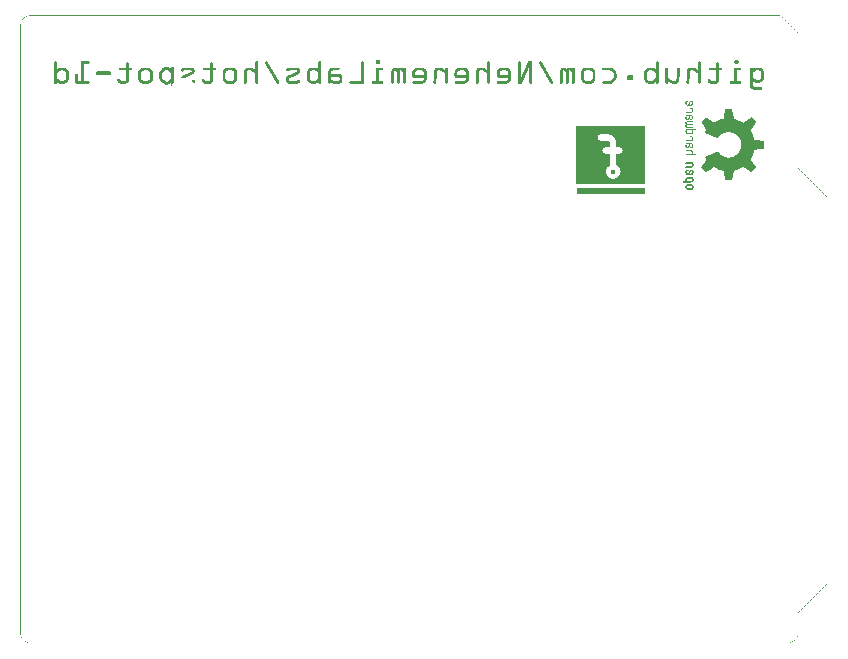
<source format=gbo>
G04 MADE WITH FRITZING*
G04 WWW.FRITZING.ORG*
G04 DOUBLE SIDED*
G04 HOLES PLATED*
G04 CONTOUR ON CENTER OF CONTOUR VECTOR*
%ASAXBY*%
%FSLAX23Y23*%
%MOIN*%
%OFA0B0*%
%SFA1.0B1.0*%
%ADD10C,0.017327*%
%ADD11R,0.229306X0.020603*%
%ADD12R,0.001000X0.001000*%
%LNSILK0*%
G90*
G70*
G54D10*
X1988Y1579D03*
G54D11*
X1980Y1514D03*
G54D12*
X39Y2100D02*
X2544Y2100D01*
X35Y2099D02*
X38Y2099D01*
X2544Y2099D02*
X2545Y2099D01*
X33Y2098D02*
X34Y2098D01*
X2545Y2098D02*
X2546Y2098D01*
X30Y2097D02*
X32Y2097D01*
X2546Y2097D02*
X2547Y2097D01*
X29Y2096D02*
X30Y2096D01*
X2547Y2096D02*
X2548Y2096D01*
X27Y2095D02*
X28Y2095D01*
X2548Y2095D02*
X2549Y2095D01*
X25Y2094D02*
X26Y2094D01*
X2549Y2094D02*
X2550Y2094D01*
X24Y2093D02*
X25Y2093D01*
X2550Y2093D02*
X2551Y2093D01*
X23Y2092D02*
X23Y2092D01*
X2551Y2092D02*
X2552Y2092D01*
X22Y2091D02*
X22Y2091D01*
X2552Y2091D02*
X2553Y2091D01*
X21Y2090D02*
X21Y2090D01*
X2553Y2090D02*
X2554Y2090D01*
X20Y2089D02*
X20Y2089D01*
X2554Y2089D02*
X2555Y2089D01*
X19Y2088D02*
X19Y2088D01*
X2555Y2088D02*
X2556Y2088D01*
X18Y2087D02*
X18Y2087D01*
X2556Y2087D02*
X2557Y2087D01*
X18Y2086D02*
X18Y2086D01*
X2557Y2086D02*
X2558Y2086D01*
X17Y2085D02*
X17Y2085D01*
X2558Y2085D02*
X2559Y2085D01*
X16Y2084D02*
X16Y2084D01*
X2559Y2084D02*
X2560Y2084D01*
X16Y2083D02*
X16Y2083D01*
X2560Y2083D02*
X2561Y2083D01*
X15Y2082D02*
X15Y2082D01*
X2561Y2082D02*
X2562Y2082D01*
X14Y2081D02*
X15Y2081D01*
X2562Y2081D02*
X2563Y2081D01*
X14Y2080D02*
X14Y2080D01*
X2563Y2080D02*
X2564Y2080D01*
X14Y2079D02*
X14Y2079D01*
X2564Y2079D02*
X2565Y2079D01*
X13Y2078D02*
X13Y2078D01*
X2565Y2078D02*
X2566Y2078D01*
X13Y2077D02*
X13Y2077D01*
X2566Y2077D02*
X2567Y2077D01*
X12Y2076D02*
X12Y2076D01*
X2567Y2076D02*
X2568Y2076D01*
X12Y2075D02*
X12Y2075D01*
X2568Y2075D02*
X2569Y2075D01*
X12Y2074D02*
X12Y2074D01*
X2569Y2074D02*
X2570Y2074D01*
X12Y2073D02*
X12Y2073D01*
X2570Y2073D02*
X2571Y2073D01*
X11Y2072D02*
X11Y2072D01*
X2571Y2072D02*
X2572Y2072D01*
X11Y2071D02*
X11Y2071D01*
X2572Y2071D02*
X2573Y2071D01*
X11Y2070D02*
X11Y2070D01*
X2573Y2070D02*
X2574Y2070D01*
X11Y2069D02*
X11Y2069D01*
X2574Y2069D02*
X2575Y2069D01*
X11Y2068D02*
X11Y2068D01*
X2575Y2068D02*
X2576Y2068D01*
X11Y2067D02*
X11Y2067D01*
X2576Y2067D02*
X2577Y2067D01*
X11Y2066D02*
X11Y2066D01*
X2577Y2066D02*
X2578Y2066D01*
X11Y2065D02*
X11Y2065D01*
X2578Y2065D02*
X2579Y2065D01*
X11Y2064D02*
X11Y2064D01*
X2579Y2064D02*
X2580Y2064D01*
X11Y2063D02*
X11Y2063D01*
X2580Y2063D02*
X2581Y2063D01*
X11Y2062D02*
X11Y2062D01*
X2581Y2062D02*
X2582Y2062D01*
X11Y2061D02*
X11Y2061D01*
X2582Y2061D02*
X2583Y2061D01*
X11Y2060D02*
X11Y2060D01*
X2583Y2060D02*
X2584Y2060D01*
X11Y2059D02*
X11Y2059D01*
X2584Y2059D02*
X2585Y2059D01*
X11Y2058D02*
X11Y2058D01*
X2585Y2058D02*
X2586Y2058D01*
X11Y2057D02*
X11Y2057D01*
X2586Y2057D02*
X2587Y2057D01*
X11Y2056D02*
X11Y2056D01*
X2587Y2056D02*
X2588Y2056D01*
X11Y2055D02*
X11Y2055D01*
X2588Y2055D02*
X2589Y2055D01*
X11Y2054D02*
X11Y2054D01*
X2589Y2054D02*
X2590Y2054D01*
X11Y2053D02*
X11Y2053D01*
X2590Y2053D02*
X2591Y2053D01*
X11Y2052D02*
X11Y2052D01*
X2591Y2052D02*
X2592Y2052D01*
X11Y2051D02*
X11Y2051D01*
X2592Y2051D02*
X2593Y2051D01*
X11Y2050D02*
X11Y2050D01*
X2593Y2050D02*
X2594Y2050D01*
X11Y2049D02*
X11Y2049D01*
X2594Y2049D02*
X2595Y2049D01*
X11Y2048D02*
X11Y2048D01*
X2595Y2048D02*
X2596Y2048D01*
X11Y2047D02*
X11Y2047D01*
X2596Y2047D02*
X2597Y2047D01*
X11Y2046D02*
X11Y2046D01*
X2597Y2046D02*
X2598Y2046D01*
X11Y2045D02*
X11Y2045D01*
X2598Y2045D02*
X2599Y2045D01*
X11Y2044D02*
X11Y2044D01*
X2599Y2044D02*
X2600Y2044D01*
X11Y2043D02*
X11Y2043D01*
X2600Y2043D02*
X2601Y2043D01*
X11Y2042D02*
X11Y2042D01*
X2601Y2042D02*
X2602Y2042D01*
X11Y2041D02*
X11Y2041D01*
X2602Y2041D02*
X2603Y2041D01*
X11Y2040D02*
X11Y2040D01*
X2603Y2040D02*
X2603Y2040D01*
X11Y2039D02*
X11Y2039D01*
X2603Y2039D02*
X2603Y2039D01*
X11Y2038D02*
X11Y2038D01*
X2603Y2038D02*
X2603Y2038D01*
X11Y2037D02*
X11Y2037D01*
X2603Y2037D02*
X2603Y2037D01*
X11Y2036D02*
X11Y2036D01*
X2603Y2036D02*
X2603Y2036D01*
X11Y2035D02*
X11Y2035D01*
X2603Y2035D02*
X2603Y2035D01*
X11Y2034D02*
X11Y2034D01*
X2603Y2034D02*
X2603Y2034D01*
X11Y2033D02*
X11Y2033D01*
X2603Y2033D02*
X2603Y2033D01*
X11Y2032D02*
X11Y2032D01*
X2603Y2032D02*
X2603Y2032D01*
X11Y2031D02*
X11Y2031D01*
X2603Y2031D02*
X2603Y2031D01*
X11Y2030D02*
X11Y2030D01*
X2603Y2030D02*
X2603Y2030D01*
X11Y2029D02*
X11Y2029D01*
X2603Y2029D02*
X2603Y2029D01*
X11Y2028D02*
X11Y2028D01*
X2603Y2028D02*
X2603Y2028D01*
X11Y2027D02*
X11Y2027D01*
X2603Y2027D02*
X2603Y2027D01*
X11Y2026D02*
X11Y2026D01*
X2603Y2026D02*
X2603Y2026D01*
X11Y2025D02*
X11Y2025D01*
X2603Y2025D02*
X2603Y2025D01*
X11Y2024D02*
X11Y2024D01*
X2603Y2024D02*
X2603Y2024D01*
X11Y2023D02*
X11Y2023D01*
X2603Y2023D02*
X2603Y2023D01*
X11Y2022D02*
X11Y2022D01*
X2603Y2022D02*
X2603Y2022D01*
X11Y2021D02*
X11Y2021D01*
X2603Y2021D02*
X2603Y2021D01*
X11Y2020D02*
X11Y2020D01*
X2603Y2020D02*
X2603Y2020D01*
X11Y2019D02*
X11Y2019D01*
X2603Y2019D02*
X2603Y2019D01*
X11Y2018D02*
X11Y2018D01*
X2603Y2018D02*
X2603Y2018D01*
X11Y2017D02*
X11Y2017D01*
X2603Y2017D02*
X2603Y2017D01*
X11Y2016D02*
X11Y2016D01*
X2603Y2016D02*
X2603Y2016D01*
X11Y2015D02*
X11Y2015D01*
X2603Y2015D02*
X2603Y2015D01*
X11Y2014D02*
X11Y2014D01*
X2603Y2014D02*
X2603Y2014D01*
X11Y2013D02*
X11Y2013D01*
X2603Y2013D02*
X2603Y2013D01*
X11Y2012D02*
X11Y2012D01*
X2603Y2012D02*
X2603Y2012D01*
X11Y2011D02*
X11Y2011D01*
X2603Y2011D02*
X2603Y2011D01*
X11Y2010D02*
X11Y2010D01*
X2603Y2010D02*
X2603Y2010D01*
X11Y2009D02*
X11Y2009D01*
X2603Y2009D02*
X2603Y2009D01*
X11Y2008D02*
X11Y2008D01*
X2603Y2008D02*
X2603Y2008D01*
X11Y2007D02*
X11Y2007D01*
X2603Y2007D02*
X2603Y2007D01*
X11Y2006D02*
X11Y2006D01*
X2603Y2006D02*
X2603Y2006D01*
X11Y2005D02*
X11Y2005D01*
X2603Y2005D02*
X2603Y2005D01*
X11Y2004D02*
X11Y2004D01*
X2603Y2004D02*
X2603Y2004D01*
X11Y2003D02*
X11Y2003D01*
X2603Y2003D02*
X2603Y2003D01*
X11Y2002D02*
X11Y2002D01*
X2603Y2002D02*
X2603Y2002D01*
X11Y2001D02*
X11Y2001D01*
X2603Y2001D02*
X2603Y2001D01*
X11Y2000D02*
X11Y2000D01*
X2603Y2000D02*
X2603Y2000D01*
X11Y1999D02*
X11Y1999D01*
X2603Y1999D02*
X2603Y1999D01*
X11Y1998D02*
X11Y1998D01*
X2603Y1998D02*
X2603Y1998D01*
X11Y1997D02*
X11Y1997D01*
X2603Y1997D02*
X2603Y1997D01*
X11Y1996D02*
X11Y1996D01*
X2603Y1996D02*
X2603Y1996D01*
X11Y1995D02*
X11Y1995D01*
X2603Y1995D02*
X2603Y1995D01*
X11Y1994D02*
X11Y1994D01*
X2603Y1994D02*
X2603Y1994D01*
X11Y1993D02*
X11Y1993D01*
X2603Y1993D02*
X2603Y1993D01*
X11Y1992D02*
X11Y1992D01*
X2603Y1992D02*
X2603Y1992D01*
X11Y1991D02*
X11Y1991D01*
X2603Y1991D02*
X2603Y1991D01*
X11Y1990D02*
X11Y1990D01*
X2603Y1990D02*
X2603Y1990D01*
X11Y1989D02*
X11Y1989D01*
X2603Y1989D02*
X2603Y1989D01*
X11Y1988D02*
X11Y1988D01*
X2603Y1988D02*
X2603Y1988D01*
X11Y1987D02*
X11Y1987D01*
X2603Y1987D02*
X2603Y1987D01*
X11Y1986D02*
X11Y1986D01*
X2603Y1986D02*
X2603Y1986D01*
X11Y1985D02*
X11Y1985D01*
X2603Y1985D02*
X2603Y1985D01*
X11Y1984D02*
X11Y1984D01*
X2603Y1984D02*
X2603Y1984D01*
X11Y1983D02*
X11Y1983D01*
X2603Y1983D02*
X2603Y1983D01*
X11Y1982D02*
X11Y1982D01*
X2603Y1982D02*
X2603Y1982D01*
X11Y1981D02*
X11Y1981D01*
X2603Y1981D02*
X2603Y1981D01*
X11Y1980D02*
X11Y1980D01*
X2603Y1980D02*
X2603Y1980D01*
X11Y1979D02*
X11Y1979D01*
X2603Y1979D02*
X2603Y1979D01*
X11Y1978D02*
X11Y1978D01*
X2603Y1978D02*
X2603Y1978D01*
X11Y1977D02*
X11Y1977D01*
X2603Y1977D02*
X2603Y1977D01*
X11Y1976D02*
X11Y1976D01*
X2603Y1976D02*
X2603Y1976D01*
X11Y1975D02*
X11Y1975D01*
X2603Y1975D02*
X2603Y1975D01*
X11Y1974D02*
X11Y1974D01*
X2603Y1974D02*
X2603Y1974D01*
X11Y1973D02*
X11Y1973D01*
X2603Y1973D02*
X2603Y1973D01*
X11Y1972D02*
X11Y1972D01*
X2603Y1972D02*
X2603Y1972D01*
X11Y1971D02*
X11Y1971D01*
X2603Y1971D02*
X2603Y1971D01*
X11Y1970D02*
X11Y1970D01*
X2603Y1970D02*
X2603Y1970D01*
X11Y1969D02*
X11Y1969D01*
X2603Y1969D02*
X2603Y1969D01*
X11Y1968D02*
X11Y1968D01*
X2603Y1968D02*
X2603Y1968D01*
X11Y1967D02*
X11Y1967D01*
X2603Y1967D02*
X2603Y1967D01*
X11Y1966D02*
X11Y1966D01*
X2603Y1966D02*
X2603Y1966D01*
X11Y1965D02*
X11Y1965D01*
X2603Y1965D02*
X2603Y1965D01*
X11Y1964D02*
X11Y1964D01*
X2603Y1964D02*
X2603Y1964D01*
X11Y1963D02*
X11Y1963D01*
X2603Y1963D02*
X2603Y1963D01*
X11Y1962D02*
X11Y1962D01*
X2603Y1962D02*
X2603Y1962D01*
X11Y1961D02*
X11Y1961D01*
X2603Y1961D02*
X2603Y1961D01*
X11Y1960D02*
X11Y1960D01*
X2603Y1960D02*
X2603Y1960D01*
X11Y1959D02*
X11Y1959D01*
X2603Y1959D02*
X2603Y1959D01*
X11Y1958D02*
X11Y1958D01*
X2603Y1958D02*
X2603Y1958D01*
X11Y1957D02*
X11Y1957D01*
X2603Y1957D02*
X2603Y1957D01*
X11Y1956D02*
X11Y1956D01*
X2603Y1956D02*
X2603Y1956D01*
X11Y1955D02*
X11Y1955D01*
X2603Y1955D02*
X2603Y1955D01*
X11Y1954D02*
X11Y1954D01*
X2603Y1954D02*
X2603Y1954D01*
X11Y1953D02*
X11Y1953D01*
X2603Y1953D02*
X2603Y1953D01*
X11Y1952D02*
X11Y1952D01*
X2603Y1952D02*
X2603Y1952D01*
X11Y1951D02*
X11Y1951D01*
X1199Y1951D02*
X1208Y1951D01*
X2394Y1951D02*
X2402Y1951D01*
X2603Y1951D02*
X2603Y1951D01*
X11Y1950D02*
X11Y1950D01*
X1198Y1950D02*
X1209Y1950D01*
X2392Y1950D02*
X2403Y1950D01*
X2603Y1950D02*
X2603Y1950D01*
X11Y1949D02*
X11Y1949D01*
X1197Y1949D02*
X1210Y1949D01*
X2392Y1949D02*
X2404Y1949D01*
X2603Y1949D02*
X2603Y1949D01*
X11Y1948D02*
X11Y1948D01*
X1197Y1948D02*
X1210Y1948D01*
X2391Y1948D02*
X2405Y1948D01*
X2603Y1948D02*
X2603Y1948D01*
X11Y1947D02*
X11Y1947D01*
X127Y1947D02*
X130Y1947D01*
X213Y1947D02*
X239Y1947D01*
X797Y1947D02*
X801Y1947D01*
X829Y1947D02*
X832Y1947D01*
X1008Y1947D02*
X1011Y1947D01*
X1149Y1947D02*
X1152Y1947D01*
X1197Y1947D02*
X1210Y1947D01*
X1570Y1947D02*
X1573Y1947D01*
X1672Y1947D02*
X1675Y1947D01*
X1704Y1947D02*
X1717Y1947D01*
X1742Y1947D02*
X1746Y1947D01*
X2132Y1947D02*
X2135Y1947D01*
X2273Y1947D02*
X2276Y1947D01*
X2391Y1947D02*
X2405Y1947D01*
X2603Y1947D02*
X2603Y1947D01*
X11Y1946D02*
X11Y1946D01*
X125Y1946D02*
X131Y1946D01*
X213Y1946D02*
X240Y1946D01*
X796Y1946D02*
X802Y1946D01*
X828Y1946D02*
X834Y1946D01*
X1007Y1946D02*
X1013Y1946D01*
X1147Y1946D02*
X1153Y1946D01*
X1197Y1946D02*
X1210Y1946D01*
X1569Y1946D02*
X1575Y1946D01*
X1671Y1946D02*
X1677Y1946D01*
X1704Y1946D02*
X1717Y1946D01*
X1741Y1946D02*
X1747Y1946D01*
X2131Y1946D02*
X2137Y1946D01*
X2271Y1946D02*
X2277Y1946D01*
X2391Y1946D02*
X2405Y1946D01*
X2603Y1946D02*
X2603Y1946D01*
X11Y1945D02*
X11Y1945D01*
X124Y1945D02*
X132Y1945D01*
X213Y1945D02*
X241Y1945D01*
X795Y1945D02*
X803Y1945D01*
X827Y1945D02*
X834Y1945D01*
X1006Y1945D02*
X1013Y1945D01*
X1146Y1945D02*
X1154Y1945D01*
X1197Y1945D02*
X1210Y1945D01*
X1568Y1945D02*
X1575Y1945D01*
X1670Y1945D02*
X1677Y1945D01*
X1704Y1945D02*
X1717Y1945D01*
X1740Y1945D02*
X1748Y1945D01*
X2130Y1945D02*
X2137Y1945D01*
X2271Y1945D02*
X2278Y1945D01*
X2391Y1945D02*
X2405Y1945D01*
X2603Y1945D02*
X2603Y1945D01*
X11Y1944D02*
X11Y1944D01*
X124Y1944D02*
X132Y1944D01*
X213Y1944D02*
X241Y1944D01*
X795Y1944D02*
X803Y1944D01*
X826Y1944D02*
X835Y1944D01*
X1006Y1944D02*
X1014Y1944D01*
X1146Y1944D02*
X1154Y1944D01*
X1197Y1944D02*
X1210Y1944D01*
X1568Y1944D02*
X1576Y1944D01*
X1669Y1944D02*
X1678Y1944D01*
X1703Y1944D02*
X1717Y1944D01*
X1740Y1944D02*
X1748Y1944D01*
X2130Y1944D02*
X2138Y1944D01*
X2270Y1944D02*
X2278Y1944D01*
X2391Y1944D02*
X2405Y1944D01*
X2603Y1944D02*
X2603Y1944D01*
X11Y1943D02*
X11Y1943D01*
X124Y1943D02*
X132Y1943D01*
X213Y1943D02*
X241Y1943D01*
X366Y1943D02*
X369Y1943D01*
X647Y1943D02*
X650Y1943D01*
X795Y1943D02*
X803Y1943D01*
X826Y1943D02*
X836Y1943D01*
X1005Y1943D02*
X1014Y1943D01*
X1146Y1943D02*
X1155Y1943D01*
X1197Y1943D02*
X1210Y1943D01*
X1567Y1943D02*
X1576Y1943D01*
X1669Y1943D02*
X1678Y1943D01*
X1703Y1943D02*
X1717Y1943D01*
X1740Y1943D02*
X1749Y1943D01*
X2129Y1943D02*
X2138Y1943D01*
X2270Y1943D02*
X2279Y1943D01*
X2334Y1943D02*
X2336Y1943D01*
X2391Y1943D02*
X2405Y1943D01*
X2603Y1943D02*
X2603Y1943D01*
X11Y1942D02*
X11Y1942D01*
X124Y1942D02*
X133Y1942D01*
X213Y1942D02*
X241Y1942D01*
X365Y1942D02*
X371Y1942D01*
X646Y1942D02*
X652Y1942D01*
X794Y1942D02*
X803Y1942D01*
X826Y1942D02*
X836Y1942D01*
X1005Y1942D02*
X1014Y1942D01*
X1146Y1942D02*
X1155Y1942D01*
X1197Y1942D02*
X1210Y1942D01*
X1567Y1942D02*
X1576Y1942D01*
X1669Y1942D02*
X1678Y1942D01*
X1702Y1942D02*
X1717Y1942D01*
X1740Y1942D02*
X1750Y1942D01*
X2129Y1942D02*
X2138Y1942D01*
X2270Y1942D02*
X2279Y1942D01*
X2332Y1942D02*
X2338Y1942D01*
X2391Y1942D02*
X2405Y1942D01*
X2603Y1942D02*
X2603Y1942D01*
X11Y1941D02*
X11Y1941D01*
X124Y1941D02*
X133Y1941D01*
X213Y1941D02*
X241Y1941D01*
X364Y1941D02*
X371Y1941D01*
X645Y1941D02*
X652Y1941D01*
X794Y1941D02*
X803Y1941D01*
X827Y1941D02*
X837Y1941D01*
X1005Y1941D02*
X1014Y1941D01*
X1146Y1941D02*
X1155Y1941D01*
X1197Y1941D02*
X1210Y1941D01*
X1567Y1941D02*
X1576Y1941D01*
X1669Y1941D02*
X1678Y1941D01*
X1702Y1941D02*
X1717Y1941D01*
X1740Y1941D02*
X1750Y1941D01*
X2129Y1941D02*
X2138Y1941D01*
X2270Y1941D02*
X2279Y1941D01*
X2331Y1941D02*
X2339Y1941D01*
X2391Y1941D02*
X2404Y1941D01*
X2603Y1941D02*
X2603Y1941D01*
X11Y1940D02*
X11Y1940D01*
X124Y1940D02*
X133Y1940D01*
X213Y1940D02*
X240Y1940D01*
X364Y1940D02*
X372Y1940D01*
X645Y1940D02*
X653Y1940D01*
X794Y1940D02*
X803Y1940D01*
X827Y1940D02*
X837Y1940D01*
X1005Y1940D02*
X1014Y1940D01*
X1146Y1940D02*
X1155Y1940D01*
X1198Y1940D02*
X1210Y1940D01*
X1567Y1940D02*
X1576Y1940D01*
X1669Y1940D02*
X1678Y1940D01*
X1701Y1940D02*
X1717Y1940D01*
X1740Y1940D02*
X1751Y1940D01*
X2129Y1940D02*
X2138Y1940D01*
X2270Y1940D02*
X2279Y1940D01*
X2331Y1940D02*
X2339Y1940D01*
X2392Y1940D02*
X2404Y1940D01*
X2603Y1940D02*
X2603Y1940D01*
X11Y1939D02*
X11Y1939D01*
X124Y1939D02*
X133Y1939D01*
X213Y1939D02*
X240Y1939D01*
X363Y1939D02*
X372Y1939D01*
X644Y1939D02*
X653Y1939D01*
X794Y1939D02*
X803Y1939D01*
X828Y1939D02*
X838Y1939D01*
X1005Y1939D02*
X1014Y1939D01*
X1146Y1939D02*
X1155Y1939D01*
X1199Y1939D02*
X1209Y1939D01*
X1567Y1939D02*
X1576Y1939D01*
X1669Y1939D02*
X1678Y1939D01*
X1701Y1939D02*
X1717Y1939D01*
X1741Y1939D02*
X1751Y1939D01*
X2129Y1939D02*
X2138Y1939D01*
X2270Y1939D02*
X2279Y1939D01*
X2331Y1939D02*
X2339Y1939D01*
X2393Y1939D02*
X2403Y1939D01*
X2603Y1939D02*
X2603Y1939D01*
X11Y1938D02*
X11Y1938D01*
X124Y1938D02*
X133Y1938D01*
X213Y1938D02*
X238Y1938D01*
X363Y1938D02*
X372Y1938D01*
X644Y1938D02*
X653Y1938D01*
X794Y1938D02*
X803Y1938D01*
X828Y1938D02*
X839Y1938D01*
X1005Y1938D02*
X1014Y1938D01*
X1146Y1938D02*
X1155Y1938D01*
X1200Y1938D02*
X1207Y1938D01*
X1567Y1938D02*
X1576Y1938D01*
X1669Y1938D02*
X1678Y1938D01*
X1701Y1938D02*
X1717Y1938D01*
X1741Y1938D02*
X1752Y1938D01*
X2129Y1938D02*
X2138Y1938D01*
X2270Y1938D02*
X2279Y1938D01*
X2330Y1938D02*
X2339Y1938D01*
X2395Y1938D02*
X2401Y1938D01*
X2603Y1938D02*
X2603Y1938D01*
X11Y1937D02*
X11Y1937D01*
X124Y1937D02*
X133Y1937D01*
X213Y1937D02*
X222Y1937D01*
X363Y1937D02*
X372Y1937D01*
X644Y1937D02*
X653Y1937D01*
X794Y1937D02*
X803Y1937D01*
X829Y1937D02*
X839Y1937D01*
X1005Y1937D02*
X1014Y1937D01*
X1146Y1937D02*
X1155Y1937D01*
X1567Y1937D02*
X1576Y1937D01*
X1669Y1937D02*
X1678Y1937D01*
X1700Y1937D02*
X1717Y1937D01*
X1742Y1937D02*
X1752Y1937D01*
X2129Y1937D02*
X2138Y1937D01*
X2270Y1937D02*
X2279Y1937D01*
X2330Y1937D02*
X2339Y1937D01*
X2603Y1937D02*
X2603Y1937D01*
X11Y1936D02*
X11Y1936D01*
X124Y1936D02*
X133Y1936D01*
X213Y1936D02*
X222Y1936D01*
X363Y1936D02*
X372Y1936D01*
X644Y1936D02*
X653Y1936D01*
X794Y1936D02*
X803Y1936D01*
X829Y1936D02*
X840Y1936D01*
X1005Y1936D02*
X1014Y1936D01*
X1146Y1936D02*
X1155Y1936D01*
X1567Y1936D02*
X1576Y1936D01*
X1669Y1936D02*
X1678Y1936D01*
X1700Y1936D02*
X1717Y1936D01*
X1743Y1936D02*
X1753Y1936D01*
X2129Y1936D02*
X2138Y1936D01*
X2270Y1936D02*
X2279Y1936D01*
X2330Y1936D02*
X2339Y1936D01*
X2603Y1936D02*
X2603Y1936D01*
X11Y1935D02*
X11Y1935D01*
X124Y1935D02*
X133Y1935D01*
X213Y1935D02*
X222Y1935D01*
X363Y1935D02*
X372Y1935D01*
X644Y1935D02*
X653Y1935D01*
X794Y1935D02*
X803Y1935D01*
X830Y1935D02*
X840Y1935D01*
X1005Y1935D02*
X1014Y1935D01*
X1146Y1935D02*
X1155Y1935D01*
X1567Y1935D02*
X1576Y1935D01*
X1669Y1935D02*
X1678Y1935D01*
X1699Y1935D02*
X1717Y1935D01*
X1743Y1935D02*
X1754Y1935D01*
X2129Y1935D02*
X2138Y1935D01*
X2270Y1935D02*
X2279Y1935D01*
X2330Y1935D02*
X2339Y1935D01*
X2603Y1935D02*
X2603Y1935D01*
X11Y1934D02*
X11Y1934D01*
X124Y1934D02*
X133Y1934D01*
X213Y1934D02*
X222Y1934D01*
X363Y1934D02*
X372Y1934D01*
X644Y1934D02*
X653Y1934D01*
X794Y1934D02*
X803Y1934D01*
X830Y1934D02*
X841Y1934D01*
X1005Y1934D02*
X1014Y1934D01*
X1146Y1934D02*
X1155Y1934D01*
X1567Y1934D02*
X1576Y1934D01*
X1669Y1934D02*
X1678Y1934D01*
X1699Y1934D02*
X1717Y1934D01*
X1744Y1934D02*
X1754Y1934D01*
X2129Y1934D02*
X2138Y1934D01*
X2270Y1934D02*
X2279Y1934D01*
X2330Y1934D02*
X2339Y1934D01*
X2603Y1934D02*
X2603Y1934D01*
X11Y1933D02*
X11Y1933D01*
X124Y1933D02*
X133Y1933D01*
X213Y1933D02*
X222Y1933D01*
X363Y1933D02*
X372Y1933D01*
X644Y1933D02*
X653Y1933D01*
X794Y1933D02*
X803Y1933D01*
X831Y1933D02*
X841Y1933D01*
X1005Y1933D02*
X1014Y1933D01*
X1146Y1933D02*
X1155Y1933D01*
X1567Y1933D02*
X1576Y1933D01*
X1669Y1933D02*
X1678Y1933D01*
X1698Y1933D02*
X1717Y1933D01*
X1744Y1933D02*
X1755Y1933D01*
X2129Y1933D02*
X2138Y1933D01*
X2270Y1933D02*
X2279Y1933D01*
X2330Y1933D02*
X2339Y1933D01*
X2603Y1933D02*
X2603Y1933D01*
X11Y1932D02*
X11Y1932D01*
X124Y1932D02*
X133Y1932D01*
X213Y1932D02*
X222Y1932D01*
X363Y1932D02*
X372Y1932D01*
X644Y1932D02*
X653Y1932D01*
X794Y1932D02*
X803Y1932D01*
X832Y1932D02*
X842Y1932D01*
X1005Y1932D02*
X1014Y1932D01*
X1146Y1932D02*
X1155Y1932D01*
X1567Y1932D02*
X1576Y1932D01*
X1669Y1932D02*
X1678Y1932D01*
X1698Y1932D02*
X1717Y1932D01*
X1745Y1932D02*
X1755Y1932D01*
X2129Y1932D02*
X2138Y1932D01*
X2270Y1932D02*
X2279Y1932D01*
X2330Y1932D02*
X2339Y1932D01*
X2603Y1932D02*
X2603Y1932D01*
X11Y1931D02*
X11Y1931D01*
X124Y1931D02*
X133Y1931D01*
X213Y1931D02*
X222Y1931D01*
X363Y1931D02*
X372Y1931D01*
X644Y1931D02*
X653Y1931D01*
X794Y1931D02*
X803Y1931D01*
X832Y1931D02*
X843Y1931D01*
X1005Y1931D02*
X1014Y1931D01*
X1146Y1931D02*
X1155Y1931D01*
X1567Y1931D02*
X1576Y1931D01*
X1669Y1931D02*
X1678Y1931D01*
X1697Y1931D02*
X1717Y1931D01*
X1746Y1931D02*
X1756Y1931D01*
X2129Y1931D02*
X2138Y1931D01*
X2270Y1931D02*
X2279Y1931D01*
X2330Y1931D02*
X2339Y1931D01*
X2603Y1931D02*
X2603Y1931D01*
X11Y1930D02*
X11Y1930D01*
X124Y1930D02*
X133Y1930D01*
X213Y1930D02*
X222Y1930D01*
X363Y1930D02*
X372Y1930D01*
X644Y1930D02*
X653Y1930D01*
X794Y1930D02*
X803Y1930D01*
X833Y1930D02*
X843Y1930D01*
X1005Y1930D02*
X1014Y1930D01*
X1146Y1930D02*
X1155Y1930D01*
X1567Y1930D02*
X1576Y1930D01*
X1669Y1930D02*
X1678Y1930D01*
X1697Y1930D02*
X1717Y1930D01*
X1746Y1930D02*
X1757Y1930D01*
X2129Y1930D02*
X2138Y1930D01*
X2270Y1930D02*
X2279Y1930D01*
X2330Y1930D02*
X2339Y1930D01*
X2603Y1930D02*
X2603Y1930D01*
X11Y1929D02*
X11Y1929D01*
X124Y1929D02*
X133Y1929D01*
X213Y1929D02*
X222Y1929D01*
X363Y1929D02*
X372Y1929D01*
X644Y1929D02*
X653Y1929D01*
X794Y1929D02*
X803Y1929D01*
X833Y1929D02*
X844Y1929D01*
X1005Y1929D02*
X1014Y1929D01*
X1146Y1929D02*
X1155Y1929D01*
X1567Y1929D02*
X1576Y1929D01*
X1669Y1929D02*
X1678Y1929D01*
X1697Y1929D02*
X1717Y1929D01*
X1747Y1929D02*
X1757Y1929D01*
X2129Y1929D02*
X2138Y1929D01*
X2270Y1929D02*
X2279Y1929D01*
X2330Y1929D02*
X2339Y1929D01*
X2603Y1929D02*
X2603Y1929D01*
X11Y1928D02*
X11Y1928D01*
X124Y1928D02*
X133Y1928D01*
X213Y1928D02*
X222Y1928D01*
X363Y1928D02*
X372Y1928D01*
X493Y1928D02*
X504Y1928D01*
X516Y1928D02*
X520Y1928D01*
X644Y1928D02*
X653Y1928D01*
X794Y1928D02*
X803Y1928D01*
X834Y1928D02*
X844Y1928D01*
X1005Y1928D02*
X1014Y1928D01*
X1146Y1928D02*
X1155Y1928D01*
X1567Y1928D02*
X1576Y1928D01*
X1669Y1928D02*
X1678Y1928D01*
X1696Y1928D02*
X1706Y1928D01*
X1708Y1928D02*
X1717Y1928D01*
X1747Y1928D02*
X1758Y1928D01*
X2129Y1928D02*
X2138Y1928D01*
X2270Y1928D02*
X2279Y1928D01*
X2330Y1928D02*
X2339Y1928D01*
X2603Y1928D02*
X2603Y1928D01*
X11Y1927D02*
X11Y1927D01*
X124Y1927D02*
X133Y1927D01*
X213Y1927D02*
X222Y1927D01*
X363Y1927D02*
X373Y1927D01*
X491Y1927D02*
X506Y1927D01*
X515Y1927D02*
X521Y1927D01*
X644Y1927D02*
X654Y1927D01*
X794Y1927D02*
X803Y1927D01*
X835Y1927D02*
X845Y1927D01*
X1005Y1927D02*
X1014Y1927D01*
X1146Y1927D02*
X1155Y1927D01*
X1567Y1927D02*
X1576Y1927D01*
X1669Y1927D02*
X1678Y1927D01*
X1696Y1927D02*
X1705Y1927D01*
X1708Y1927D02*
X1717Y1927D01*
X1748Y1927D02*
X1758Y1927D01*
X2129Y1927D02*
X2138Y1927D01*
X2270Y1927D02*
X2279Y1927D01*
X2330Y1927D02*
X2340Y1927D01*
X2603Y1927D02*
X2603Y1927D01*
X11Y1926D02*
X11Y1926D01*
X124Y1926D02*
X133Y1926D01*
X142Y1926D02*
X158Y1926D01*
X213Y1926D02*
X222Y1926D01*
X342Y1926D02*
X380Y1926D01*
X418Y1926D02*
X439Y1926D01*
X489Y1926D02*
X508Y1926D01*
X514Y1926D02*
X522Y1926D01*
X554Y1926D02*
X584Y1926D01*
X623Y1926D02*
X661Y1926D01*
X699Y1926D02*
X720Y1926D01*
X767Y1926D02*
X781Y1926D01*
X794Y1926D02*
X803Y1926D01*
X835Y1926D02*
X846Y1926D01*
X905Y1926D02*
X935Y1926D01*
X980Y1926D02*
X996Y1926D01*
X1005Y1926D02*
X1014Y1926D01*
X1048Y1926D02*
X1073Y1926D01*
X1146Y1926D02*
X1155Y1926D01*
X1199Y1926D02*
X1218Y1926D01*
X1256Y1926D02*
X1263Y1926D01*
X1274Y1926D02*
X1282Y1926D01*
X1289Y1926D02*
X1294Y1926D01*
X1331Y1926D02*
X1352Y1926D01*
X1399Y1926D02*
X1414Y1926D01*
X1429Y1926D02*
X1433Y1926D01*
X1471Y1926D02*
X1493Y1926D01*
X1539Y1926D02*
X1554Y1926D01*
X1567Y1926D02*
X1576Y1926D01*
X1612Y1926D02*
X1633Y1926D01*
X1669Y1926D02*
X1678Y1926D01*
X1695Y1926D02*
X1705Y1926D01*
X1708Y1926D02*
X1717Y1926D01*
X1748Y1926D02*
X1759Y1926D01*
X1818Y1926D02*
X1825Y1926D01*
X1836Y1926D02*
X1844Y1926D01*
X1851Y1926D02*
X1856Y1926D01*
X1893Y1926D02*
X1914Y1926D01*
X1952Y1926D02*
X1980Y1926D01*
X2104Y1926D02*
X2120Y1926D01*
X2129Y1926D02*
X2138Y1926D01*
X2163Y1926D02*
X2168Y1926D01*
X2202Y1926D02*
X2206Y1926D01*
X2242Y1926D02*
X2257Y1926D01*
X2270Y1926D02*
X2279Y1926D01*
X2309Y1926D02*
X2347Y1926D01*
X2393Y1926D02*
X2412Y1926D01*
X2444Y1926D02*
X2449Y1926D01*
X2460Y1926D02*
X2476Y1926D01*
X2603Y1926D02*
X2603Y1926D01*
X11Y1925D02*
X11Y1925D01*
X124Y1925D02*
X133Y1925D01*
X140Y1925D02*
X160Y1925D01*
X213Y1925D02*
X222Y1925D01*
X340Y1925D02*
X381Y1925D01*
X416Y1925D02*
X441Y1925D01*
X488Y1925D02*
X509Y1925D01*
X514Y1925D02*
X522Y1925D01*
X552Y1925D02*
X586Y1925D01*
X621Y1925D02*
X662Y1925D01*
X697Y1925D02*
X722Y1925D01*
X765Y1925D02*
X783Y1925D01*
X794Y1925D02*
X803Y1925D01*
X836Y1925D02*
X846Y1925D01*
X903Y1925D02*
X937Y1925D01*
X978Y1925D02*
X998Y1925D01*
X1005Y1925D02*
X1014Y1925D01*
X1046Y1925D02*
X1074Y1925D01*
X1146Y1925D02*
X1155Y1925D01*
X1198Y1925D02*
X1219Y1925D01*
X1254Y1925D02*
X1265Y1925D01*
X1273Y1925D02*
X1284Y1925D01*
X1288Y1925D02*
X1295Y1925D01*
X1329Y1925D02*
X1354Y1925D01*
X1397Y1925D02*
X1416Y1925D01*
X1428Y1925D02*
X1435Y1925D01*
X1469Y1925D02*
X1495Y1925D01*
X1537Y1925D02*
X1556Y1925D01*
X1567Y1925D02*
X1576Y1925D01*
X1610Y1925D02*
X1636Y1925D01*
X1669Y1925D02*
X1678Y1925D01*
X1695Y1925D02*
X1705Y1925D01*
X1708Y1925D02*
X1717Y1925D01*
X1749Y1925D02*
X1759Y1925D01*
X1816Y1925D02*
X1827Y1925D01*
X1835Y1925D02*
X1846Y1925D01*
X1850Y1925D02*
X1857Y1925D01*
X1891Y1925D02*
X1917Y1925D01*
X1951Y1925D02*
X1982Y1925D01*
X2102Y1925D02*
X2122Y1925D01*
X2129Y1925D02*
X2138Y1925D01*
X2162Y1925D02*
X2169Y1925D01*
X2201Y1925D02*
X2207Y1925D01*
X2240Y1925D02*
X2259Y1925D01*
X2270Y1925D02*
X2279Y1925D01*
X2308Y1925D02*
X2348Y1925D01*
X2392Y1925D02*
X2413Y1925D01*
X2443Y1925D02*
X2450Y1925D01*
X2458Y1925D02*
X2479Y1925D01*
X2603Y1925D02*
X2603Y1925D01*
X11Y1924D02*
X11Y1924D01*
X124Y1924D02*
X133Y1924D01*
X138Y1924D02*
X162Y1924D01*
X213Y1924D02*
X222Y1924D01*
X340Y1924D02*
X381Y1924D01*
X414Y1924D02*
X443Y1924D01*
X487Y1924D02*
X510Y1924D01*
X513Y1924D02*
X522Y1924D01*
X550Y1924D02*
X587Y1924D01*
X621Y1924D02*
X662Y1924D01*
X695Y1924D02*
X724Y1924D01*
X763Y1924D02*
X785Y1924D01*
X794Y1924D02*
X803Y1924D01*
X836Y1924D02*
X847Y1924D01*
X902Y1924D02*
X938Y1924D01*
X976Y1924D02*
X1000Y1924D01*
X1005Y1924D02*
X1014Y1924D01*
X1044Y1924D02*
X1074Y1924D01*
X1146Y1924D02*
X1155Y1924D01*
X1197Y1924D02*
X1220Y1924D01*
X1253Y1924D02*
X1266Y1924D01*
X1271Y1924D02*
X1286Y1924D01*
X1288Y1924D02*
X1295Y1924D01*
X1327Y1924D02*
X1356Y1924D01*
X1395Y1924D02*
X1417Y1924D01*
X1427Y1924D02*
X1435Y1924D01*
X1468Y1924D02*
X1496Y1924D01*
X1536Y1924D02*
X1558Y1924D01*
X1567Y1924D02*
X1576Y1924D01*
X1608Y1924D02*
X1637Y1924D01*
X1669Y1924D02*
X1678Y1924D01*
X1694Y1924D02*
X1704Y1924D01*
X1708Y1924D02*
X1717Y1924D01*
X1750Y1924D02*
X1760Y1924D01*
X1815Y1924D02*
X1828Y1924D01*
X1833Y1924D02*
X1848Y1924D01*
X1850Y1924D02*
X1857Y1924D01*
X1890Y1924D02*
X1918Y1924D01*
X1951Y1924D02*
X1984Y1924D01*
X2100Y1924D02*
X2124Y1924D01*
X2129Y1924D02*
X2138Y1924D01*
X2162Y1924D02*
X2169Y1924D01*
X2200Y1924D02*
X2208Y1924D01*
X2238Y1924D02*
X2260Y1924D01*
X2270Y1924D02*
X2279Y1924D01*
X2307Y1924D02*
X2348Y1924D01*
X2392Y1924D02*
X2414Y1924D01*
X2443Y1924D02*
X2450Y1924D01*
X2456Y1924D02*
X2480Y1924D01*
X2603Y1924D02*
X2603Y1924D01*
X11Y1923D02*
X11Y1923D01*
X124Y1923D02*
X133Y1923D01*
X137Y1923D02*
X163Y1923D01*
X213Y1923D02*
X222Y1923D01*
X340Y1923D02*
X382Y1923D01*
X413Y1923D02*
X444Y1923D01*
X485Y1923D02*
X511Y1923D01*
X513Y1923D02*
X522Y1923D01*
X549Y1923D02*
X588Y1923D01*
X621Y1923D02*
X663Y1923D01*
X694Y1923D02*
X725Y1923D01*
X762Y1923D02*
X787Y1923D01*
X794Y1923D02*
X803Y1923D01*
X837Y1923D02*
X847Y1923D01*
X901Y1923D02*
X939Y1923D01*
X975Y1923D02*
X1001Y1923D01*
X1005Y1923D02*
X1014Y1923D01*
X1043Y1923D02*
X1075Y1923D01*
X1146Y1923D02*
X1155Y1923D01*
X1197Y1923D02*
X1220Y1923D01*
X1252Y1923D02*
X1268Y1923D01*
X1270Y1923D02*
X1296Y1923D01*
X1326Y1923D02*
X1357Y1923D01*
X1394Y1923D02*
X1419Y1923D01*
X1427Y1923D02*
X1435Y1923D01*
X1467Y1923D02*
X1498Y1923D01*
X1535Y1923D02*
X1559Y1923D01*
X1567Y1923D02*
X1576Y1923D01*
X1607Y1923D02*
X1638Y1923D01*
X1669Y1923D02*
X1678Y1923D01*
X1694Y1923D02*
X1704Y1923D01*
X1708Y1923D02*
X1717Y1923D01*
X1750Y1923D02*
X1761Y1923D01*
X1814Y1923D02*
X1830Y1923D01*
X1832Y1923D02*
X1858Y1923D01*
X1888Y1923D02*
X1919Y1923D01*
X1950Y1923D02*
X1985Y1923D01*
X2099Y1923D02*
X2126Y1923D01*
X2129Y1923D02*
X2138Y1923D01*
X2161Y1923D02*
X2170Y1923D01*
X2200Y1923D02*
X2208Y1923D01*
X2237Y1923D02*
X2262Y1923D01*
X2270Y1923D02*
X2279Y1923D01*
X2307Y1923D02*
X2349Y1923D01*
X2391Y1923D02*
X2414Y1923D01*
X2442Y1923D02*
X2451Y1923D01*
X2455Y1923D02*
X2481Y1923D01*
X2603Y1923D02*
X2603Y1923D01*
X11Y1922D02*
X11Y1922D01*
X124Y1922D02*
X133Y1922D01*
X135Y1922D02*
X164Y1922D01*
X213Y1922D02*
X222Y1922D01*
X339Y1922D02*
X382Y1922D01*
X412Y1922D02*
X445Y1922D01*
X484Y1922D02*
X522Y1922D01*
X548Y1922D02*
X589Y1922D01*
X620Y1922D02*
X663Y1922D01*
X693Y1922D02*
X726Y1922D01*
X761Y1922D02*
X788Y1922D01*
X794Y1922D02*
X803Y1922D01*
X837Y1922D02*
X848Y1922D01*
X900Y1922D02*
X940Y1922D01*
X974Y1922D02*
X1003Y1922D01*
X1005Y1922D02*
X1014Y1922D01*
X1042Y1922D02*
X1075Y1922D01*
X1146Y1922D02*
X1155Y1922D01*
X1197Y1922D02*
X1220Y1922D01*
X1251Y1922D02*
X1296Y1922D01*
X1325Y1922D02*
X1358Y1922D01*
X1393Y1922D02*
X1421Y1922D01*
X1427Y1922D02*
X1436Y1922D01*
X1465Y1922D02*
X1499Y1922D01*
X1534Y1922D02*
X1561Y1922D01*
X1567Y1922D02*
X1576Y1922D01*
X1606Y1922D02*
X1639Y1922D01*
X1669Y1922D02*
X1678Y1922D01*
X1694Y1922D02*
X1703Y1922D01*
X1708Y1922D02*
X1717Y1922D01*
X1751Y1922D02*
X1761Y1922D01*
X1813Y1922D02*
X1858Y1922D01*
X1887Y1922D02*
X1920Y1922D01*
X1950Y1922D02*
X1986Y1922D01*
X2098Y1922D02*
X2127Y1922D01*
X2129Y1922D02*
X2138Y1922D01*
X2161Y1922D02*
X2170Y1922D01*
X2200Y1922D02*
X2208Y1922D01*
X2236Y1922D02*
X2264Y1922D01*
X2270Y1922D02*
X2279Y1922D01*
X2307Y1922D02*
X2349Y1922D01*
X2391Y1922D02*
X2414Y1922D01*
X2442Y1922D02*
X2451Y1922D01*
X2454Y1922D02*
X2482Y1922D01*
X2603Y1922D02*
X2603Y1922D01*
X11Y1921D02*
X11Y1921D01*
X124Y1921D02*
X165Y1921D01*
X213Y1921D02*
X222Y1921D01*
X340Y1921D02*
X382Y1921D01*
X410Y1921D02*
X446Y1921D01*
X483Y1921D02*
X522Y1921D01*
X547Y1921D02*
X590Y1921D01*
X621Y1921D02*
X663Y1921D01*
X691Y1921D02*
X727Y1921D01*
X760Y1921D02*
X790Y1921D01*
X794Y1921D02*
X803Y1921D01*
X838Y1921D02*
X848Y1921D01*
X899Y1921D02*
X941Y1921D01*
X973Y1921D02*
X1014Y1921D01*
X1041Y1921D02*
X1075Y1921D01*
X1146Y1921D02*
X1155Y1921D01*
X1197Y1921D02*
X1220Y1921D01*
X1250Y1921D02*
X1296Y1921D01*
X1324Y1921D02*
X1360Y1921D01*
X1392Y1921D02*
X1422Y1921D01*
X1427Y1921D02*
X1436Y1921D01*
X1464Y1921D02*
X1500Y1921D01*
X1533Y1921D02*
X1563Y1921D01*
X1567Y1921D02*
X1576Y1921D01*
X1605Y1921D02*
X1641Y1921D01*
X1669Y1921D02*
X1678Y1921D01*
X1693Y1921D02*
X1703Y1921D01*
X1708Y1921D02*
X1717Y1921D01*
X1751Y1921D02*
X1762Y1921D01*
X1812Y1921D02*
X1858Y1921D01*
X1886Y1921D02*
X1922Y1921D01*
X1950Y1921D02*
X1987Y1921D01*
X2097Y1921D02*
X2138Y1921D01*
X2161Y1921D02*
X2170Y1921D01*
X2200Y1921D02*
X2208Y1921D01*
X2235Y1921D02*
X2265Y1921D01*
X2270Y1921D02*
X2279Y1921D01*
X2307Y1921D02*
X2349Y1921D01*
X2391Y1921D02*
X2414Y1921D01*
X2442Y1921D02*
X2451Y1921D01*
X2453Y1921D02*
X2484Y1921D01*
X2603Y1921D02*
X2603Y1921D01*
X11Y1920D02*
X11Y1920D01*
X124Y1920D02*
X166Y1920D01*
X213Y1920D02*
X222Y1920D01*
X340Y1920D02*
X381Y1920D01*
X409Y1920D02*
X447Y1920D01*
X482Y1920D02*
X522Y1920D01*
X547Y1920D02*
X590Y1920D01*
X621Y1920D02*
X662Y1920D01*
X690Y1920D02*
X728Y1920D01*
X759Y1920D02*
X791Y1920D01*
X794Y1920D02*
X803Y1920D01*
X839Y1920D02*
X849Y1920D01*
X898Y1920D02*
X941Y1920D01*
X971Y1920D02*
X1014Y1920D01*
X1040Y1920D02*
X1074Y1920D01*
X1146Y1920D02*
X1155Y1920D01*
X1197Y1920D02*
X1220Y1920D01*
X1250Y1920D02*
X1296Y1920D01*
X1323Y1920D02*
X1361Y1920D01*
X1392Y1920D02*
X1424Y1920D01*
X1427Y1920D02*
X1436Y1920D01*
X1463Y1920D02*
X1501Y1920D01*
X1532Y1920D02*
X1564Y1920D01*
X1567Y1920D02*
X1576Y1920D01*
X1604Y1920D02*
X1642Y1920D01*
X1669Y1920D02*
X1678Y1920D01*
X1693Y1920D02*
X1702Y1920D01*
X1708Y1920D02*
X1717Y1920D01*
X1752Y1920D02*
X1762Y1920D01*
X1812Y1920D02*
X1858Y1920D01*
X1885Y1920D02*
X1923Y1920D01*
X1951Y1920D02*
X1988Y1920D01*
X2096Y1920D02*
X2138Y1920D01*
X2161Y1920D02*
X2170Y1920D01*
X2200Y1920D02*
X2208Y1920D01*
X2235Y1920D02*
X2267Y1920D01*
X2270Y1920D02*
X2279Y1920D01*
X2307Y1920D02*
X2348Y1920D01*
X2391Y1920D02*
X2414Y1920D01*
X2442Y1920D02*
X2485Y1920D01*
X2603Y1920D02*
X2603Y1920D01*
X11Y1919D02*
X11Y1919D01*
X124Y1919D02*
X167Y1919D01*
X213Y1919D02*
X222Y1919D01*
X340Y1919D02*
X381Y1919D01*
X408Y1919D02*
X448Y1919D01*
X481Y1919D02*
X496Y1919D01*
X501Y1919D02*
X522Y1919D01*
X546Y1919D02*
X591Y1919D01*
X621Y1919D02*
X662Y1919D01*
X689Y1919D02*
X729Y1919D01*
X759Y1919D02*
X803Y1919D01*
X839Y1919D02*
X850Y1919D01*
X898Y1919D02*
X942Y1919D01*
X970Y1919D02*
X1014Y1919D01*
X1040Y1919D02*
X1074Y1919D01*
X1146Y1919D02*
X1155Y1919D01*
X1197Y1919D02*
X1219Y1919D01*
X1249Y1919D02*
X1296Y1919D01*
X1322Y1919D02*
X1362Y1919D01*
X1391Y1919D02*
X1436Y1919D01*
X1462Y1919D02*
X1502Y1919D01*
X1532Y1919D02*
X1576Y1919D01*
X1603Y1919D02*
X1643Y1919D01*
X1669Y1919D02*
X1678Y1919D01*
X1692Y1919D02*
X1702Y1919D01*
X1708Y1919D02*
X1717Y1919D01*
X1753Y1919D02*
X1763Y1919D01*
X1811Y1919D02*
X1858Y1919D01*
X1884Y1919D02*
X1924Y1919D01*
X1951Y1919D02*
X1990Y1919D01*
X2095Y1919D02*
X2138Y1919D01*
X2161Y1919D02*
X2170Y1919D01*
X2200Y1919D02*
X2208Y1919D01*
X2234Y1919D02*
X2279Y1919D01*
X2308Y1919D02*
X2348Y1919D01*
X2391Y1919D02*
X2413Y1919D01*
X2442Y1919D02*
X2486Y1919D01*
X2603Y1919D02*
X2603Y1919D01*
X11Y1918D02*
X11Y1918D01*
X124Y1918D02*
X168Y1918D01*
X213Y1918D02*
X222Y1918D01*
X342Y1918D02*
X380Y1918D01*
X408Y1918D02*
X449Y1918D01*
X480Y1918D02*
X494Y1918D01*
X503Y1918D02*
X522Y1918D01*
X546Y1918D02*
X591Y1918D01*
X623Y1918D02*
X661Y1918D01*
X689Y1918D02*
X730Y1918D01*
X758Y1918D02*
X803Y1918D01*
X840Y1918D02*
X850Y1918D01*
X898Y1918D02*
X942Y1918D01*
X970Y1918D02*
X1014Y1918D01*
X1039Y1918D02*
X1073Y1918D01*
X1146Y1918D02*
X1155Y1918D01*
X1197Y1918D02*
X1218Y1918D01*
X1249Y1918D02*
X1296Y1918D01*
X1321Y1918D02*
X1362Y1918D01*
X1391Y1918D02*
X1436Y1918D01*
X1461Y1918D02*
X1503Y1918D01*
X1531Y1918D02*
X1576Y1918D01*
X1602Y1918D02*
X1643Y1918D01*
X1669Y1918D02*
X1678Y1918D01*
X1692Y1918D02*
X1702Y1918D01*
X1708Y1918D02*
X1717Y1918D01*
X1753Y1918D02*
X1764Y1918D01*
X1811Y1918D02*
X1858Y1918D01*
X1883Y1918D02*
X1924Y1918D01*
X1952Y1918D02*
X1991Y1918D01*
X2094Y1918D02*
X2138Y1918D01*
X2161Y1918D02*
X2170Y1918D01*
X2200Y1918D02*
X2208Y1918D01*
X2234Y1918D02*
X2279Y1918D01*
X2309Y1918D02*
X2347Y1918D01*
X2391Y1918D02*
X2412Y1918D01*
X2442Y1918D02*
X2487Y1918D01*
X2603Y1918D02*
X2603Y1918D01*
X11Y1917D02*
X11Y1917D01*
X124Y1917D02*
X145Y1917D01*
X155Y1917D02*
X169Y1917D01*
X213Y1917D02*
X222Y1917D01*
X363Y1917D02*
X372Y1917D01*
X407Y1917D02*
X421Y1917D01*
X436Y1917D02*
X450Y1917D01*
X479Y1917D02*
X493Y1917D01*
X504Y1917D02*
X522Y1917D01*
X546Y1917D02*
X557Y1917D01*
X581Y1917D02*
X591Y1917D01*
X644Y1917D02*
X654Y1917D01*
X688Y1917D02*
X702Y1917D01*
X717Y1917D02*
X731Y1917D01*
X758Y1917D02*
X770Y1917D01*
X779Y1917D02*
X803Y1917D01*
X840Y1917D02*
X851Y1917D01*
X898Y1917D02*
X909Y1917D01*
X932Y1917D02*
X942Y1917D01*
X969Y1917D02*
X983Y1917D01*
X993Y1917D02*
X1014Y1917D01*
X1039Y1917D02*
X1051Y1917D01*
X1146Y1917D02*
X1155Y1917D01*
X1197Y1917D02*
X1206Y1917D01*
X1249Y1917D02*
X1258Y1917D01*
X1260Y1917D02*
X1277Y1917D01*
X1280Y1917D02*
X1296Y1917D01*
X1320Y1917D02*
X1334Y1917D01*
X1349Y1917D02*
X1363Y1917D01*
X1390Y1917D02*
X1402Y1917D01*
X1411Y1917D02*
X1436Y1917D01*
X1461Y1917D02*
X1475Y1917D01*
X1490Y1917D02*
X1504Y1917D01*
X1531Y1917D02*
X1543Y1917D01*
X1552Y1917D02*
X1576Y1917D01*
X1601Y1917D02*
X1615Y1917D01*
X1630Y1917D02*
X1644Y1917D01*
X1669Y1917D02*
X1678Y1917D01*
X1691Y1917D02*
X1701Y1917D01*
X1708Y1917D02*
X1717Y1917D01*
X1754Y1917D02*
X1764Y1917D01*
X1811Y1917D02*
X1820Y1917D01*
X1822Y1917D02*
X1839Y1917D01*
X1842Y1917D02*
X1858Y1917D01*
X1882Y1917D02*
X1896Y1917D01*
X1911Y1917D02*
X1925Y1917D01*
X1976Y1917D02*
X1992Y1917D01*
X2093Y1917D02*
X2107Y1917D01*
X2117Y1917D02*
X2138Y1917D01*
X2161Y1917D02*
X2170Y1917D01*
X2200Y1917D02*
X2208Y1917D01*
X2233Y1917D02*
X2246Y1917D01*
X2254Y1917D02*
X2279Y1917D01*
X2330Y1917D02*
X2340Y1917D01*
X2391Y1917D02*
X2400Y1917D01*
X2442Y1917D02*
X2463Y1917D01*
X2473Y1917D02*
X2487Y1917D01*
X2603Y1917D02*
X2603Y1917D01*
X11Y1916D02*
X11Y1916D01*
X124Y1916D02*
X143Y1916D01*
X157Y1916D02*
X169Y1916D01*
X213Y1916D02*
X222Y1916D01*
X363Y1916D02*
X372Y1916D01*
X406Y1916D02*
X419Y1916D01*
X438Y1916D02*
X450Y1916D01*
X478Y1916D02*
X492Y1916D01*
X505Y1916D02*
X522Y1916D01*
X547Y1916D02*
X555Y1916D01*
X582Y1916D02*
X591Y1916D01*
X644Y1916D02*
X653Y1916D01*
X687Y1916D02*
X700Y1916D01*
X719Y1916D02*
X731Y1916D01*
X758Y1916D02*
X768Y1916D01*
X780Y1916D02*
X803Y1916D01*
X841Y1916D02*
X851Y1916D01*
X898Y1916D02*
X907Y1916D01*
X933Y1916D02*
X943Y1916D01*
X968Y1916D02*
X981Y1916D01*
X995Y1916D02*
X1014Y1916D01*
X1039Y1916D02*
X1049Y1916D01*
X1146Y1916D02*
X1155Y1916D01*
X1197Y1916D02*
X1206Y1916D01*
X1249Y1916D02*
X1257Y1916D01*
X1262Y1916D02*
X1276Y1916D01*
X1281Y1916D02*
X1296Y1916D01*
X1320Y1916D02*
X1332Y1916D01*
X1351Y1916D02*
X1364Y1916D01*
X1390Y1916D02*
X1400Y1916D01*
X1413Y1916D02*
X1436Y1916D01*
X1460Y1916D02*
X1472Y1916D01*
X1492Y1916D02*
X1504Y1916D01*
X1530Y1916D02*
X1541Y1916D01*
X1553Y1916D02*
X1576Y1916D01*
X1601Y1916D02*
X1613Y1916D01*
X1632Y1916D02*
X1645Y1916D01*
X1669Y1916D02*
X1678Y1916D01*
X1691Y1916D02*
X1701Y1916D01*
X1708Y1916D02*
X1717Y1916D01*
X1754Y1916D02*
X1765Y1916D01*
X1811Y1916D02*
X1820Y1916D01*
X1824Y1916D02*
X1838Y1916D01*
X1843Y1916D02*
X1858Y1916D01*
X1882Y1916D02*
X1894Y1916D01*
X1913Y1916D02*
X1926Y1916D01*
X1979Y1916D02*
X1993Y1916D01*
X2092Y1916D02*
X2105Y1916D01*
X2119Y1916D02*
X2138Y1916D01*
X2161Y1916D02*
X2170Y1916D01*
X2199Y1916D02*
X2208Y1916D01*
X2233Y1916D02*
X2243Y1916D01*
X2256Y1916D02*
X2279Y1916D01*
X2330Y1916D02*
X2339Y1916D01*
X2391Y1916D02*
X2400Y1916D01*
X2442Y1916D02*
X2461Y1916D01*
X2475Y1916D02*
X2488Y1916D01*
X2603Y1916D02*
X2603Y1916D01*
X11Y1915D02*
X11Y1915D01*
X124Y1915D02*
X141Y1915D01*
X158Y1915D02*
X170Y1915D01*
X213Y1915D02*
X222Y1915D01*
X363Y1915D02*
X372Y1915D01*
X406Y1915D02*
X417Y1915D01*
X439Y1915D02*
X451Y1915D01*
X477Y1915D02*
X490Y1915D01*
X506Y1915D02*
X522Y1915D01*
X547Y1915D02*
X554Y1915D01*
X583Y1915D02*
X591Y1915D01*
X644Y1915D02*
X653Y1915D01*
X687Y1915D02*
X698Y1915D01*
X720Y1915D02*
X732Y1915D01*
X757Y1915D02*
X767Y1915D01*
X782Y1915D02*
X803Y1915D01*
X842Y1915D02*
X852Y1915D01*
X899Y1915D02*
X905Y1915D01*
X934Y1915D02*
X943Y1915D01*
X968Y1915D02*
X980Y1915D01*
X996Y1915D02*
X1014Y1915D01*
X1038Y1915D02*
X1048Y1915D01*
X1146Y1915D02*
X1155Y1915D01*
X1197Y1915D02*
X1206Y1915D01*
X1248Y1915D02*
X1257Y1915D01*
X1263Y1915D02*
X1276Y1915D01*
X1282Y1915D02*
X1296Y1915D01*
X1319Y1915D02*
X1330Y1915D01*
X1353Y1915D02*
X1364Y1915D01*
X1390Y1915D02*
X1399Y1915D01*
X1414Y1915D02*
X1436Y1915D01*
X1460Y1915D02*
X1471Y1915D01*
X1493Y1915D02*
X1505Y1915D01*
X1530Y1915D02*
X1540Y1915D01*
X1555Y1915D02*
X1576Y1915D01*
X1600Y1915D02*
X1611Y1915D01*
X1634Y1915D02*
X1645Y1915D01*
X1669Y1915D02*
X1678Y1915D01*
X1690Y1915D02*
X1700Y1915D01*
X1708Y1915D02*
X1717Y1915D01*
X1755Y1915D02*
X1765Y1915D01*
X1811Y1915D02*
X1819Y1915D01*
X1825Y1915D02*
X1838Y1915D01*
X1844Y1915D02*
X1858Y1915D01*
X1881Y1915D02*
X1892Y1915D01*
X1915Y1915D02*
X1926Y1915D01*
X1980Y1915D02*
X1994Y1915D01*
X2092Y1915D02*
X2104Y1915D01*
X2120Y1915D02*
X2138Y1915D01*
X2161Y1915D02*
X2170Y1915D01*
X2199Y1915D02*
X2208Y1915D01*
X2233Y1915D02*
X2242Y1915D01*
X2257Y1915D02*
X2279Y1915D01*
X2330Y1915D02*
X2339Y1915D01*
X2391Y1915D02*
X2400Y1915D01*
X2442Y1915D02*
X2460Y1915D01*
X2477Y1915D02*
X2488Y1915D01*
X2603Y1915D02*
X2603Y1915D01*
X11Y1914D02*
X11Y1914D01*
X124Y1914D02*
X140Y1914D01*
X159Y1914D02*
X170Y1914D01*
X213Y1914D02*
X222Y1914D01*
X267Y1914D02*
X309Y1914D01*
X363Y1914D02*
X372Y1914D01*
X405Y1914D02*
X416Y1914D01*
X440Y1914D02*
X451Y1914D01*
X477Y1914D02*
X489Y1914D01*
X507Y1914D02*
X522Y1914D01*
X548Y1914D02*
X553Y1914D01*
X583Y1914D02*
X591Y1914D01*
X644Y1914D02*
X653Y1914D01*
X686Y1914D02*
X697Y1914D01*
X721Y1914D02*
X732Y1914D01*
X757Y1914D02*
X766Y1914D01*
X783Y1914D02*
X803Y1914D01*
X842Y1914D02*
X853Y1914D01*
X900Y1914D02*
X904Y1914D01*
X934Y1914D02*
X943Y1914D01*
X967Y1914D02*
X978Y1914D01*
X998Y1914D02*
X1014Y1914D01*
X1038Y1914D02*
X1047Y1914D01*
X1146Y1914D02*
X1155Y1914D01*
X1197Y1914D02*
X1206Y1914D01*
X1248Y1914D02*
X1257Y1914D01*
X1264Y1914D02*
X1276Y1914D01*
X1283Y1914D02*
X1296Y1914D01*
X1319Y1914D02*
X1329Y1914D01*
X1354Y1914D02*
X1364Y1914D01*
X1390Y1914D02*
X1399Y1914D01*
X1416Y1914D02*
X1436Y1914D01*
X1459Y1914D02*
X1470Y1914D01*
X1494Y1914D02*
X1505Y1914D01*
X1530Y1914D02*
X1539Y1914D01*
X1556Y1914D02*
X1576Y1914D01*
X1600Y1914D02*
X1610Y1914D01*
X1635Y1914D02*
X1645Y1914D01*
X1669Y1914D02*
X1678Y1914D01*
X1690Y1914D02*
X1700Y1914D01*
X1708Y1914D02*
X1717Y1914D01*
X1755Y1914D02*
X1766Y1914D01*
X1810Y1914D02*
X1819Y1914D01*
X1826Y1914D02*
X1838Y1914D01*
X1845Y1914D02*
X1858Y1914D01*
X1881Y1914D02*
X1891Y1914D01*
X1916Y1914D02*
X1926Y1914D01*
X1981Y1914D02*
X1995Y1914D01*
X2092Y1914D02*
X2102Y1914D01*
X2122Y1914D02*
X2138Y1914D01*
X2161Y1914D02*
X2170Y1914D01*
X2199Y1914D02*
X2208Y1914D01*
X2233Y1914D02*
X2242Y1914D01*
X2259Y1914D02*
X2279Y1914D01*
X2330Y1914D02*
X2339Y1914D01*
X2391Y1914D02*
X2400Y1914D01*
X2442Y1914D02*
X2459Y1914D01*
X2478Y1914D02*
X2489Y1914D01*
X2603Y1914D02*
X2603Y1914D01*
X11Y1913D02*
X11Y1913D01*
X124Y1913D02*
X139Y1913D01*
X160Y1913D02*
X171Y1913D01*
X213Y1913D02*
X222Y1913D01*
X266Y1913D02*
X310Y1913D01*
X363Y1913D02*
X372Y1913D01*
X405Y1913D02*
X415Y1913D01*
X441Y1913D02*
X452Y1913D01*
X476Y1913D02*
X488Y1913D01*
X508Y1913D02*
X522Y1913D01*
X551Y1913D02*
X551Y1913D01*
X582Y1913D02*
X591Y1913D01*
X644Y1913D02*
X653Y1913D01*
X686Y1913D02*
X696Y1913D01*
X723Y1913D02*
X733Y1913D01*
X757Y1913D02*
X766Y1913D01*
X785Y1913D02*
X803Y1913D01*
X843Y1913D02*
X853Y1913D01*
X902Y1913D02*
X902Y1913D01*
X934Y1913D02*
X943Y1913D01*
X967Y1913D02*
X977Y1913D01*
X999Y1913D02*
X1014Y1913D01*
X1038Y1913D02*
X1047Y1913D01*
X1146Y1913D02*
X1155Y1913D01*
X1197Y1913D02*
X1206Y1913D01*
X1248Y1913D02*
X1257Y1913D01*
X1265Y1913D02*
X1276Y1913D01*
X1285Y1913D02*
X1296Y1913D01*
X1318Y1913D02*
X1328Y1913D01*
X1355Y1913D02*
X1365Y1913D01*
X1390Y1913D02*
X1398Y1913D01*
X1417Y1913D02*
X1436Y1913D01*
X1459Y1913D02*
X1469Y1913D01*
X1495Y1913D02*
X1505Y1913D01*
X1530Y1913D02*
X1539Y1913D01*
X1558Y1913D02*
X1576Y1913D01*
X1599Y1913D02*
X1609Y1913D01*
X1636Y1913D02*
X1646Y1913D01*
X1669Y1913D02*
X1678Y1913D01*
X1690Y1913D02*
X1699Y1913D01*
X1708Y1913D02*
X1717Y1913D01*
X1756Y1913D02*
X1766Y1913D01*
X1810Y1913D02*
X1819Y1913D01*
X1827Y1913D02*
X1838Y1913D01*
X1847Y1913D02*
X1858Y1913D01*
X1880Y1913D02*
X1890Y1913D01*
X1917Y1913D02*
X1927Y1913D01*
X1982Y1913D02*
X1995Y1913D01*
X2091Y1913D02*
X2101Y1913D01*
X2123Y1913D02*
X2138Y1913D01*
X2161Y1913D02*
X2170Y1913D01*
X2199Y1913D02*
X2208Y1913D01*
X2233Y1913D02*
X2241Y1913D01*
X2260Y1913D02*
X2279Y1913D01*
X2330Y1913D02*
X2339Y1913D01*
X2391Y1913D02*
X2400Y1913D01*
X2442Y1913D02*
X2458Y1913D01*
X2479Y1913D02*
X2489Y1913D01*
X2603Y1913D02*
X2603Y1913D01*
X11Y1912D02*
X11Y1912D01*
X124Y1912D02*
X138Y1912D01*
X161Y1912D02*
X171Y1912D01*
X213Y1912D02*
X222Y1912D01*
X265Y1912D02*
X311Y1912D01*
X363Y1912D02*
X372Y1912D01*
X405Y1912D02*
X414Y1912D01*
X442Y1912D02*
X452Y1912D01*
X476Y1912D02*
X487Y1912D01*
X509Y1912D02*
X522Y1912D01*
X581Y1912D02*
X591Y1912D01*
X644Y1912D02*
X653Y1912D01*
X686Y1912D02*
X695Y1912D01*
X723Y1912D02*
X733Y1912D01*
X757Y1912D02*
X766Y1912D01*
X787Y1912D02*
X803Y1912D01*
X843Y1912D02*
X854Y1912D01*
X932Y1912D02*
X942Y1912D01*
X967Y1912D02*
X976Y1912D01*
X1000Y1912D02*
X1014Y1912D01*
X1038Y1912D02*
X1047Y1912D01*
X1146Y1912D02*
X1155Y1912D01*
X1197Y1912D02*
X1206Y1912D01*
X1248Y1912D02*
X1257Y1912D01*
X1266Y1912D02*
X1276Y1912D01*
X1286Y1912D02*
X1296Y1912D01*
X1318Y1912D02*
X1328Y1912D01*
X1356Y1912D02*
X1365Y1912D01*
X1389Y1912D02*
X1398Y1912D01*
X1419Y1912D02*
X1436Y1912D01*
X1459Y1912D02*
X1468Y1912D01*
X1496Y1912D02*
X1506Y1912D01*
X1530Y1912D02*
X1539Y1912D01*
X1559Y1912D02*
X1576Y1912D01*
X1599Y1912D02*
X1609Y1912D01*
X1637Y1912D02*
X1646Y1912D01*
X1669Y1912D02*
X1678Y1912D01*
X1689Y1912D02*
X1699Y1912D01*
X1708Y1912D02*
X1717Y1912D01*
X1757Y1912D02*
X1767Y1912D01*
X1810Y1912D02*
X1819Y1912D01*
X1828Y1912D02*
X1838Y1912D01*
X1848Y1912D02*
X1858Y1912D01*
X1880Y1912D02*
X1890Y1912D01*
X1918Y1912D02*
X1927Y1912D01*
X1983Y1912D02*
X1996Y1912D01*
X2091Y1912D02*
X2101Y1912D01*
X2124Y1912D02*
X2138Y1912D01*
X2161Y1912D02*
X2170Y1912D01*
X2199Y1912D02*
X2208Y1912D01*
X2233Y1912D02*
X2241Y1912D01*
X2262Y1912D02*
X2279Y1912D01*
X2330Y1912D02*
X2339Y1912D01*
X2391Y1912D02*
X2400Y1912D01*
X2442Y1912D02*
X2456Y1912D01*
X2480Y1912D02*
X2489Y1912D01*
X2603Y1912D02*
X2603Y1912D01*
X11Y1911D02*
X11Y1911D01*
X124Y1911D02*
X137Y1911D01*
X162Y1911D02*
X171Y1911D01*
X213Y1911D02*
X222Y1911D01*
X264Y1911D02*
X311Y1911D01*
X363Y1911D02*
X372Y1911D01*
X405Y1911D02*
X414Y1911D01*
X443Y1911D02*
X452Y1911D01*
X475Y1911D02*
X486Y1911D01*
X510Y1911D02*
X522Y1911D01*
X579Y1911D02*
X591Y1911D01*
X644Y1911D02*
X653Y1911D01*
X686Y1911D02*
X695Y1911D01*
X724Y1911D02*
X733Y1911D01*
X757Y1911D02*
X766Y1911D01*
X788Y1911D02*
X803Y1911D01*
X844Y1911D02*
X854Y1911D01*
X930Y1911D02*
X942Y1911D01*
X967Y1911D02*
X976Y1911D01*
X1001Y1911D02*
X1014Y1911D01*
X1038Y1911D02*
X1047Y1911D01*
X1146Y1911D02*
X1155Y1911D01*
X1197Y1911D02*
X1206Y1911D01*
X1248Y1911D02*
X1257Y1911D01*
X1267Y1911D02*
X1276Y1911D01*
X1287Y1911D02*
X1296Y1911D01*
X1318Y1911D02*
X1327Y1911D01*
X1356Y1911D02*
X1365Y1911D01*
X1389Y1911D02*
X1398Y1911D01*
X1420Y1911D02*
X1436Y1911D01*
X1459Y1911D02*
X1468Y1911D01*
X1497Y1911D02*
X1506Y1911D01*
X1530Y1911D02*
X1539Y1911D01*
X1561Y1911D02*
X1576Y1911D01*
X1599Y1911D02*
X1608Y1911D01*
X1637Y1911D02*
X1646Y1911D01*
X1669Y1911D02*
X1678Y1911D01*
X1689Y1911D02*
X1698Y1911D01*
X1708Y1911D02*
X1717Y1911D01*
X1757Y1911D02*
X1768Y1911D01*
X1810Y1911D02*
X1819Y1911D01*
X1829Y1911D02*
X1838Y1911D01*
X1849Y1911D02*
X1858Y1911D01*
X1880Y1911D02*
X1889Y1911D01*
X1918Y1911D02*
X1927Y1911D01*
X1985Y1911D02*
X1996Y1911D01*
X2091Y1911D02*
X2100Y1911D01*
X2125Y1911D02*
X2138Y1911D01*
X2161Y1911D02*
X2170Y1911D01*
X2199Y1911D02*
X2208Y1911D01*
X2232Y1911D02*
X2241Y1911D01*
X2263Y1911D02*
X2279Y1911D01*
X2330Y1911D02*
X2339Y1911D01*
X2391Y1911D02*
X2400Y1911D01*
X2442Y1911D02*
X2455Y1911D01*
X2480Y1911D02*
X2489Y1911D01*
X2603Y1911D02*
X2603Y1911D01*
X11Y1910D02*
X11Y1910D01*
X124Y1910D02*
X136Y1910D01*
X162Y1910D02*
X171Y1910D01*
X213Y1910D02*
X222Y1910D01*
X264Y1910D02*
X311Y1910D01*
X363Y1910D02*
X372Y1910D01*
X405Y1910D02*
X414Y1910D01*
X443Y1910D02*
X452Y1910D01*
X475Y1910D02*
X485Y1910D01*
X511Y1910D02*
X522Y1910D01*
X577Y1910D02*
X590Y1910D01*
X644Y1910D02*
X653Y1910D01*
X686Y1910D02*
X695Y1910D01*
X724Y1910D02*
X733Y1910D01*
X757Y1910D02*
X766Y1910D01*
X790Y1910D02*
X803Y1910D01*
X844Y1910D02*
X855Y1910D01*
X928Y1910D02*
X942Y1910D01*
X967Y1910D02*
X976Y1910D01*
X1002Y1910D02*
X1014Y1910D01*
X1038Y1910D02*
X1047Y1910D01*
X1146Y1910D02*
X1155Y1910D01*
X1197Y1910D02*
X1206Y1910D01*
X1248Y1910D02*
X1257Y1910D01*
X1267Y1910D02*
X1276Y1910D01*
X1287Y1910D02*
X1296Y1910D01*
X1318Y1910D02*
X1327Y1910D01*
X1356Y1910D02*
X1365Y1910D01*
X1389Y1910D02*
X1398Y1910D01*
X1422Y1910D02*
X1436Y1910D01*
X1459Y1910D02*
X1467Y1910D01*
X1497Y1910D02*
X1506Y1910D01*
X1530Y1910D02*
X1539Y1910D01*
X1562Y1910D02*
X1576Y1910D01*
X1599Y1910D02*
X1608Y1910D01*
X1637Y1910D02*
X1646Y1910D01*
X1669Y1910D02*
X1678Y1910D01*
X1688Y1910D02*
X1698Y1910D01*
X1708Y1910D02*
X1717Y1910D01*
X1758Y1910D02*
X1768Y1910D01*
X1810Y1910D02*
X1819Y1910D01*
X1829Y1910D02*
X1838Y1910D01*
X1849Y1910D02*
X1858Y1910D01*
X1880Y1910D02*
X1889Y1910D01*
X1919Y1910D02*
X1927Y1910D01*
X1986Y1910D02*
X1997Y1910D01*
X2091Y1910D02*
X2100Y1910D01*
X2126Y1910D02*
X2138Y1910D01*
X2161Y1910D02*
X2170Y1910D01*
X2199Y1910D02*
X2208Y1910D01*
X2232Y1910D02*
X2241Y1910D01*
X2265Y1910D02*
X2279Y1910D01*
X2330Y1910D02*
X2339Y1910D01*
X2391Y1910D02*
X2400Y1910D01*
X2442Y1910D02*
X2454Y1910D01*
X2481Y1910D02*
X2489Y1910D01*
X2603Y1910D02*
X2603Y1910D01*
X11Y1909D02*
X11Y1909D01*
X124Y1909D02*
X134Y1909D01*
X162Y1909D02*
X171Y1909D01*
X213Y1909D02*
X222Y1909D01*
X264Y1909D02*
X312Y1909D01*
X363Y1909D02*
X372Y1909D01*
X405Y1909D02*
X413Y1909D01*
X443Y1909D02*
X452Y1909D01*
X475Y1909D02*
X484Y1909D01*
X512Y1909D02*
X522Y1909D01*
X574Y1909D02*
X590Y1909D01*
X644Y1909D02*
X653Y1909D01*
X686Y1909D02*
X694Y1909D01*
X724Y1909D02*
X733Y1909D01*
X757Y1909D02*
X766Y1909D01*
X791Y1909D02*
X803Y1909D01*
X845Y1909D02*
X856Y1909D01*
X926Y1909D02*
X941Y1909D01*
X967Y1909D02*
X976Y1909D01*
X1003Y1909D02*
X1014Y1909D01*
X1038Y1909D02*
X1047Y1909D01*
X1146Y1909D02*
X1155Y1909D01*
X1197Y1909D02*
X1206Y1909D01*
X1248Y1909D02*
X1257Y1909D01*
X1267Y1909D02*
X1276Y1909D01*
X1287Y1909D02*
X1296Y1909D01*
X1318Y1909D02*
X1327Y1909D01*
X1357Y1909D02*
X1365Y1909D01*
X1389Y1909D02*
X1398Y1909D01*
X1424Y1909D02*
X1436Y1909D01*
X1458Y1909D02*
X1467Y1909D01*
X1497Y1909D02*
X1506Y1909D01*
X1530Y1909D02*
X1539Y1909D01*
X1564Y1909D02*
X1576Y1909D01*
X1599Y1909D02*
X1608Y1909D01*
X1638Y1909D02*
X1646Y1909D01*
X1669Y1909D02*
X1678Y1909D01*
X1688Y1909D02*
X1698Y1909D01*
X1708Y1909D02*
X1717Y1909D01*
X1758Y1909D02*
X1769Y1909D01*
X1810Y1909D02*
X1819Y1909D01*
X1829Y1909D02*
X1838Y1909D01*
X1849Y1909D02*
X1858Y1909D01*
X1880Y1909D02*
X1889Y1909D01*
X1919Y1909D02*
X1927Y1909D01*
X1987Y1909D02*
X1997Y1909D01*
X2091Y1909D02*
X2100Y1909D01*
X2127Y1909D02*
X2138Y1909D01*
X2161Y1909D02*
X2170Y1909D01*
X2199Y1909D02*
X2208Y1909D01*
X2232Y1909D02*
X2241Y1909D01*
X2267Y1909D02*
X2279Y1909D01*
X2330Y1909D02*
X2339Y1909D01*
X2391Y1909D02*
X2400Y1909D01*
X2442Y1909D02*
X2453Y1909D01*
X2481Y1909D02*
X2489Y1909D01*
X2603Y1909D02*
X2603Y1909D01*
X11Y1908D02*
X11Y1908D01*
X124Y1908D02*
X134Y1908D01*
X162Y1908D02*
X171Y1908D01*
X213Y1908D02*
X222Y1908D01*
X264Y1908D02*
X312Y1908D01*
X363Y1908D02*
X372Y1908D01*
X405Y1908D02*
X413Y1908D01*
X443Y1908D02*
X452Y1908D01*
X475Y1908D02*
X484Y1908D01*
X513Y1908D02*
X522Y1908D01*
X572Y1908D02*
X589Y1908D01*
X644Y1908D02*
X653Y1908D01*
X686Y1908D02*
X694Y1908D01*
X724Y1908D02*
X733Y1908D01*
X757Y1908D02*
X766Y1908D01*
X793Y1908D02*
X803Y1908D01*
X846Y1908D02*
X856Y1908D01*
X923Y1908D02*
X941Y1908D01*
X967Y1908D02*
X976Y1908D01*
X1004Y1908D02*
X1014Y1908D01*
X1038Y1908D02*
X1047Y1908D01*
X1146Y1908D02*
X1155Y1908D01*
X1197Y1908D02*
X1206Y1908D01*
X1248Y1908D02*
X1257Y1908D01*
X1267Y1908D02*
X1276Y1908D01*
X1287Y1908D02*
X1296Y1908D01*
X1318Y1908D02*
X1327Y1908D01*
X1357Y1908D02*
X1365Y1908D01*
X1389Y1908D02*
X1398Y1908D01*
X1425Y1908D02*
X1436Y1908D01*
X1458Y1908D02*
X1467Y1908D01*
X1497Y1908D02*
X1506Y1908D01*
X1530Y1908D02*
X1539Y1908D01*
X1566Y1908D02*
X1576Y1908D01*
X1599Y1908D02*
X1608Y1908D01*
X1638Y1908D02*
X1646Y1908D01*
X1669Y1908D02*
X1678Y1908D01*
X1687Y1908D02*
X1697Y1908D01*
X1708Y1908D02*
X1717Y1908D01*
X1759Y1908D02*
X1769Y1908D01*
X1810Y1908D02*
X1819Y1908D01*
X1829Y1908D02*
X1838Y1908D01*
X1849Y1908D02*
X1858Y1908D01*
X1880Y1908D02*
X1889Y1908D01*
X1919Y1908D02*
X1927Y1908D01*
X1988Y1908D02*
X1997Y1908D01*
X2091Y1908D02*
X2100Y1908D01*
X2128Y1908D02*
X2138Y1908D01*
X2161Y1908D02*
X2170Y1908D01*
X2199Y1908D02*
X2208Y1908D01*
X2232Y1908D02*
X2241Y1908D01*
X2268Y1908D02*
X2279Y1908D01*
X2330Y1908D02*
X2339Y1908D01*
X2391Y1908D02*
X2400Y1908D01*
X2442Y1908D02*
X2452Y1908D01*
X2481Y1908D02*
X2489Y1908D01*
X2603Y1908D02*
X2603Y1908D01*
X11Y1907D02*
X11Y1907D01*
X124Y1907D02*
X133Y1907D01*
X162Y1907D02*
X171Y1907D01*
X213Y1907D02*
X222Y1907D01*
X264Y1907D02*
X312Y1907D01*
X363Y1907D02*
X372Y1907D01*
X405Y1907D02*
X413Y1907D01*
X443Y1907D02*
X452Y1907D01*
X475Y1907D02*
X484Y1907D01*
X513Y1907D02*
X522Y1907D01*
X570Y1907D02*
X589Y1907D01*
X644Y1907D02*
X653Y1907D01*
X686Y1907D02*
X694Y1907D01*
X724Y1907D02*
X733Y1907D01*
X757Y1907D02*
X766Y1907D01*
X794Y1907D02*
X803Y1907D01*
X846Y1907D02*
X857Y1907D01*
X921Y1907D02*
X940Y1907D01*
X967Y1907D02*
X976Y1907D01*
X1005Y1907D02*
X1014Y1907D01*
X1038Y1907D02*
X1047Y1907D01*
X1146Y1907D02*
X1155Y1907D01*
X1197Y1907D02*
X1206Y1907D01*
X1248Y1907D02*
X1257Y1907D01*
X1267Y1907D02*
X1276Y1907D01*
X1287Y1907D02*
X1296Y1907D01*
X1318Y1907D02*
X1327Y1907D01*
X1357Y1907D02*
X1365Y1907D01*
X1389Y1907D02*
X1398Y1907D01*
X1427Y1907D02*
X1436Y1907D01*
X1458Y1907D02*
X1467Y1907D01*
X1497Y1907D02*
X1506Y1907D01*
X1530Y1907D02*
X1539Y1907D01*
X1567Y1907D02*
X1576Y1907D01*
X1599Y1907D02*
X1608Y1907D01*
X1638Y1907D02*
X1646Y1907D01*
X1669Y1907D02*
X1678Y1907D01*
X1687Y1907D02*
X1697Y1907D01*
X1708Y1907D02*
X1717Y1907D01*
X1760Y1907D02*
X1770Y1907D01*
X1810Y1907D02*
X1819Y1907D01*
X1829Y1907D02*
X1838Y1907D01*
X1849Y1907D02*
X1858Y1907D01*
X1880Y1907D02*
X1889Y1907D01*
X1919Y1907D02*
X1927Y1907D01*
X1989Y1907D02*
X1997Y1907D01*
X2091Y1907D02*
X2100Y1907D01*
X2129Y1907D02*
X2138Y1907D01*
X2161Y1907D02*
X2170Y1907D01*
X2199Y1907D02*
X2208Y1907D01*
X2232Y1907D02*
X2241Y1907D01*
X2270Y1907D02*
X2279Y1907D01*
X2330Y1907D02*
X2339Y1907D01*
X2391Y1907D02*
X2400Y1907D01*
X2442Y1907D02*
X2451Y1907D01*
X2481Y1907D02*
X2489Y1907D01*
X2603Y1907D02*
X2603Y1907D01*
X11Y1906D02*
X11Y1906D01*
X124Y1906D02*
X133Y1906D01*
X162Y1906D02*
X171Y1906D01*
X197Y1906D02*
X199Y1906D01*
X213Y1906D02*
X222Y1906D01*
X264Y1906D02*
X312Y1906D01*
X363Y1906D02*
X372Y1906D01*
X405Y1906D02*
X413Y1906D01*
X443Y1906D02*
X452Y1906D01*
X475Y1906D02*
X484Y1906D01*
X513Y1906D02*
X522Y1906D01*
X567Y1906D02*
X588Y1906D01*
X644Y1906D02*
X653Y1906D01*
X686Y1906D02*
X694Y1906D01*
X724Y1906D02*
X733Y1906D01*
X757Y1906D02*
X766Y1906D01*
X794Y1906D02*
X803Y1906D01*
X847Y1906D02*
X857Y1906D01*
X919Y1906D02*
X939Y1906D01*
X967Y1906D02*
X976Y1906D01*
X1005Y1906D02*
X1014Y1906D01*
X1038Y1906D02*
X1047Y1906D01*
X1049Y1906D02*
X1073Y1906D01*
X1146Y1906D02*
X1155Y1906D01*
X1197Y1906D02*
X1206Y1906D01*
X1248Y1906D02*
X1257Y1906D01*
X1267Y1906D02*
X1276Y1906D01*
X1287Y1906D02*
X1296Y1906D01*
X1318Y1906D02*
X1327Y1906D01*
X1357Y1906D02*
X1365Y1906D01*
X1389Y1906D02*
X1398Y1906D01*
X1427Y1906D02*
X1436Y1906D01*
X1458Y1906D02*
X1467Y1906D01*
X1497Y1906D02*
X1506Y1906D01*
X1530Y1906D02*
X1539Y1906D01*
X1567Y1906D02*
X1576Y1906D01*
X1599Y1906D02*
X1608Y1906D01*
X1638Y1906D02*
X1646Y1906D01*
X1669Y1906D02*
X1678Y1906D01*
X1686Y1906D02*
X1696Y1906D01*
X1708Y1906D02*
X1717Y1906D01*
X1760Y1906D02*
X1771Y1906D01*
X1810Y1906D02*
X1819Y1906D01*
X1829Y1906D02*
X1838Y1906D01*
X1849Y1906D02*
X1858Y1906D01*
X1880Y1906D02*
X1889Y1906D01*
X1919Y1906D02*
X1927Y1906D01*
X1989Y1906D02*
X1998Y1906D01*
X2091Y1906D02*
X2100Y1906D01*
X2129Y1906D02*
X2138Y1906D01*
X2161Y1906D02*
X2170Y1906D01*
X2199Y1906D02*
X2208Y1906D01*
X2232Y1906D02*
X2241Y1906D01*
X2270Y1906D02*
X2279Y1906D01*
X2330Y1906D02*
X2339Y1906D01*
X2391Y1906D02*
X2400Y1906D01*
X2442Y1906D02*
X2451Y1906D01*
X2481Y1906D02*
X2489Y1906D01*
X2603Y1906D02*
X2603Y1906D01*
X11Y1905D02*
X11Y1905D01*
X124Y1905D02*
X132Y1905D01*
X162Y1905D02*
X171Y1905D01*
X196Y1905D02*
X201Y1905D01*
X213Y1905D02*
X222Y1905D01*
X264Y1905D02*
X311Y1905D01*
X363Y1905D02*
X372Y1905D01*
X405Y1905D02*
X413Y1905D01*
X443Y1905D02*
X452Y1905D01*
X475Y1905D02*
X484Y1905D01*
X513Y1905D02*
X522Y1905D01*
X565Y1905D02*
X587Y1905D01*
X644Y1905D02*
X653Y1905D01*
X686Y1905D02*
X694Y1905D01*
X724Y1905D02*
X733Y1905D01*
X757Y1905D02*
X766Y1905D01*
X794Y1905D02*
X803Y1905D01*
X847Y1905D02*
X858Y1905D01*
X916Y1905D02*
X938Y1905D01*
X967Y1905D02*
X976Y1905D01*
X1005Y1905D02*
X1014Y1905D01*
X1038Y1905D02*
X1076Y1905D01*
X1146Y1905D02*
X1155Y1905D01*
X1197Y1905D02*
X1206Y1905D01*
X1248Y1905D02*
X1257Y1905D01*
X1267Y1905D02*
X1276Y1905D01*
X1287Y1905D02*
X1296Y1905D01*
X1318Y1905D02*
X1327Y1905D01*
X1357Y1905D02*
X1365Y1905D01*
X1389Y1905D02*
X1398Y1905D01*
X1427Y1905D02*
X1436Y1905D01*
X1458Y1905D02*
X1467Y1905D01*
X1497Y1905D02*
X1506Y1905D01*
X1530Y1905D02*
X1539Y1905D01*
X1567Y1905D02*
X1576Y1905D01*
X1599Y1905D02*
X1608Y1905D01*
X1638Y1905D02*
X1646Y1905D01*
X1669Y1905D02*
X1678Y1905D01*
X1686Y1905D02*
X1696Y1905D01*
X1708Y1905D02*
X1717Y1905D01*
X1761Y1905D02*
X1771Y1905D01*
X1810Y1905D02*
X1819Y1905D01*
X1829Y1905D02*
X1838Y1905D01*
X1849Y1905D02*
X1858Y1905D01*
X1880Y1905D02*
X1889Y1905D01*
X1919Y1905D02*
X1927Y1905D01*
X1989Y1905D02*
X1998Y1905D01*
X2091Y1905D02*
X2100Y1905D01*
X2129Y1905D02*
X2138Y1905D01*
X2161Y1905D02*
X2170Y1905D01*
X2199Y1905D02*
X2208Y1905D01*
X2232Y1905D02*
X2241Y1905D01*
X2270Y1905D02*
X2279Y1905D01*
X2330Y1905D02*
X2339Y1905D01*
X2391Y1905D02*
X2400Y1905D01*
X2442Y1905D02*
X2451Y1905D01*
X2481Y1905D02*
X2489Y1905D01*
X2603Y1905D02*
X2603Y1905D01*
X11Y1904D02*
X11Y1904D01*
X124Y1904D02*
X132Y1904D01*
X162Y1904D02*
X171Y1904D01*
X195Y1904D02*
X202Y1904D01*
X213Y1904D02*
X222Y1904D01*
X264Y1904D02*
X311Y1904D01*
X363Y1904D02*
X372Y1904D01*
X405Y1904D02*
X413Y1904D01*
X443Y1904D02*
X452Y1904D01*
X475Y1904D02*
X484Y1904D01*
X513Y1904D02*
X522Y1904D01*
X563Y1904D02*
X586Y1904D01*
X644Y1904D02*
X653Y1904D01*
X686Y1904D02*
X694Y1904D01*
X724Y1904D02*
X733Y1904D01*
X757Y1904D02*
X766Y1904D01*
X794Y1904D02*
X803Y1904D01*
X848Y1904D02*
X858Y1904D01*
X914Y1904D02*
X937Y1904D01*
X967Y1904D02*
X976Y1904D01*
X1005Y1904D02*
X1014Y1904D01*
X1038Y1904D02*
X1078Y1904D01*
X1146Y1904D02*
X1155Y1904D01*
X1197Y1904D02*
X1206Y1904D01*
X1248Y1904D02*
X1257Y1904D01*
X1267Y1904D02*
X1276Y1904D01*
X1287Y1904D02*
X1296Y1904D01*
X1318Y1904D02*
X1327Y1904D01*
X1357Y1904D02*
X1365Y1904D01*
X1389Y1904D02*
X1398Y1904D01*
X1427Y1904D02*
X1436Y1904D01*
X1458Y1904D02*
X1467Y1904D01*
X1497Y1904D02*
X1506Y1904D01*
X1530Y1904D02*
X1538Y1904D01*
X1567Y1904D02*
X1576Y1904D01*
X1599Y1904D02*
X1608Y1904D01*
X1638Y1904D02*
X1646Y1904D01*
X1669Y1904D02*
X1678Y1904D01*
X1686Y1904D02*
X1695Y1904D01*
X1708Y1904D02*
X1717Y1904D01*
X1761Y1904D02*
X1772Y1904D01*
X1810Y1904D02*
X1819Y1904D01*
X1829Y1904D02*
X1838Y1904D01*
X1849Y1904D02*
X1858Y1904D01*
X1880Y1904D02*
X1889Y1904D01*
X1919Y1904D02*
X1927Y1904D01*
X1989Y1904D02*
X1998Y1904D01*
X2091Y1904D02*
X2100Y1904D01*
X2129Y1904D02*
X2138Y1904D01*
X2161Y1904D02*
X2170Y1904D01*
X2199Y1904D02*
X2208Y1904D01*
X2232Y1904D02*
X2241Y1904D01*
X2270Y1904D02*
X2279Y1904D01*
X2330Y1904D02*
X2339Y1904D01*
X2391Y1904D02*
X2400Y1904D01*
X2442Y1904D02*
X2451Y1904D01*
X2481Y1904D02*
X2489Y1904D01*
X2603Y1904D02*
X2603Y1904D01*
X11Y1903D02*
X11Y1903D01*
X124Y1903D02*
X132Y1903D01*
X162Y1903D02*
X171Y1903D01*
X194Y1903D02*
X202Y1903D01*
X213Y1903D02*
X222Y1903D01*
X265Y1903D02*
X311Y1903D01*
X363Y1903D02*
X372Y1903D01*
X405Y1903D02*
X413Y1903D01*
X443Y1903D02*
X452Y1903D01*
X475Y1903D02*
X484Y1903D01*
X513Y1903D02*
X522Y1903D01*
X560Y1903D02*
X584Y1903D01*
X644Y1903D02*
X653Y1903D01*
X686Y1903D02*
X694Y1903D01*
X724Y1903D02*
X733Y1903D01*
X757Y1903D02*
X766Y1903D01*
X794Y1903D02*
X803Y1903D01*
X849Y1903D02*
X859Y1903D01*
X912Y1903D02*
X935Y1903D01*
X967Y1903D02*
X976Y1903D01*
X1005Y1903D02*
X1014Y1903D01*
X1038Y1903D02*
X1079Y1903D01*
X1146Y1903D02*
X1155Y1903D01*
X1197Y1903D02*
X1206Y1903D01*
X1248Y1903D02*
X1257Y1903D01*
X1267Y1903D02*
X1276Y1903D01*
X1287Y1903D02*
X1296Y1903D01*
X1318Y1903D02*
X1327Y1903D01*
X1357Y1903D02*
X1365Y1903D01*
X1389Y1903D02*
X1398Y1903D01*
X1427Y1903D02*
X1436Y1903D01*
X1458Y1903D02*
X1467Y1903D01*
X1497Y1903D02*
X1506Y1903D01*
X1530Y1903D02*
X1538Y1903D01*
X1567Y1903D02*
X1576Y1903D01*
X1599Y1903D02*
X1608Y1903D01*
X1638Y1903D02*
X1646Y1903D01*
X1669Y1903D02*
X1678Y1903D01*
X1685Y1903D02*
X1695Y1903D01*
X1708Y1903D02*
X1717Y1903D01*
X1762Y1903D02*
X1772Y1903D01*
X1810Y1903D02*
X1819Y1903D01*
X1829Y1903D02*
X1838Y1903D01*
X1849Y1903D02*
X1858Y1903D01*
X1880Y1903D02*
X1889Y1903D01*
X1919Y1903D02*
X1927Y1903D01*
X1989Y1903D02*
X1998Y1903D01*
X2091Y1903D02*
X2100Y1903D01*
X2129Y1903D02*
X2138Y1903D01*
X2161Y1903D02*
X2170Y1903D01*
X2199Y1903D02*
X2208Y1903D01*
X2232Y1903D02*
X2241Y1903D01*
X2270Y1903D02*
X2279Y1903D01*
X2330Y1903D02*
X2339Y1903D01*
X2391Y1903D02*
X2400Y1903D01*
X2442Y1903D02*
X2451Y1903D01*
X2481Y1903D02*
X2489Y1903D01*
X2603Y1903D02*
X2603Y1903D01*
X11Y1902D02*
X11Y1902D01*
X124Y1902D02*
X132Y1902D01*
X162Y1902D02*
X171Y1902D01*
X194Y1902D02*
X203Y1902D01*
X213Y1902D02*
X222Y1902D01*
X266Y1902D02*
X310Y1902D01*
X363Y1902D02*
X372Y1902D01*
X405Y1902D02*
X413Y1902D01*
X443Y1902D02*
X452Y1902D01*
X475Y1902D02*
X484Y1902D01*
X513Y1902D02*
X522Y1902D01*
X558Y1902D02*
X582Y1902D01*
X644Y1902D02*
X653Y1902D01*
X686Y1902D02*
X694Y1902D01*
X724Y1902D02*
X733Y1902D01*
X757Y1902D02*
X766Y1902D01*
X794Y1902D02*
X803Y1902D01*
X849Y1902D02*
X860Y1902D01*
X909Y1902D02*
X933Y1902D01*
X967Y1902D02*
X976Y1902D01*
X1005Y1902D02*
X1014Y1902D01*
X1038Y1902D02*
X1080Y1902D01*
X1146Y1902D02*
X1155Y1902D01*
X1197Y1902D02*
X1206Y1902D01*
X1248Y1902D02*
X1257Y1902D01*
X1267Y1902D02*
X1276Y1902D01*
X1287Y1902D02*
X1296Y1902D01*
X1318Y1902D02*
X1365Y1902D01*
X1389Y1902D02*
X1398Y1902D01*
X1427Y1902D02*
X1436Y1902D01*
X1458Y1902D02*
X1506Y1902D01*
X1530Y1902D02*
X1538Y1902D01*
X1567Y1902D02*
X1576Y1902D01*
X1599Y1902D02*
X1646Y1902D01*
X1669Y1902D02*
X1678Y1902D01*
X1685Y1902D02*
X1695Y1902D01*
X1708Y1902D02*
X1717Y1902D01*
X1762Y1902D02*
X1773Y1902D01*
X1810Y1902D02*
X1819Y1902D01*
X1829Y1902D02*
X1838Y1902D01*
X1849Y1902D02*
X1858Y1902D01*
X1880Y1902D02*
X1889Y1902D01*
X1919Y1902D02*
X1927Y1902D01*
X1989Y1902D02*
X1998Y1902D01*
X2039Y1902D02*
X2049Y1902D01*
X2091Y1902D02*
X2100Y1902D01*
X2129Y1902D02*
X2138Y1902D01*
X2161Y1902D02*
X2170Y1902D01*
X2199Y1902D02*
X2208Y1902D01*
X2232Y1902D02*
X2241Y1902D01*
X2270Y1902D02*
X2279Y1902D01*
X2330Y1902D02*
X2339Y1902D01*
X2391Y1902D02*
X2400Y1902D01*
X2442Y1902D02*
X2451Y1902D01*
X2481Y1902D02*
X2489Y1902D01*
X2603Y1902D02*
X2603Y1902D01*
X11Y1901D02*
X11Y1901D01*
X124Y1901D02*
X132Y1901D01*
X162Y1901D02*
X171Y1901D01*
X194Y1901D02*
X203Y1901D01*
X213Y1901D02*
X222Y1901D01*
X267Y1901D02*
X309Y1901D01*
X363Y1901D02*
X372Y1901D01*
X405Y1901D02*
X413Y1901D01*
X443Y1901D02*
X452Y1901D01*
X475Y1901D02*
X484Y1901D01*
X513Y1901D02*
X522Y1901D01*
X556Y1901D02*
X579Y1901D01*
X644Y1901D02*
X653Y1901D01*
X686Y1901D02*
X694Y1901D01*
X724Y1901D02*
X733Y1901D01*
X757Y1901D02*
X766Y1901D01*
X794Y1901D02*
X803Y1901D01*
X850Y1901D02*
X860Y1901D01*
X907Y1901D02*
X931Y1901D01*
X967Y1901D02*
X976Y1901D01*
X1005Y1901D02*
X1014Y1901D01*
X1038Y1901D02*
X1081Y1901D01*
X1146Y1901D02*
X1155Y1901D01*
X1197Y1901D02*
X1206Y1901D01*
X1248Y1901D02*
X1257Y1901D01*
X1267Y1901D02*
X1276Y1901D01*
X1287Y1901D02*
X1296Y1901D01*
X1318Y1901D02*
X1365Y1901D01*
X1389Y1901D02*
X1398Y1901D01*
X1427Y1901D02*
X1436Y1901D01*
X1458Y1901D02*
X1506Y1901D01*
X1530Y1901D02*
X1538Y1901D01*
X1567Y1901D02*
X1576Y1901D01*
X1599Y1901D02*
X1646Y1901D01*
X1669Y1901D02*
X1678Y1901D01*
X1684Y1901D02*
X1694Y1901D01*
X1708Y1901D02*
X1717Y1901D01*
X1763Y1901D02*
X1773Y1901D01*
X1810Y1901D02*
X1819Y1901D01*
X1829Y1901D02*
X1838Y1901D01*
X1849Y1901D02*
X1858Y1901D01*
X1880Y1901D02*
X1889Y1901D01*
X1919Y1901D02*
X1927Y1901D01*
X1989Y1901D02*
X1998Y1901D01*
X2037Y1901D02*
X2052Y1901D01*
X2091Y1901D02*
X2100Y1901D01*
X2129Y1901D02*
X2138Y1901D01*
X2161Y1901D02*
X2170Y1901D01*
X2199Y1901D02*
X2208Y1901D01*
X2232Y1901D02*
X2241Y1901D01*
X2270Y1901D02*
X2279Y1901D01*
X2330Y1901D02*
X2339Y1901D01*
X2391Y1901D02*
X2400Y1901D01*
X2442Y1901D02*
X2451Y1901D01*
X2481Y1901D02*
X2489Y1901D01*
X2603Y1901D02*
X2603Y1901D01*
X11Y1900D02*
X11Y1900D01*
X124Y1900D02*
X132Y1900D01*
X162Y1900D02*
X171Y1900D01*
X194Y1900D02*
X203Y1900D01*
X213Y1900D02*
X222Y1900D01*
X363Y1900D02*
X372Y1900D01*
X405Y1900D02*
X413Y1900D01*
X443Y1900D02*
X452Y1900D01*
X475Y1900D02*
X484Y1900D01*
X513Y1900D02*
X522Y1900D01*
X554Y1900D02*
X577Y1900D01*
X644Y1900D02*
X653Y1900D01*
X686Y1900D02*
X694Y1900D01*
X724Y1900D02*
X733Y1900D01*
X757Y1900D02*
X766Y1900D01*
X794Y1900D02*
X803Y1900D01*
X850Y1900D02*
X861Y1900D01*
X905Y1900D02*
X928Y1900D01*
X967Y1900D02*
X976Y1900D01*
X1005Y1900D02*
X1014Y1900D01*
X1038Y1900D02*
X1082Y1900D01*
X1146Y1900D02*
X1155Y1900D01*
X1197Y1900D02*
X1206Y1900D01*
X1248Y1900D02*
X1257Y1900D01*
X1267Y1900D02*
X1276Y1900D01*
X1287Y1900D02*
X1296Y1900D01*
X1318Y1900D02*
X1365Y1900D01*
X1389Y1900D02*
X1398Y1900D01*
X1427Y1900D02*
X1436Y1900D01*
X1458Y1900D02*
X1506Y1900D01*
X1530Y1900D02*
X1538Y1900D01*
X1567Y1900D02*
X1576Y1900D01*
X1599Y1900D02*
X1646Y1900D01*
X1669Y1900D02*
X1678Y1900D01*
X1684Y1900D02*
X1694Y1900D01*
X1708Y1900D02*
X1717Y1900D01*
X1764Y1900D02*
X1774Y1900D01*
X1810Y1900D02*
X1819Y1900D01*
X1829Y1900D02*
X1838Y1900D01*
X1849Y1900D02*
X1858Y1900D01*
X1880Y1900D02*
X1889Y1900D01*
X1919Y1900D02*
X1927Y1900D01*
X1989Y1900D02*
X1998Y1900D01*
X2036Y1900D02*
X2053Y1900D01*
X2091Y1900D02*
X2100Y1900D01*
X2129Y1900D02*
X2138Y1900D01*
X2161Y1900D02*
X2170Y1900D01*
X2199Y1900D02*
X2208Y1900D01*
X2232Y1900D02*
X2241Y1900D01*
X2270Y1900D02*
X2279Y1900D01*
X2330Y1900D02*
X2339Y1900D01*
X2391Y1900D02*
X2400Y1900D01*
X2442Y1900D02*
X2451Y1900D01*
X2481Y1900D02*
X2489Y1900D01*
X2603Y1900D02*
X2603Y1900D01*
X11Y1899D02*
X11Y1899D01*
X124Y1899D02*
X132Y1899D01*
X162Y1899D02*
X171Y1899D01*
X194Y1899D02*
X203Y1899D01*
X213Y1899D02*
X222Y1899D01*
X363Y1899D02*
X372Y1899D01*
X405Y1899D02*
X413Y1899D01*
X443Y1899D02*
X452Y1899D01*
X475Y1899D02*
X484Y1899D01*
X513Y1899D02*
X522Y1899D01*
X552Y1899D02*
X575Y1899D01*
X644Y1899D02*
X653Y1899D01*
X686Y1899D02*
X694Y1899D01*
X724Y1899D02*
X733Y1899D01*
X757Y1899D02*
X766Y1899D01*
X794Y1899D02*
X803Y1899D01*
X851Y1899D02*
X861Y1899D01*
X903Y1899D02*
X926Y1899D01*
X967Y1899D02*
X976Y1899D01*
X1005Y1899D02*
X1014Y1899D01*
X1038Y1899D02*
X1082Y1899D01*
X1146Y1899D02*
X1155Y1899D01*
X1197Y1899D02*
X1206Y1899D01*
X1248Y1899D02*
X1257Y1899D01*
X1267Y1899D02*
X1276Y1899D01*
X1287Y1899D02*
X1296Y1899D01*
X1318Y1899D02*
X1365Y1899D01*
X1389Y1899D02*
X1398Y1899D01*
X1427Y1899D02*
X1436Y1899D01*
X1458Y1899D02*
X1506Y1899D01*
X1530Y1899D02*
X1538Y1899D01*
X1567Y1899D02*
X1576Y1899D01*
X1599Y1899D02*
X1646Y1899D01*
X1669Y1899D02*
X1678Y1899D01*
X1683Y1899D02*
X1693Y1899D01*
X1708Y1899D02*
X1717Y1899D01*
X1764Y1899D02*
X1775Y1899D01*
X1810Y1899D02*
X1819Y1899D01*
X1829Y1899D02*
X1838Y1899D01*
X1849Y1899D02*
X1858Y1899D01*
X1880Y1899D02*
X1889Y1899D01*
X1919Y1899D02*
X1927Y1899D01*
X1989Y1899D02*
X1998Y1899D01*
X2035Y1899D02*
X2053Y1899D01*
X2091Y1899D02*
X2100Y1899D01*
X2129Y1899D02*
X2138Y1899D01*
X2161Y1899D02*
X2170Y1899D01*
X2199Y1899D02*
X2208Y1899D01*
X2232Y1899D02*
X2241Y1899D01*
X2270Y1899D02*
X2279Y1899D01*
X2330Y1899D02*
X2339Y1899D01*
X2391Y1899D02*
X2400Y1899D01*
X2442Y1899D02*
X2451Y1899D01*
X2481Y1899D02*
X2489Y1899D01*
X2603Y1899D02*
X2603Y1899D01*
X11Y1898D02*
X11Y1898D01*
X124Y1898D02*
X132Y1898D01*
X162Y1898D02*
X171Y1898D01*
X194Y1898D02*
X203Y1898D01*
X213Y1898D02*
X222Y1898D01*
X363Y1898D02*
X372Y1898D01*
X405Y1898D02*
X413Y1898D01*
X443Y1898D02*
X452Y1898D01*
X475Y1898D02*
X484Y1898D01*
X513Y1898D02*
X522Y1898D01*
X551Y1898D02*
X572Y1898D01*
X644Y1898D02*
X653Y1898D01*
X686Y1898D02*
X694Y1898D01*
X724Y1898D02*
X733Y1898D01*
X757Y1898D02*
X765Y1898D01*
X794Y1898D02*
X803Y1898D01*
X851Y1898D02*
X862Y1898D01*
X902Y1898D02*
X924Y1898D01*
X967Y1898D02*
X976Y1898D01*
X1005Y1898D02*
X1014Y1898D01*
X1038Y1898D02*
X1083Y1898D01*
X1146Y1898D02*
X1155Y1898D01*
X1197Y1898D02*
X1206Y1898D01*
X1248Y1898D02*
X1257Y1898D01*
X1267Y1898D02*
X1276Y1898D01*
X1287Y1898D02*
X1296Y1898D01*
X1318Y1898D02*
X1365Y1898D01*
X1389Y1898D02*
X1398Y1898D01*
X1427Y1898D02*
X1436Y1898D01*
X1458Y1898D02*
X1506Y1898D01*
X1530Y1898D02*
X1538Y1898D01*
X1567Y1898D02*
X1576Y1898D01*
X1599Y1898D02*
X1646Y1898D01*
X1669Y1898D02*
X1678Y1898D01*
X1683Y1898D02*
X1693Y1898D01*
X1708Y1898D02*
X1717Y1898D01*
X1765Y1898D02*
X1775Y1898D01*
X1810Y1898D02*
X1819Y1898D01*
X1829Y1898D02*
X1838Y1898D01*
X1849Y1898D02*
X1858Y1898D01*
X1880Y1898D02*
X1889Y1898D01*
X1919Y1898D02*
X1927Y1898D01*
X1989Y1898D02*
X1998Y1898D01*
X2035Y1898D02*
X2053Y1898D01*
X2091Y1898D02*
X2100Y1898D01*
X2129Y1898D02*
X2138Y1898D01*
X2161Y1898D02*
X2170Y1898D01*
X2199Y1898D02*
X2208Y1898D01*
X2232Y1898D02*
X2241Y1898D01*
X2270Y1898D02*
X2279Y1898D01*
X2330Y1898D02*
X2339Y1898D01*
X2391Y1898D02*
X2400Y1898D01*
X2442Y1898D02*
X2451Y1898D01*
X2481Y1898D02*
X2489Y1898D01*
X2603Y1898D02*
X2603Y1898D01*
X11Y1897D02*
X11Y1897D01*
X124Y1897D02*
X132Y1897D01*
X162Y1897D02*
X171Y1897D01*
X194Y1897D02*
X203Y1897D01*
X213Y1897D02*
X222Y1897D01*
X363Y1897D02*
X372Y1897D01*
X405Y1897D02*
X413Y1897D01*
X443Y1897D02*
X452Y1897D01*
X475Y1897D02*
X484Y1897D01*
X513Y1897D02*
X522Y1897D01*
X550Y1897D02*
X570Y1897D01*
X644Y1897D02*
X653Y1897D01*
X686Y1897D02*
X694Y1897D01*
X724Y1897D02*
X733Y1897D01*
X757Y1897D02*
X765Y1897D01*
X794Y1897D02*
X803Y1897D01*
X852Y1897D02*
X863Y1897D01*
X901Y1897D02*
X921Y1897D01*
X967Y1897D02*
X976Y1897D01*
X1005Y1897D02*
X1014Y1897D01*
X1038Y1897D02*
X1083Y1897D01*
X1146Y1897D02*
X1155Y1897D01*
X1197Y1897D02*
X1206Y1897D01*
X1248Y1897D02*
X1257Y1897D01*
X1267Y1897D02*
X1276Y1897D01*
X1287Y1897D02*
X1296Y1897D01*
X1318Y1897D02*
X1365Y1897D01*
X1389Y1897D02*
X1398Y1897D01*
X1427Y1897D02*
X1436Y1897D01*
X1459Y1897D02*
X1506Y1897D01*
X1529Y1897D02*
X1538Y1897D01*
X1567Y1897D02*
X1576Y1897D01*
X1599Y1897D02*
X1646Y1897D01*
X1669Y1897D02*
X1678Y1897D01*
X1683Y1897D02*
X1692Y1897D01*
X1708Y1897D02*
X1717Y1897D01*
X1765Y1897D02*
X1776Y1897D01*
X1810Y1897D02*
X1819Y1897D01*
X1829Y1897D02*
X1838Y1897D01*
X1849Y1897D02*
X1858Y1897D01*
X1880Y1897D02*
X1889Y1897D01*
X1919Y1897D02*
X1927Y1897D01*
X1989Y1897D02*
X1998Y1897D01*
X2035Y1897D02*
X2054Y1897D01*
X2091Y1897D02*
X2100Y1897D01*
X2129Y1897D02*
X2138Y1897D01*
X2161Y1897D02*
X2170Y1897D01*
X2199Y1897D02*
X2208Y1897D01*
X2232Y1897D02*
X2241Y1897D01*
X2270Y1897D02*
X2279Y1897D01*
X2330Y1897D02*
X2339Y1897D01*
X2391Y1897D02*
X2400Y1897D01*
X2442Y1897D02*
X2451Y1897D01*
X2481Y1897D02*
X2489Y1897D01*
X2603Y1897D02*
X2603Y1897D01*
X11Y1896D02*
X11Y1896D01*
X124Y1896D02*
X132Y1896D01*
X162Y1896D02*
X171Y1896D01*
X194Y1896D02*
X203Y1896D01*
X213Y1896D02*
X222Y1896D01*
X363Y1896D02*
X372Y1896D01*
X405Y1896D02*
X413Y1896D01*
X443Y1896D02*
X452Y1896D01*
X475Y1896D02*
X484Y1896D01*
X513Y1896D02*
X522Y1896D01*
X549Y1896D02*
X568Y1896D01*
X644Y1896D02*
X653Y1896D01*
X686Y1896D02*
X694Y1896D01*
X724Y1896D02*
X733Y1896D01*
X757Y1896D02*
X765Y1896D01*
X794Y1896D02*
X803Y1896D01*
X853Y1896D02*
X863Y1896D01*
X900Y1896D02*
X919Y1896D01*
X967Y1896D02*
X976Y1896D01*
X1005Y1896D02*
X1014Y1896D01*
X1038Y1896D02*
X1049Y1896D01*
X1073Y1896D02*
X1084Y1896D01*
X1146Y1896D02*
X1155Y1896D01*
X1197Y1896D02*
X1206Y1896D01*
X1248Y1896D02*
X1257Y1896D01*
X1267Y1896D02*
X1276Y1896D01*
X1287Y1896D02*
X1296Y1896D01*
X1318Y1896D02*
X1365Y1896D01*
X1389Y1896D02*
X1398Y1896D01*
X1427Y1896D02*
X1436Y1896D01*
X1459Y1896D02*
X1506Y1896D01*
X1529Y1896D02*
X1538Y1896D01*
X1567Y1896D02*
X1576Y1896D01*
X1599Y1896D02*
X1646Y1896D01*
X1669Y1896D02*
X1678Y1896D01*
X1682Y1896D02*
X1692Y1896D01*
X1708Y1896D02*
X1717Y1896D01*
X1766Y1896D02*
X1776Y1896D01*
X1810Y1896D02*
X1819Y1896D01*
X1829Y1896D02*
X1838Y1896D01*
X1849Y1896D02*
X1858Y1896D01*
X1880Y1896D02*
X1889Y1896D01*
X1919Y1896D02*
X1927Y1896D01*
X1989Y1896D02*
X1998Y1896D01*
X2035Y1896D02*
X2054Y1896D01*
X2091Y1896D02*
X2100Y1896D01*
X2129Y1896D02*
X2138Y1896D01*
X2161Y1896D02*
X2170Y1896D01*
X2199Y1896D02*
X2208Y1896D01*
X2232Y1896D02*
X2241Y1896D01*
X2270Y1896D02*
X2279Y1896D01*
X2330Y1896D02*
X2339Y1896D01*
X2391Y1896D02*
X2400Y1896D01*
X2442Y1896D02*
X2451Y1896D01*
X2481Y1896D02*
X2489Y1896D01*
X2603Y1896D02*
X2603Y1896D01*
X11Y1895D02*
X11Y1895D01*
X124Y1895D02*
X132Y1895D01*
X162Y1895D02*
X171Y1895D01*
X194Y1895D02*
X203Y1895D01*
X213Y1895D02*
X222Y1895D01*
X363Y1895D02*
X372Y1895D01*
X405Y1895D02*
X413Y1895D01*
X443Y1895D02*
X452Y1895D01*
X475Y1895D02*
X484Y1895D01*
X513Y1895D02*
X522Y1895D01*
X548Y1895D02*
X565Y1895D01*
X644Y1895D02*
X653Y1895D01*
X686Y1895D02*
X694Y1895D01*
X724Y1895D02*
X733Y1895D01*
X757Y1895D02*
X765Y1895D01*
X794Y1895D02*
X803Y1895D01*
X853Y1895D02*
X864Y1895D01*
X899Y1895D02*
X917Y1895D01*
X967Y1895D02*
X976Y1895D01*
X1005Y1895D02*
X1014Y1895D01*
X1038Y1895D02*
X1048Y1895D01*
X1074Y1895D02*
X1084Y1895D01*
X1146Y1895D02*
X1155Y1895D01*
X1197Y1895D02*
X1206Y1895D01*
X1248Y1895D02*
X1256Y1895D01*
X1267Y1895D02*
X1276Y1895D01*
X1287Y1895D02*
X1296Y1895D01*
X1319Y1895D02*
X1365Y1895D01*
X1389Y1895D02*
X1398Y1895D01*
X1427Y1895D02*
X1436Y1895D01*
X1459Y1895D02*
X1506Y1895D01*
X1529Y1895D02*
X1538Y1895D01*
X1567Y1895D02*
X1576Y1895D01*
X1600Y1895D02*
X1646Y1895D01*
X1669Y1895D02*
X1678Y1895D01*
X1682Y1895D02*
X1691Y1895D01*
X1708Y1895D02*
X1717Y1895D01*
X1767Y1895D02*
X1777Y1895D01*
X1810Y1895D02*
X1819Y1895D01*
X1829Y1895D02*
X1838Y1895D01*
X1849Y1895D02*
X1858Y1895D01*
X1880Y1895D02*
X1889Y1895D01*
X1919Y1895D02*
X1927Y1895D01*
X1989Y1895D02*
X1998Y1895D01*
X2035Y1895D02*
X2054Y1895D01*
X2091Y1895D02*
X2100Y1895D01*
X2129Y1895D02*
X2138Y1895D01*
X2161Y1895D02*
X2170Y1895D01*
X2199Y1895D02*
X2208Y1895D01*
X2232Y1895D02*
X2241Y1895D01*
X2270Y1895D02*
X2279Y1895D01*
X2330Y1895D02*
X2339Y1895D01*
X2391Y1895D02*
X2400Y1895D01*
X2442Y1895D02*
X2452Y1895D01*
X2481Y1895D02*
X2489Y1895D01*
X2603Y1895D02*
X2603Y1895D01*
X11Y1894D02*
X11Y1894D01*
X124Y1894D02*
X132Y1894D01*
X162Y1894D02*
X171Y1894D01*
X194Y1894D02*
X203Y1894D01*
X213Y1894D02*
X222Y1894D01*
X363Y1894D02*
X372Y1894D01*
X405Y1894D02*
X413Y1894D01*
X443Y1894D02*
X452Y1894D01*
X475Y1894D02*
X484Y1894D01*
X513Y1894D02*
X522Y1894D01*
X547Y1894D02*
X563Y1894D01*
X644Y1894D02*
X653Y1894D01*
X686Y1894D02*
X694Y1894D01*
X724Y1894D02*
X733Y1894D01*
X757Y1894D02*
X765Y1894D01*
X794Y1894D02*
X803Y1894D01*
X854Y1894D02*
X864Y1894D01*
X899Y1894D02*
X914Y1894D01*
X967Y1894D02*
X976Y1894D01*
X1005Y1894D02*
X1014Y1894D01*
X1038Y1894D02*
X1047Y1894D01*
X1075Y1894D02*
X1084Y1894D01*
X1146Y1894D02*
X1155Y1894D01*
X1197Y1894D02*
X1206Y1894D01*
X1248Y1894D02*
X1256Y1894D01*
X1267Y1894D02*
X1276Y1894D01*
X1287Y1894D02*
X1296Y1894D01*
X1319Y1894D02*
X1365Y1894D01*
X1389Y1894D02*
X1398Y1894D01*
X1427Y1894D02*
X1436Y1894D01*
X1460Y1894D02*
X1506Y1894D01*
X1529Y1894D02*
X1538Y1894D01*
X1567Y1894D02*
X1576Y1894D01*
X1600Y1894D02*
X1646Y1894D01*
X1669Y1894D02*
X1678Y1894D01*
X1681Y1894D02*
X1691Y1894D01*
X1708Y1894D02*
X1717Y1894D01*
X1767Y1894D02*
X1778Y1894D01*
X1810Y1894D02*
X1818Y1894D01*
X1829Y1894D02*
X1838Y1894D01*
X1849Y1894D02*
X1858Y1894D01*
X1880Y1894D02*
X1889Y1894D01*
X1919Y1894D02*
X1927Y1894D01*
X1989Y1894D02*
X1998Y1894D01*
X2035Y1894D02*
X2054Y1894D01*
X2091Y1894D02*
X2100Y1894D01*
X2129Y1894D02*
X2138Y1894D01*
X2161Y1894D02*
X2170Y1894D01*
X2199Y1894D02*
X2208Y1894D01*
X2232Y1894D02*
X2241Y1894D01*
X2270Y1894D02*
X2279Y1894D01*
X2330Y1894D02*
X2339Y1894D01*
X2391Y1894D02*
X2400Y1894D01*
X2442Y1894D02*
X2453Y1894D01*
X2481Y1894D02*
X2489Y1894D01*
X2603Y1894D02*
X2603Y1894D01*
X11Y1893D02*
X11Y1893D01*
X124Y1893D02*
X133Y1893D01*
X162Y1893D02*
X171Y1893D01*
X194Y1893D02*
X203Y1893D01*
X213Y1893D02*
X222Y1893D01*
X363Y1893D02*
X372Y1893D01*
X405Y1893D02*
X413Y1893D01*
X443Y1893D02*
X452Y1893D01*
X475Y1893D02*
X484Y1893D01*
X513Y1893D02*
X522Y1893D01*
X547Y1893D02*
X561Y1893D01*
X644Y1893D02*
X653Y1893D01*
X686Y1893D02*
X694Y1893D01*
X724Y1893D02*
X733Y1893D01*
X757Y1893D02*
X765Y1893D01*
X794Y1893D02*
X803Y1893D01*
X854Y1893D02*
X865Y1893D01*
X898Y1893D02*
X912Y1893D01*
X967Y1893D02*
X976Y1893D01*
X1005Y1893D02*
X1014Y1893D01*
X1038Y1893D02*
X1047Y1893D01*
X1075Y1893D02*
X1084Y1893D01*
X1146Y1893D02*
X1155Y1893D01*
X1197Y1893D02*
X1206Y1893D01*
X1248Y1893D02*
X1256Y1893D01*
X1267Y1893D02*
X1276Y1893D01*
X1287Y1893D02*
X1296Y1893D01*
X1321Y1893D02*
X1365Y1893D01*
X1389Y1893D02*
X1398Y1893D01*
X1427Y1893D02*
X1436Y1893D01*
X1461Y1893D02*
X1506Y1893D01*
X1529Y1893D02*
X1538Y1893D01*
X1567Y1893D02*
X1576Y1893D01*
X1602Y1893D02*
X1646Y1893D01*
X1669Y1893D02*
X1678Y1893D01*
X1681Y1893D02*
X1691Y1893D01*
X1708Y1893D02*
X1717Y1893D01*
X1768Y1893D02*
X1778Y1893D01*
X1810Y1893D02*
X1818Y1893D01*
X1829Y1893D02*
X1838Y1893D01*
X1849Y1893D02*
X1858Y1893D01*
X1880Y1893D02*
X1889Y1893D01*
X1919Y1893D02*
X1927Y1893D01*
X1989Y1893D02*
X1998Y1893D01*
X2035Y1893D02*
X2054Y1893D01*
X2091Y1893D02*
X2100Y1893D01*
X2129Y1893D02*
X2138Y1893D01*
X2161Y1893D02*
X2170Y1893D01*
X2199Y1893D02*
X2207Y1893D01*
X2232Y1893D02*
X2241Y1893D01*
X2270Y1893D02*
X2279Y1893D01*
X2330Y1893D02*
X2339Y1893D01*
X2391Y1893D02*
X2400Y1893D01*
X2442Y1893D02*
X2454Y1893D01*
X2481Y1893D02*
X2489Y1893D01*
X2603Y1893D02*
X2603Y1893D01*
X11Y1892D02*
X11Y1892D01*
X124Y1892D02*
X133Y1892D01*
X162Y1892D02*
X171Y1892D01*
X194Y1892D02*
X203Y1892D01*
X213Y1892D02*
X222Y1892D01*
X363Y1892D02*
X372Y1892D01*
X405Y1892D02*
X413Y1892D01*
X443Y1892D02*
X452Y1892D01*
X475Y1892D02*
X484Y1892D01*
X513Y1892D02*
X522Y1892D01*
X546Y1892D02*
X559Y1892D01*
X644Y1892D02*
X653Y1892D01*
X686Y1892D02*
X694Y1892D01*
X724Y1892D02*
X733Y1892D01*
X757Y1892D02*
X765Y1892D01*
X794Y1892D02*
X803Y1892D01*
X855Y1892D02*
X865Y1892D01*
X898Y1892D02*
X910Y1892D01*
X967Y1892D02*
X976Y1892D01*
X1005Y1892D02*
X1014Y1892D01*
X1037Y1892D02*
X1046Y1892D01*
X1075Y1892D02*
X1084Y1892D01*
X1146Y1892D02*
X1155Y1892D01*
X1197Y1892D02*
X1206Y1892D01*
X1248Y1892D02*
X1256Y1892D01*
X1267Y1892D02*
X1276Y1892D01*
X1287Y1892D02*
X1296Y1892D01*
X1356Y1892D02*
X1365Y1892D01*
X1389Y1892D02*
X1398Y1892D01*
X1427Y1892D02*
X1436Y1892D01*
X1497Y1892D02*
X1506Y1892D01*
X1529Y1892D02*
X1538Y1892D01*
X1567Y1892D02*
X1576Y1892D01*
X1637Y1892D02*
X1646Y1892D01*
X1669Y1892D02*
X1678Y1892D01*
X1680Y1892D02*
X1690Y1892D01*
X1708Y1892D02*
X1717Y1892D01*
X1768Y1892D02*
X1779Y1892D01*
X1810Y1892D02*
X1818Y1892D01*
X1829Y1892D02*
X1838Y1892D01*
X1849Y1892D02*
X1858Y1892D01*
X1880Y1892D02*
X1889Y1892D01*
X1919Y1892D02*
X1927Y1892D01*
X1989Y1892D02*
X1998Y1892D01*
X2035Y1892D02*
X2054Y1892D01*
X2091Y1892D02*
X2100Y1892D01*
X2129Y1892D02*
X2138Y1892D01*
X2161Y1892D02*
X2170Y1892D01*
X2199Y1892D02*
X2207Y1892D01*
X2232Y1892D02*
X2241Y1892D01*
X2270Y1892D02*
X2279Y1892D01*
X2330Y1892D02*
X2339Y1892D01*
X2391Y1892D02*
X2400Y1892D01*
X2442Y1892D02*
X2455Y1892D01*
X2480Y1892D02*
X2489Y1892D01*
X2603Y1892D02*
X2603Y1892D01*
X11Y1891D02*
X11Y1891D01*
X124Y1891D02*
X133Y1891D01*
X162Y1891D02*
X171Y1891D01*
X194Y1891D02*
X203Y1891D01*
X213Y1891D02*
X222Y1891D01*
X363Y1891D02*
X372Y1891D01*
X405Y1891D02*
X413Y1891D01*
X443Y1891D02*
X452Y1891D01*
X475Y1891D02*
X484Y1891D01*
X513Y1891D02*
X522Y1891D01*
X546Y1891D02*
X549Y1891D01*
X644Y1891D02*
X653Y1891D01*
X686Y1891D02*
X694Y1891D01*
X724Y1891D02*
X733Y1891D01*
X756Y1891D02*
X765Y1891D01*
X794Y1891D02*
X803Y1891D01*
X856Y1891D02*
X866Y1891D01*
X897Y1891D02*
X908Y1891D01*
X967Y1891D02*
X976Y1891D01*
X1004Y1891D02*
X1014Y1891D01*
X1037Y1891D02*
X1046Y1891D01*
X1076Y1891D02*
X1084Y1891D01*
X1146Y1891D02*
X1155Y1891D01*
X1197Y1891D02*
X1206Y1891D01*
X1248Y1891D02*
X1256Y1891D01*
X1267Y1891D02*
X1276Y1891D01*
X1287Y1891D02*
X1296Y1891D01*
X1357Y1891D02*
X1365Y1891D01*
X1389Y1891D02*
X1398Y1891D01*
X1427Y1891D02*
X1436Y1891D01*
X1497Y1891D02*
X1506Y1891D01*
X1529Y1891D02*
X1538Y1891D01*
X1567Y1891D02*
X1576Y1891D01*
X1638Y1891D02*
X1646Y1891D01*
X1669Y1891D02*
X1678Y1891D01*
X1680Y1891D02*
X1690Y1891D01*
X1708Y1891D02*
X1717Y1891D01*
X1769Y1891D02*
X1779Y1891D01*
X1810Y1891D02*
X1818Y1891D01*
X1829Y1891D02*
X1838Y1891D01*
X1849Y1891D02*
X1858Y1891D01*
X1880Y1891D02*
X1889Y1891D01*
X1919Y1891D02*
X1927Y1891D01*
X1988Y1891D02*
X1997Y1891D01*
X2035Y1891D02*
X2054Y1891D01*
X2091Y1891D02*
X2100Y1891D01*
X2129Y1891D02*
X2138Y1891D01*
X2161Y1891D02*
X2171Y1891D01*
X2199Y1891D02*
X2207Y1891D01*
X2232Y1891D02*
X2241Y1891D01*
X2270Y1891D02*
X2279Y1891D01*
X2330Y1891D02*
X2339Y1891D01*
X2391Y1891D02*
X2400Y1891D01*
X2442Y1891D02*
X2456Y1891D01*
X2480Y1891D02*
X2489Y1891D01*
X2603Y1891D02*
X2603Y1891D01*
X11Y1890D02*
X11Y1890D01*
X124Y1890D02*
X134Y1890D01*
X162Y1890D02*
X171Y1890D01*
X194Y1890D02*
X203Y1890D01*
X213Y1890D02*
X222Y1890D01*
X363Y1890D02*
X372Y1890D01*
X405Y1890D02*
X413Y1890D01*
X443Y1890D02*
X452Y1890D01*
X475Y1890D02*
X484Y1890D01*
X512Y1890D02*
X522Y1890D01*
X644Y1890D02*
X653Y1890D01*
X686Y1890D02*
X694Y1890D01*
X724Y1890D02*
X733Y1890D01*
X756Y1890D02*
X765Y1890D01*
X794Y1890D02*
X803Y1890D01*
X856Y1890D02*
X867Y1890D01*
X897Y1890D02*
X907Y1890D01*
X967Y1890D02*
X976Y1890D01*
X1004Y1890D02*
X1014Y1890D01*
X1037Y1890D02*
X1046Y1890D01*
X1076Y1890D02*
X1084Y1890D01*
X1146Y1890D02*
X1155Y1890D01*
X1197Y1890D02*
X1206Y1890D01*
X1248Y1890D02*
X1256Y1890D01*
X1267Y1890D02*
X1276Y1890D01*
X1287Y1890D02*
X1296Y1890D01*
X1357Y1890D02*
X1365Y1890D01*
X1389Y1890D02*
X1398Y1890D01*
X1427Y1890D02*
X1436Y1890D01*
X1497Y1890D02*
X1506Y1890D01*
X1529Y1890D02*
X1538Y1890D01*
X1567Y1890D02*
X1576Y1890D01*
X1638Y1890D02*
X1646Y1890D01*
X1669Y1890D02*
X1689Y1890D01*
X1708Y1890D02*
X1717Y1890D01*
X1769Y1890D02*
X1780Y1890D01*
X1810Y1890D02*
X1818Y1890D01*
X1829Y1890D02*
X1838Y1890D01*
X1849Y1890D02*
X1858Y1890D01*
X1880Y1890D02*
X1889Y1890D01*
X1919Y1890D02*
X1927Y1890D01*
X1987Y1890D02*
X1997Y1890D01*
X2035Y1890D02*
X2054Y1890D01*
X2091Y1890D02*
X2100Y1890D01*
X2128Y1890D02*
X2138Y1890D01*
X2161Y1890D02*
X2172Y1890D01*
X2199Y1890D02*
X2207Y1890D01*
X2232Y1890D02*
X2241Y1890D01*
X2270Y1890D02*
X2279Y1890D01*
X2330Y1890D02*
X2339Y1890D01*
X2391Y1890D02*
X2400Y1890D01*
X2442Y1890D02*
X2457Y1890D01*
X2479Y1890D02*
X2489Y1890D01*
X2603Y1890D02*
X2603Y1890D01*
X11Y1889D02*
X11Y1889D01*
X124Y1889D02*
X135Y1889D01*
X162Y1889D02*
X171Y1889D01*
X194Y1889D02*
X203Y1889D01*
X213Y1889D02*
X222Y1889D01*
X337Y1889D02*
X341Y1889D01*
X363Y1889D02*
X372Y1889D01*
X405Y1889D02*
X414Y1889D01*
X443Y1889D02*
X452Y1889D01*
X475Y1889D02*
X484Y1889D01*
X512Y1889D02*
X522Y1889D01*
X618Y1889D02*
X622Y1889D01*
X644Y1889D02*
X653Y1889D01*
X686Y1889D02*
X695Y1889D01*
X724Y1889D02*
X733Y1889D01*
X756Y1889D02*
X765Y1889D01*
X794Y1889D02*
X803Y1889D01*
X857Y1889D02*
X867Y1889D01*
X897Y1889D02*
X906Y1889D01*
X967Y1889D02*
X976Y1889D01*
X1003Y1889D02*
X1014Y1889D01*
X1037Y1889D02*
X1046Y1889D01*
X1076Y1889D02*
X1084Y1889D01*
X1146Y1889D02*
X1155Y1889D01*
X1197Y1889D02*
X1206Y1889D01*
X1247Y1889D02*
X1256Y1889D01*
X1267Y1889D02*
X1276Y1889D01*
X1287Y1889D02*
X1296Y1889D01*
X1356Y1889D02*
X1365Y1889D01*
X1389Y1889D02*
X1397Y1889D01*
X1427Y1889D02*
X1436Y1889D01*
X1497Y1889D02*
X1506Y1889D01*
X1529Y1889D02*
X1538Y1889D01*
X1567Y1889D02*
X1576Y1889D01*
X1638Y1889D02*
X1646Y1889D01*
X1669Y1889D02*
X1689Y1889D01*
X1708Y1889D02*
X1717Y1889D01*
X1770Y1889D02*
X1781Y1889D01*
X1810Y1889D02*
X1818Y1889D01*
X1829Y1889D02*
X1838Y1889D01*
X1849Y1889D02*
X1858Y1889D01*
X1880Y1889D02*
X1889Y1889D01*
X1919Y1889D02*
X1927Y1889D01*
X1986Y1889D02*
X1997Y1889D01*
X2035Y1889D02*
X2053Y1889D01*
X2091Y1889D02*
X2100Y1889D01*
X2127Y1889D02*
X2138Y1889D01*
X2161Y1889D02*
X2174Y1889D01*
X2199Y1889D02*
X2207Y1889D01*
X2232Y1889D02*
X2241Y1889D01*
X2270Y1889D02*
X2279Y1889D01*
X2304Y1889D02*
X2308Y1889D01*
X2330Y1889D02*
X2339Y1889D01*
X2391Y1889D02*
X2400Y1889D01*
X2442Y1889D02*
X2458Y1889D01*
X2479Y1889D02*
X2489Y1889D01*
X2603Y1889D02*
X2603Y1889D01*
X11Y1888D02*
X11Y1888D01*
X124Y1888D02*
X136Y1888D01*
X162Y1888D02*
X171Y1888D01*
X194Y1888D02*
X203Y1888D01*
X213Y1888D02*
X222Y1888D01*
X336Y1888D02*
X342Y1888D01*
X363Y1888D02*
X372Y1888D01*
X405Y1888D02*
X414Y1888D01*
X443Y1888D02*
X452Y1888D01*
X475Y1888D02*
X485Y1888D01*
X511Y1888D02*
X522Y1888D01*
X617Y1888D02*
X623Y1888D01*
X644Y1888D02*
X653Y1888D01*
X686Y1888D02*
X695Y1888D01*
X724Y1888D02*
X733Y1888D01*
X756Y1888D02*
X765Y1888D01*
X794Y1888D02*
X803Y1888D01*
X857Y1888D02*
X868Y1888D01*
X897Y1888D02*
X906Y1888D01*
X967Y1888D02*
X976Y1888D01*
X1001Y1888D02*
X1014Y1888D01*
X1037Y1888D02*
X1046Y1888D01*
X1076Y1888D02*
X1084Y1888D01*
X1146Y1888D02*
X1155Y1888D01*
X1197Y1888D02*
X1206Y1888D01*
X1247Y1888D02*
X1256Y1888D01*
X1267Y1888D02*
X1276Y1888D01*
X1287Y1888D02*
X1296Y1888D01*
X1356Y1888D02*
X1365Y1888D01*
X1389Y1888D02*
X1397Y1888D01*
X1427Y1888D02*
X1436Y1888D01*
X1497Y1888D02*
X1506Y1888D01*
X1529Y1888D02*
X1538Y1888D01*
X1567Y1888D02*
X1576Y1888D01*
X1637Y1888D02*
X1646Y1888D01*
X1669Y1888D02*
X1688Y1888D01*
X1708Y1888D02*
X1717Y1888D01*
X1771Y1888D02*
X1781Y1888D01*
X1809Y1888D02*
X1818Y1888D01*
X1829Y1888D02*
X1838Y1888D01*
X1849Y1888D02*
X1858Y1888D01*
X1880Y1888D02*
X1889Y1888D01*
X1918Y1888D02*
X1927Y1888D01*
X1985Y1888D02*
X1997Y1888D01*
X2035Y1888D02*
X2053Y1888D01*
X2091Y1888D02*
X2100Y1888D01*
X2125Y1888D02*
X2138Y1888D01*
X2161Y1888D02*
X2176Y1888D01*
X2199Y1888D02*
X2207Y1888D01*
X2232Y1888D02*
X2240Y1888D01*
X2270Y1888D02*
X2279Y1888D01*
X2303Y1888D02*
X2309Y1888D01*
X2330Y1888D02*
X2339Y1888D01*
X2391Y1888D02*
X2400Y1888D01*
X2442Y1888D02*
X2460Y1888D01*
X2477Y1888D02*
X2488Y1888D01*
X2603Y1888D02*
X2603Y1888D01*
X11Y1887D02*
X11Y1887D01*
X124Y1887D02*
X138Y1887D01*
X162Y1887D02*
X171Y1887D01*
X194Y1887D02*
X203Y1887D01*
X213Y1887D02*
X222Y1887D01*
X335Y1887D02*
X343Y1887D01*
X363Y1887D02*
X372Y1887D01*
X405Y1887D02*
X414Y1887D01*
X443Y1887D02*
X452Y1887D01*
X476Y1887D02*
X486Y1887D01*
X510Y1887D02*
X522Y1887D01*
X616Y1887D02*
X624Y1887D01*
X644Y1887D02*
X653Y1887D01*
X686Y1887D02*
X695Y1887D01*
X724Y1887D02*
X733Y1887D01*
X756Y1887D02*
X765Y1887D01*
X794Y1887D02*
X803Y1887D01*
X858Y1887D02*
X868Y1887D01*
X897Y1887D02*
X906Y1887D01*
X967Y1887D02*
X976Y1887D01*
X1000Y1887D02*
X1014Y1887D01*
X1037Y1887D02*
X1047Y1887D01*
X1076Y1887D02*
X1084Y1887D01*
X1146Y1887D02*
X1155Y1887D01*
X1197Y1887D02*
X1206Y1887D01*
X1247Y1887D02*
X1256Y1887D01*
X1267Y1887D02*
X1276Y1887D01*
X1287Y1887D02*
X1296Y1887D01*
X1356Y1887D02*
X1365Y1887D01*
X1389Y1887D02*
X1397Y1887D01*
X1427Y1887D02*
X1436Y1887D01*
X1496Y1887D02*
X1506Y1887D01*
X1529Y1887D02*
X1538Y1887D01*
X1567Y1887D02*
X1576Y1887D01*
X1637Y1887D02*
X1646Y1887D01*
X1669Y1887D02*
X1688Y1887D01*
X1708Y1887D02*
X1717Y1887D01*
X1771Y1887D02*
X1782Y1887D01*
X1809Y1887D02*
X1818Y1887D01*
X1829Y1887D02*
X1838Y1887D01*
X1849Y1887D02*
X1858Y1887D01*
X1880Y1887D02*
X1890Y1887D01*
X1918Y1887D02*
X1927Y1887D01*
X1984Y1887D02*
X1996Y1887D01*
X2035Y1887D02*
X2053Y1887D01*
X2091Y1887D02*
X2100Y1887D01*
X2124Y1887D02*
X2138Y1887D01*
X2161Y1887D02*
X2177Y1887D01*
X2198Y1887D02*
X2207Y1887D01*
X2232Y1887D02*
X2240Y1887D01*
X2270Y1887D02*
X2279Y1887D01*
X2302Y1887D02*
X2310Y1887D01*
X2330Y1887D02*
X2339Y1887D01*
X2391Y1887D02*
X2400Y1887D01*
X2442Y1887D02*
X2461Y1887D01*
X2476Y1887D02*
X2488Y1887D01*
X2603Y1887D02*
X2603Y1887D01*
X11Y1886D02*
X11Y1886D01*
X124Y1886D02*
X139Y1886D01*
X161Y1886D02*
X171Y1886D01*
X194Y1886D02*
X203Y1886D01*
X213Y1886D02*
X222Y1886D01*
X335Y1886D02*
X343Y1886D01*
X363Y1886D02*
X372Y1886D01*
X405Y1886D02*
X415Y1886D01*
X442Y1886D02*
X452Y1886D01*
X476Y1886D02*
X488Y1886D01*
X509Y1886D02*
X522Y1886D01*
X616Y1886D02*
X624Y1886D01*
X644Y1886D02*
X653Y1886D01*
X686Y1886D02*
X696Y1886D01*
X723Y1886D02*
X733Y1886D01*
X756Y1886D02*
X765Y1886D01*
X794Y1886D02*
X803Y1886D01*
X859Y1886D02*
X869Y1886D01*
X897Y1886D02*
X906Y1886D01*
X967Y1886D02*
X977Y1886D01*
X999Y1886D02*
X1014Y1886D01*
X1037Y1886D02*
X1049Y1886D01*
X1075Y1886D02*
X1084Y1886D01*
X1146Y1886D02*
X1155Y1886D01*
X1197Y1886D02*
X1206Y1886D01*
X1247Y1886D02*
X1256Y1886D01*
X1267Y1886D02*
X1276Y1886D01*
X1287Y1886D02*
X1296Y1886D01*
X1355Y1886D02*
X1365Y1886D01*
X1389Y1886D02*
X1397Y1886D01*
X1427Y1886D02*
X1436Y1886D01*
X1496Y1886D02*
X1506Y1886D01*
X1529Y1886D02*
X1538Y1886D01*
X1567Y1886D02*
X1576Y1886D01*
X1636Y1886D02*
X1646Y1886D01*
X1669Y1886D02*
X1688Y1886D01*
X1708Y1886D02*
X1717Y1886D01*
X1772Y1886D02*
X1782Y1886D01*
X1809Y1886D02*
X1818Y1886D01*
X1829Y1886D02*
X1838Y1886D01*
X1849Y1886D02*
X1858Y1886D01*
X1880Y1886D02*
X1890Y1886D01*
X1917Y1886D02*
X1927Y1886D01*
X1983Y1886D02*
X1996Y1886D01*
X2036Y1886D02*
X2052Y1886D01*
X2091Y1886D02*
X2101Y1886D01*
X2123Y1886D02*
X2138Y1886D01*
X2161Y1886D02*
X2179Y1886D01*
X2198Y1886D02*
X2207Y1886D01*
X2232Y1886D02*
X2240Y1886D01*
X2270Y1886D02*
X2279Y1886D01*
X2302Y1886D02*
X2310Y1886D01*
X2330Y1886D02*
X2339Y1886D01*
X2391Y1886D02*
X2400Y1886D01*
X2442Y1886D02*
X2462Y1886D01*
X2474Y1886D02*
X2487Y1886D01*
X2603Y1886D02*
X2603Y1886D01*
X11Y1885D02*
X11Y1885D01*
X124Y1885D02*
X140Y1885D01*
X160Y1885D02*
X170Y1885D01*
X194Y1885D02*
X203Y1885D01*
X213Y1885D02*
X222Y1885D01*
X334Y1885D02*
X343Y1885D01*
X363Y1885D02*
X372Y1885D01*
X405Y1885D02*
X416Y1885D01*
X441Y1885D02*
X451Y1885D01*
X476Y1885D02*
X489Y1885D01*
X508Y1885D02*
X522Y1885D01*
X587Y1885D02*
X590Y1885D01*
X615Y1885D02*
X624Y1885D01*
X644Y1885D02*
X653Y1885D01*
X686Y1885D02*
X697Y1885D01*
X722Y1885D02*
X732Y1885D01*
X756Y1885D02*
X765Y1885D01*
X794Y1885D02*
X803Y1885D01*
X859Y1885D02*
X870Y1885D01*
X897Y1885D02*
X906Y1885D01*
X938Y1885D02*
X941Y1885D01*
X967Y1885D02*
X978Y1885D01*
X998Y1885D02*
X1014Y1885D01*
X1037Y1885D02*
X1051Y1885D01*
X1075Y1885D02*
X1084Y1885D01*
X1146Y1885D02*
X1155Y1885D01*
X1197Y1885D02*
X1206Y1885D01*
X1247Y1885D02*
X1256Y1885D01*
X1267Y1885D02*
X1276Y1885D01*
X1287Y1885D02*
X1296Y1885D01*
X1354Y1885D02*
X1365Y1885D01*
X1389Y1885D02*
X1397Y1885D01*
X1427Y1885D02*
X1436Y1885D01*
X1495Y1885D02*
X1505Y1885D01*
X1529Y1885D02*
X1538Y1885D01*
X1567Y1885D02*
X1576Y1885D01*
X1635Y1885D02*
X1646Y1885D01*
X1669Y1885D02*
X1687Y1885D01*
X1708Y1885D02*
X1717Y1885D01*
X1772Y1885D02*
X1783Y1885D01*
X1809Y1885D02*
X1818Y1885D01*
X1829Y1885D02*
X1838Y1885D01*
X1849Y1885D02*
X1858Y1885D01*
X1881Y1885D02*
X1891Y1885D01*
X1916Y1885D02*
X1927Y1885D01*
X1982Y1885D02*
X1995Y1885D01*
X2037Y1885D02*
X2051Y1885D01*
X2091Y1885D02*
X2102Y1885D01*
X2122Y1885D02*
X2138Y1885D01*
X2161Y1885D02*
X2180Y1885D01*
X2198Y1885D02*
X2207Y1885D01*
X2232Y1885D02*
X2240Y1885D01*
X2270Y1885D02*
X2279Y1885D01*
X2302Y1885D02*
X2311Y1885D01*
X2330Y1885D02*
X2339Y1885D01*
X2391Y1885D02*
X2400Y1885D01*
X2442Y1885D02*
X2487Y1885D01*
X2603Y1885D02*
X2603Y1885D01*
X11Y1884D02*
X11Y1884D01*
X124Y1884D02*
X141Y1884D01*
X159Y1884D02*
X170Y1884D01*
X194Y1884D02*
X203Y1884D01*
X213Y1884D02*
X222Y1884D01*
X334Y1884D02*
X344Y1884D01*
X363Y1884D02*
X372Y1884D01*
X406Y1884D02*
X417Y1884D01*
X440Y1884D02*
X451Y1884D01*
X477Y1884D02*
X490Y1884D01*
X507Y1884D02*
X522Y1884D01*
X585Y1884D02*
X591Y1884D01*
X615Y1884D02*
X625Y1884D01*
X644Y1884D02*
X653Y1884D01*
X687Y1884D02*
X698Y1884D01*
X721Y1884D02*
X732Y1884D01*
X756Y1884D02*
X765Y1884D01*
X794Y1884D02*
X803Y1884D01*
X860Y1884D02*
X870Y1884D01*
X897Y1884D02*
X906Y1884D01*
X936Y1884D02*
X943Y1884D01*
X968Y1884D02*
X979Y1884D01*
X997Y1884D02*
X1014Y1884D01*
X1037Y1884D02*
X1053Y1884D01*
X1075Y1884D02*
X1084Y1884D01*
X1146Y1884D02*
X1155Y1884D01*
X1197Y1884D02*
X1206Y1884D01*
X1247Y1884D02*
X1256Y1884D01*
X1267Y1884D02*
X1276Y1884D01*
X1287Y1884D02*
X1296Y1884D01*
X1353Y1884D02*
X1364Y1884D01*
X1389Y1884D02*
X1397Y1884D01*
X1427Y1884D02*
X1436Y1884D01*
X1494Y1884D02*
X1505Y1884D01*
X1529Y1884D02*
X1538Y1884D01*
X1567Y1884D02*
X1576Y1884D01*
X1634Y1884D02*
X1645Y1884D01*
X1669Y1884D02*
X1687Y1884D01*
X1708Y1884D02*
X1717Y1884D01*
X1773Y1884D02*
X1783Y1884D01*
X1809Y1884D02*
X1818Y1884D01*
X1829Y1884D02*
X1838Y1884D01*
X1849Y1884D02*
X1858Y1884D01*
X1881Y1884D02*
X1892Y1884D01*
X1915Y1884D02*
X1926Y1884D01*
X1980Y1884D02*
X1994Y1884D01*
X2092Y1884D02*
X2103Y1884D01*
X2121Y1884D02*
X2138Y1884D01*
X2161Y1884D02*
X2182Y1884D01*
X2198Y1884D02*
X2207Y1884D01*
X2232Y1884D02*
X2240Y1884D01*
X2270Y1884D02*
X2279Y1884D01*
X2302Y1884D02*
X2311Y1884D01*
X2330Y1884D02*
X2339Y1884D01*
X2391Y1884D02*
X2400Y1884D01*
X2442Y1884D02*
X2486Y1884D01*
X2603Y1884D02*
X2603Y1884D01*
X11Y1883D02*
X11Y1883D01*
X124Y1883D02*
X142Y1883D01*
X157Y1883D02*
X170Y1883D01*
X194Y1883D02*
X203Y1883D01*
X213Y1883D02*
X222Y1883D01*
X335Y1883D02*
X345Y1883D01*
X362Y1883D02*
X372Y1883D01*
X406Y1883D02*
X418Y1883D01*
X438Y1883D02*
X451Y1883D01*
X478Y1883D02*
X491Y1883D01*
X506Y1883D02*
X522Y1883D01*
X583Y1883D02*
X592Y1883D01*
X616Y1883D02*
X626Y1883D01*
X643Y1883D02*
X653Y1883D01*
X687Y1883D02*
X699Y1883D01*
X719Y1883D02*
X732Y1883D01*
X756Y1883D02*
X765Y1883D01*
X794Y1883D02*
X803Y1883D01*
X860Y1883D02*
X871Y1883D01*
X897Y1883D02*
X907Y1883D01*
X935Y1883D02*
X943Y1883D01*
X968Y1883D02*
X980Y1883D01*
X996Y1883D02*
X1014Y1883D01*
X1037Y1883D02*
X1054Y1883D01*
X1074Y1883D02*
X1084Y1883D01*
X1146Y1883D02*
X1155Y1883D01*
X1197Y1883D02*
X1206Y1883D01*
X1247Y1883D02*
X1256Y1883D01*
X1267Y1883D02*
X1276Y1883D01*
X1287Y1883D02*
X1296Y1883D01*
X1352Y1883D02*
X1364Y1883D01*
X1389Y1883D02*
X1397Y1883D01*
X1427Y1883D02*
X1436Y1883D01*
X1492Y1883D02*
X1505Y1883D01*
X1529Y1883D02*
X1538Y1883D01*
X1567Y1883D02*
X1576Y1883D01*
X1633Y1883D02*
X1645Y1883D01*
X1669Y1883D02*
X1686Y1883D01*
X1708Y1883D02*
X1717Y1883D01*
X1774Y1883D02*
X1784Y1883D01*
X1809Y1883D02*
X1818Y1883D01*
X1829Y1883D02*
X1838Y1883D01*
X1849Y1883D02*
X1858Y1883D01*
X1882Y1883D02*
X1894Y1883D01*
X1914Y1883D02*
X1926Y1883D01*
X1979Y1883D02*
X1993Y1883D01*
X2092Y1883D02*
X2104Y1883D01*
X2120Y1883D02*
X2138Y1883D01*
X2161Y1883D02*
X2183Y1883D01*
X2197Y1883D02*
X2207Y1883D01*
X2232Y1883D02*
X2240Y1883D01*
X2270Y1883D02*
X2279Y1883D01*
X2302Y1883D02*
X2312Y1883D01*
X2329Y1883D02*
X2339Y1883D01*
X2391Y1883D02*
X2400Y1883D01*
X2442Y1883D02*
X2485Y1883D01*
X2603Y1883D02*
X2603Y1883D01*
X11Y1882D02*
X11Y1882D01*
X124Y1882D02*
X144Y1882D01*
X156Y1882D02*
X169Y1882D01*
X194Y1882D02*
X203Y1882D01*
X213Y1882D02*
X222Y1882D01*
X335Y1882D02*
X346Y1882D01*
X361Y1882D02*
X371Y1882D01*
X407Y1882D02*
X420Y1882D01*
X437Y1882D02*
X450Y1882D01*
X479Y1882D02*
X492Y1882D01*
X505Y1882D02*
X522Y1882D01*
X581Y1882D02*
X592Y1882D01*
X616Y1882D02*
X627Y1882D01*
X642Y1882D02*
X652Y1882D01*
X688Y1882D02*
X701Y1882D01*
X718Y1882D02*
X731Y1882D01*
X756Y1882D02*
X765Y1882D01*
X794Y1882D02*
X803Y1882D01*
X861Y1882D02*
X871Y1882D01*
X897Y1882D02*
X908Y1882D01*
X933Y1882D02*
X944Y1882D01*
X969Y1882D02*
X982Y1882D01*
X994Y1882D02*
X1014Y1882D01*
X1037Y1882D02*
X1056Y1882D01*
X1073Y1882D02*
X1084Y1882D01*
X1146Y1882D02*
X1155Y1882D01*
X1197Y1882D02*
X1206Y1882D01*
X1247Y1882D02*
X1256Y1882D01*
X1267Y1882D02*
X1276Y1882D01*
X1287Y1882D02*
X1296Y1882D01*
X1350Y1882D02*
X1363Y1882D01*
X1388Y1882D02*
X1397Y1882D01*
X1427Y1882D02*
X1436Y1882D01*
X1491Y1882D02*
X1504Y1882D01*
X1529Y1882D02*
X1538Y1882D01*
X1567Y1882D02*
X1576Y1882D01*
X1631Y1882D02*
X1644Y1882D01*
X1669Y1882D02*
X1686Y1882D01*
X1708Y1882D02*
X1717Y1882D01*
X1774Y1882D02*
X1785Y1882D01*
X1809Y1882D02*
X1818Y1882D01*
X1829Y1882D02*
X1838Y1882D01*
X1849Y1882D02*
X1858Y1882D01*
X1882Y1882D02*
X1895Y1882D01*
X1912Y1882D02*
X1925Y1882D01*
X1978Y1882D02*
X1992Y1882D01*
X2093Y1882D02*
X2106Y1882D01*
X2118Y1882D02*
X2138Y1882D01*
X2161Y1882D02*
X2185Y1882D01*
X2196Y1882D02*
X2207Y1882D01*
X2232Y1882D02*
X2240Y1882D01*
X2270Y1882D02*
X2279Y1882D01*
X2302Y1882D02*
X2313Y1882D01*
X2328Y1882D02*
X2339Y1882D01*
X2391Y1882D02*
X2400Y1882D01*
X2442Y1882D02*
X2484Y1882D01*
X2603Y1882D02*
X2603Y1882D01*
X11Y1881D02*
X11Y1881D01*
X124Y1881D02*
X168Y1881D01*
X194Y1881D02*
X239Y1881D01*
X335Y1881D02*
X371Y1881D01*
X407Y1881D02*
X450Y1881D01*
X479Y1881D02*
X493Y1881D01*
X504Y1881D02*
X522Y1881D01*
X583Y1881D02*
X593Y1881D01*
X616Y1881D02*
X652Y1881D01*
X688Y1881D02*
X731Y1881D01*
X756Y1881D02*
X765Y1881D01*
X794Y1881D02*
X803Y1881D01*
X861Y1881D02*
X872Y1881D01*
X898Y1881D02*
X944Y1881D01*
X969Y1881D02*
X1014Y1881D01*
X1037Y1881D02*
X1083Y1881D01*
X1110Y1881D02*
X1155Y1881D01*
X1185Y1881D02*
X1217Y1881D01*
X1247Y1881D02*
X1256Y1881D01*
X1267Y1881D02*
X1276Y1881D01*
X1287Y1881D02*
X1296Y1881D01*
X1321Y1881D02*
X1363Y1881D01*
X1388Y1881D02*
X1397Y1881D01*
X1427Y1881D02*
X1436Y1881D01*
X1461Y1881D02*
X1503Y1881D01*
X1529Y1881D02*
X1538Y1881D01*
X1567Y1881D02*
X1576Y1881D01*
X1602Y1881D02*
X1644Y1881D01*
X1669Y1881D02*
X1685Y1881D01*
X1708Y1881D02*
X1717Y1881D01*
X1775Y1881D02*
X1785Y1881D01*
X1809Y1881D02*
X1818Y1881D01*
X1829Y1881D02*
X1838Y1881D01*
X1849Y1881D02*
X1858Y1881D01*
X1883Y1881D02*
X1925Y1881D01*
X1953Y1881D02*
X1991Y1881D01*
X2094Y1881D02*
X2138Y1881D01*
X2161Y1881D02*
X2206Y1881D01*
X2232Y1881D02*
X2240Y1881D01*
X2270Y1881D02*
X2279Y1881D01*
X2302Y1881D02*
X2338Y1881D01*
X2379Y1881D02*
X2412Y1881D01*
X2442Y1881D02*
X2451Y1881D01*
X2453Y1881D02*
X2483Y1881D01*
X2603Y1881D02*
X2603Y1881D01*
X11Y1880D02*
X11Y1880D01*
X124Y1880D02*
X168Y1880D01*
X194Y1880D02*
X240Y1880D01*
X336Y1880D02*
X371Y1880D01*
X408Y1880D02*
X449Y1880D01*
X480Y1880D02*
X495Y1880D01*
X502Y1880D02*
X522Y1880D01*
X584Y1880D02*
X592Y1880D01*
X617Y1880D02*
X652Y1880D01*
X689Y1880D02*
X730Y1880D01*
X756Y1880D02*
X765Y1880D01*
X794Y1880D02*
X803Y1880D01*
X862Y1880D02*
X872Y1880D01*
X898Y1880D02*
X944Y1880D01*
X970Y1880D02*
X1014Y1880D01*
X1037Y1880D02*
X1083Y1880D01*
X1109Y1880D02*
X1155Y1880D01*
X1184Y1880D02*
X1219Y1880D01*
X1247Y1880D02*
X1256Y1880D01*
X1267Y1880D02*
X1276Y1880D01*
X1287Y1880D02*
X1296Y1880D01*
X1319Y1880D02*
X1362Y1880D01*
X1388Y1880D02*
X1397Y1880D01*
X1427Y1880D02*
X1436Y1880D01*
X1460Y1880D02*
X1503Y1880D01*
X1529Y1880D02*
X1538Y1880D01*
X1567Y1880D02*
X1576Y1880D01*
X1600Y1880D02*
X1643Y1880D01*
X1669Y1880D02*
X1685Y1880D01*
X1708Y1880D02*
X1717Y1880D01*
X1775Y1880D02*
X1786Y1880D01*
X1809Y1880D02*
X1818Y1880D01*
X1829Y1880D02*
X1838Y1880D01*
X1849Y1880D02*
X1858Y1880D01*
X1884Y1880D02*
X1924Y1880D01*
X1952Y1880D02*
X1990Y1880D01*
X2094Y1880D02*
X2138Y1880D01*
X2161Y1880D02*
X2206Y1880D01*
X2231Y1880D02*
X2240Y1880D01*
X2270Y1880D02*
X2279Y1880D01*
X2303Y1880D02*
X2338Y1880D01*
X2378Y1880D02*
X2413Y1880D01*
X2442Y1880D02*
X2451Y1880D01*
X2455Y1880D02*
X2482Y1880D01*
X2603Y1880D02*
X2603Y1880D01*
X11Y1879D02*
X11Y1879D01*
X124Y1879D02*
X167Y1879D01*
X194Y1879D02*
X241Y1879D01*
X336Y1879D02*
X370Y1879D01*
X409Y1879D02*
X448Y1879D01*
X482Y1879D02*
X522Y1879D01*
X585Y1879D02*
X592Y1879D01*
X617Y1879D02*
X651Y1879D01*
X690Y1879D02*
X729Y1879D01*
X756Y1879D02*
X765Y1879D01*
X794Y1879D02*
X803Y1879D01*
X863Y1879D02*
X873Y1879D01*
X899Y1879D02*
X943Y1879D01*
X971Y1879D02*
X1014Y1879D01*
X1037Y1879D02*
X1082Y1879D01*
X1108Y1879D02*
X1155Y1879D01*
X1183Y1879D02*
X1219Y1879D01*
X1247Y1879D02*
X1256Y1879D01*
X1267Y1879D02*
X1276Y1879D01*
X1287Y1879D02*
X1296Y1879D01*
X1319Y1879D02*
X1361Y1879D01*
X1388Y1879D02*
X1397Y1879D01*
X1427Y1879D02*
X1436Y1879D01*
X1459Y1879D02*
X1502Y1879D01*
X1529Y1879D02*
X1538Y1879D01*
X1567Y1879D02*
X1576Y1879D01*
X1600Y1879D02*
X1642Y1879D01*
X1669Y1879D02*
X1684Y1879D01*
X1708Y1879D02*
X1717Y1879D01*
X1776Y1879D02*
X1786Y1879D01*
X1809Y1879D02*
X1818Y1879D01*
X1829Y1879D02*
X1838Y1879D01*
X1849Y1879D02*
X1858Y1879D01*
X1885Y1879D02*
X1923Y1879D01*
X1951Y1879D02*
X1989Y1879D01*
X2095Y1879D02*
X2138Y1879D01*
X2161Y1879D02*
X2170Y1879D01*
X2173Y1879D02*
X2205Y1879D01*
X2231Y1879D02*
X2240Y1879D01*
X2270Y1879D02*
X2279Y1879D01*
X2304Y1879D02*
X2337Y1879D01*
X2377Y1879D02*
X2414Y1879D01*
X2442Y1879D02*
X2451Y1879D01*
X2456Y1879D02*
X2480Y1879D01*
X2603Y1879D02*
X2603Y1879D01*
X11Y1878D02*
X11Y1878D01*
X124Y1878D02*
X166Y1878D01*
X194Y1878D02*
X241Y1878D01*
X337Y1878D02*
X370Y1878D01*
X410Y1878D02*
X447Y1878D01*
X483Y1878D02*
X522Y1878D01*
X586Y1878D02*
X592Y1878D01*
X618Y1878D02*
X651Y1878D01*
X691Y1878D02*
X728Y1878D01*
X756Y1878D02*
X765Y1878D01*
X794Y1878D02*
X803Y1878D01*
X863Y1878D02*
X873Y1878D01*
X899Y1878D02*
X943Y1878D01*
X972Y1878D02*
X1014Y1878D01*
X1037Y1878D02*
X1082Y1878D01*
X1107Y1878D02*
X1155Y1878D01*
X1183Y1878D02*
X1220Y1878D01*
X1247Y1878D02*
X1256Y1878D01*
X1267Y1878D02*
X1276Y1878D01*
X1287Y1878D02*
X1296Y1878D01*
X1318Y1878D02*
X1360Y1878D01*
X1388Y1878D02*
X1397Y1878D01*
X1427Y1878D02*
X1436Y1878D01*
X1459Y1878D02*
X1501Y1878D01*
X1529Y1878D02*
X1538Y1878D01*
X1567Y1878D02*
X1576Y1878D01*
X1599Y1878D02*
X1641Y1878D01*
X1669Y1878D02*
X1684Y1878D01*
X1708Y1878D02*
X1717Y1878D01*
X1776Y1878D02*
X1787Y1878D01*
X1809Y1878D02*
X1818Y1878D01*
X1829Y1878D02*
X1838Y1878D01*
X1849Y1878D02*
X1858Y1878D01*
X1886Y1878D02*
X1922Y1878D01*
X1951Y1878D02*
X1987Y1878D01*
X2096Y1878D02*
X2138Y1878D01*
X2161Y1878D02*
X2170Y1878D01*
X2174Y1878D02*
X2205Y1878D01*
X2231Y1878D02*
X2240Y1878D01*
X2270Y1878D02*
X2279Y1878D01*
X2304Y1878D02*
X2337Y1878D01*
X2377Y1878D02*
X2414Y1878D01*
X2442Y1878D02*
X2451Y1878D01*
X2457Y1878D02*
X2479Y1878D01*
X2603Y1878D02*
X2603Y1878D01*
X11Y1877D02*
X11Y1877D01*
X124Y1877D02*
X132Y1877D01*
X135Y1877D02*
X165Y1877D01*
X194Y1877D02*
X241Y1877D01*
X338Y1877D02*
X369Y1877D01*
X411Y1877D02*
X446Y1877D01*
X484Y1877D02*
X522Y1877D01*
X587Y1877D02*
X591Y1877D01*
X619Y1877D02*
X650Y1877D01*
X692Y1877D02*
X727Y1877D01*
X756Y1877D02*
X765Y1877D01*
X795Y1877D02*
X803Y1877D01*
X864Y1877D02*
X874Y1877D01*
X900Y1877D02*
X942Y1877D01*
X973Y1877D02*
X1003Y1877D01*
X1005Y1877D02*
X1014Y1877D01*
X1037Y1877D02*
X1081Y1877D01*
X1107Y1877D02*
X1155Y1877D01*
X1182Y1877D02*
X1220Y1877D01*
X1247Y1877D02*
X1256Y1877D01*
X1267Y1877D02*
X1276Y1877D01*
X1287Y1877D02*
X1296Y1877D01*
X1318Y1877D02*
X1359Y1877D01*
X1388Y1877D02*
X1397Y1877D01*
X1427Y1877D02*
X1436Y1877D01*
X1459Y1877D02*
X1499Y1877D01*
X1529Y1877D02*
X1538Y1877D01*
X1567Y1877D02*
X1576Y1877D01*
X1599Y1877D02*
X1640Y1877D01*
X1669Y1877D02*
X1684Y1877D01*
X1708Y1877D02*
X1717Y1877D01*
X1777Y1877D02*
X1787Y1877D01*
X1809Y1877D02*
X1818Y1877D01*
X1829Y1877D02*
X1838Y1877D01*
X1849Y1877D02*
X1858Y1877D01*
X1887Y1877D02*
X1921Y1877D01*
X1950Y1877D02*
X1986Y1877D01*
X2097Y1877D02*
X2127Y1877D01*
X2129Y1877D02*
X2138Y1877D01*
X2161Y1877D02*
X2170Y1877D01*
X2176Y1877D02*
X2204Y1877D01*
X2231Y1877D02*
X2240Y1877D01*
X2270Y1877D02*
X2279Y1877D01*
X2305Y1877D02*
X2336Y1877D01*
X2377Y1877D02*
X2414Y1877D01*
X2442Y1877D02*
X2451Y1877D01*
X2459Y1877D02*
X2477Y1877D01*
X2603Y1877D02*
X2603Y1877D01*
X11Y1876D02*
X11Y1876D01*
X124Y1876D02*
X132Y1876D01*
X136Y1876D02*
X163Y1876D01*
X194Y1876D02*
X241Y1876D01*
X339Y1876D02*
X368Y1876D01*
X412Y1876D02*
X444Y1876D01*
X485Y1876D02*
X521Y1876D01*
X588Y1876D02*
X590Y1876D01*
X620Y1876D02*
X649Y1876D01*
X693Y1876D02*
X725Y1876D01*
X756Y1876D02*
X765Y1876D01*
X795Y1876D02*
X803Y1876D01*
X864Y1876D02*
X873Y1876D01*
X901Y1876D02*
X941Y1876D01*
X974Y1876D02*
X1002Y1876D01*
X1005Y1876D02*
X1014Y1876D01*
X1037Y1876D02*
X1046Y1876D01*
X1048Y1876D02*
X1080Y1876D01*
X1107Y1876D02*
X1155Y1876D01*
X1182Y1876D02*
X1220Y1876D01*
X1247Y1876D02*
X1256Y1876D01*
X1267Y1876D02*
X1276Y1876D01*
X1287Y1876D02*
X1296Y1876D01*
X1318Y1876D02*
X1358Y1876D01*
X1388Y1876D02*
X1397Y1876D01*
X1427Y1876D02*
X1435Y1876D01*
X1459Y1876D02*
X1498Y1876D01*
X1529Y1876D02*
X1537Y1876D01*
X1567Y1876D02*
X1576Y1876D01*
X1599Y1876D02*
X1639Y1876D01*
X1669Y1876D02*
X1683Y1876D01*
X1708Y1876D02*
X1717Y1876D01*
X1778Y1876D02*
X1787Y1876D01*
X1809Y1876D02*
X1818Y1876D01*
X1829Y1876D02*
X1838Y1876D01*
X1849Y1876D02*
X1858Y1876D01*
X1888Y1876D02*
X1920Y1876D01*
X1950Y1876D02*
X1985Y1876D01*
X2099Y1876D02*
X2126Y1876D01*
X2129Y1876D02*
X2138Y1876D01*
X2161Y1876D02*
X2170Y1876D01*
X2177Y1876D02*
X2203Y1876D01*
X2231Y1876D02*
X2240Y1876D01*
X2270Y1876D02*
X2279Y1876D01*
X2306Y1876D02*
X2335Y1876D01*
X2377Y1876D02*
X2414Y1876D01*
X2442Y1876D02*
X2451Y1876D01*
X2463Y1876D02*
X2473Y1876D01*
X2603Y1876D02*
X2603Y1876D01*
X11Y1875D02*
X11Y1875D01*
X124Y1875D02*
X132Y1875D01*
X137Y1875D02*
X162Y1875D01*
X194Y1875D02*
X241Y1875D01*
X340Y1875D02*
X367Y1875D01*
X414Y1875D02*
X443Y1875D01*
X486Y1875D02*
X511Y1875D01*
X513Y1875D02*
X521Y1875D01*
X588Y1875D02*
X588Y1875D01*
X621Y1875D02*
X648Y1875D01*
X695Y1875D02*
X724Y1875D01*
X756Y1875D02*
X764Y1875D01*
X795Y1875D02*
X803Y1875D01*
X865Y1875D02*
X873Y1875D01*
X902Y1875D02*
X939Y1875D01*
X976Y1875D02*
X1001Y1875D01*
X1006Y1875D02*
X1014Y1875D01*
X1037Y1875D02*
X1045Y1875D01*
X1049Y1875D02*
X1079Y1875D01*
X1108Y1875D02*
X1155Y1875D01*
X1183Y1875D02*
X1220Y1875D01*
X1247Y1875D02*
X1255Y1875D01*
X1267Y1875D02*
X1276Y1875D01*
X1287Y1875D02*
X1296Y1875D01*
X1318Y1875D02*
X1357Y1875D01*
X1389Y1875D02*
X1397Y1875D01*
X1427Y1875D02*
X1435Y1875D01*
X1459Y1875D02*
X1497Y1875D01*
X1529Y1875D02*
X1537Y1875D01*
X1568Y1875D02*
X1576Y1875D01*
X1599Y1875D02*
X1638Y1875D01*
X1669Y1875D02*
X1683Y1875D01*
X1708Y1875D02*
X1716Y1875D01*
X1778Y1875D02*
X1787Y1875D01*
X1809Y1875D02*
X1818Y1875D01*
X1829Y1875D02*
X1838Y1875D01*
X1849Y1875D02*
X1858Y1875D01*
X1889Y1875D02*
X1918Y1875D01*
X1951Y1875D02*
X1984Y1875D01*
X2100Y1875D02*
X2125Y1875D01*
X2130Y1875D02*
X2138Y1875D01*
X2161Y1875D02*
X2170Y1875D01*
X2179Y1875D02*
X2202Y1875D01*
X2232Y1875D02*
X2240Y1875D01*
X2270Y1875D02*
X2278Y1875D01*
X2307Y1875D02*
X2334Y1875D01*
X2377Y1875D02*
X2414Y1875D01*
X2442Y1875D02*
X2451Y1875D01*
X2603Y1875D02*
X2603Y1875D01*
X11Y1874D02*
X11Y1874D01*
X125Y1874D02*
X132Y1874D01*
X139Y1874D02*
X161Y1874D01*
X195Y1874D02*
X240Y1874D01*
X341Y1874D02*
X365Y1874D01*
X415Y1874D02*
X442Y1874D01*
X487Y1874D02*
X510Y1874D01*
X513Y1874D02*
X520Y1874D01*
X622Y1874D02*
X646Y1874D01*
X696Y1874D02*
X723Y1874D01*
X757Y1874D02*
X764Y1874D01*
X795Y1874D02*
X802Y1874D01*
X866Y1874D02*
X873Y1874D01*
X904Y1874D02*
X938Y1874D01*
X977Y1874D02*
X999Y1874D01*
X1006Y1874D02*
X1013Y1874D01*
X1038Y1874D02*
X1045Y1874D01*
X1051Y1874D02*
X1078Y1874D01*
X1108Y1874D02*
X1155Y1874D01*
X1183Y1874D02*
X1219Y1874D01*
X1248Y1874D02*
X1255Y1874D01*
X1268Y1874D02*
X1275Y1874D01*
X1288Y1874D02*
X1295Y1874D01*
X1319Y1874D02*
X1355Y1874D01*
X1389Y1874D02*
X1396Y1874D01*
X1428Y1874D02*
X1435Y1874D01*
X1459Y1874D02*
X1496Y1874D01*
X1530Y1874D02*
X1537Y1874D01*
X1568Y1874D02*
X1575Y1874D01*
X1600Y1874D02*
X1636Y1874D01*
X1669Y1874D02*
X1682Y1874D01*
X1709Y1874D02*
X1716Y1874D01*
X1779Y1874D02*
X1786Y1874D01*
X1810Y1874D02*
X1817Y1874D01*
X1830Y1874D02*
X1837Y1874D01*
X1850Y1874D02*
X1857Y1874D01*
X1890Y1874D02*
X1917Y1874D01*
X1951Y1874D02*
X1983Y1874D01*
X2101Y1874D02*
X2123Y1874D01*
X2130Y1874D02*
X2137Y1874D01*
X2162Y1874D02*
X2169Y1874D01*
X2180Y1874D02*
X2200Y1874D01*
X2232Y1874D02*
X2239Y1874D01*
X2271Y1874D02*
X2278Y1874D01*
X2308Y1874D02*
X2332Y1874D01*
X2378Y1874D02*
X2414Y1874D01*
X2442Y1874D02*
X2451Y1874D01*
X2603Y1874D02*
X2603Y1874D01*
X11Y1873D02*
X11Y1873D01*
X125Y1873D02*
X131Y1873D01*
X141Y1873D02*
X159Y1873D01*
X196Y1873D02*
X240Y1873D01*
X343Y1873D02*
X364Y1873D01*
X417Y1873D02*
X440Y1873D01*
X489Y1873D02*
X508Y1873D01*
X513Y1873D02*
X519Y1873D01*
X624Y1873D02*
X645Y1873D01*
X698Y1873D02*
X721Y1873D01*
X758Y1873D02*
X763Y1873D01*
X796Y1873D02*
X802Y1873D01*
X866Y1873D02*
X872Y1873D01*
X905Y1873D02*
X936Y1873D01*
X979Y1873D02*
X997Y1873D01*
X1007Y1873D02*
X1012Y1873D01*
X1039Y1873D02*
X1044Y1873D01*
X1053Y1873D02*
X1076Y1873D01*
X1109Y1873D02*
X1155Y1873D01*
X1184Y1873D02*
X1218Y1873D01*
X1249Y1873D02*
X1254Y1873D01*
X1269Y1873D02*
X1274Y1873D01*
X1289Y1873D02*
X1294Y1873D01*
X1320Y1873D02*
X1353Y1873D01*
X1390Y1873D02*
X1395Y1873D01*
X1429Y1873D02*
X1434Y1873D01*
X1460Y1873D02*
X1494Y1873D01*
X1531Y1873D02*
X1536Y1873D01*
X1569Y1873D02*
X1574Y1873D01*
X1601Y1873D02*
X1634Y1873D01*
X1669Y1873D02*
X1682Y1873D01*
X1710Y1873D02*
X1715Y1873D01*
X1780Y1873D02*
X1785Y1873D01*
X1811Y1873D02*
X1816Y1873D01*
X1831Y1873D02*
X1836Y1873D01*
X1851Y1873D02*
X1856Y1873D01*
X1892Y1873D02*
X1915Y1873D01*
X1952Y1873D02*
X1981Y1873D01*
X2103Y1873D02*
X2121Y1873D01*
X2131Y1873D02*
X2136Y1873D01*
X2163Y1873D02*
X2168Y1873D01*
X2182Y1873D02*
X2199Y1873D01*
X2233Y1873D02*
X2238Y1873D01*
X2272Y1873D02*
X2277Y1873D01*
X2310Y1873D02*
X2331Y1873D01*
X2378Y1873D02*
X2413Y1873D01*
X2442Y1873D02*
X2451Y1873D01*
X2603Y1873D02*
X2603Y1873D01*
X11Y1872D02*
X11Y1872D01*
X127Y1872D02*
X129Y1872D01*
X144Y1872D02*
X156Y1872D01*
X197Y1872D02*
X238Y1872D01*
X346Y1872D02*
X360Y1872D01*
X420Y1872D02*
X436Y1872D01*
X490Y1872D02*
X507Y1872D01*
X513Y1872D02*
X518Y1872D01*
X627Y1872D02*
X642Y1872D01*
X701Y1872D02*
X717Y1872D01*
X759Y1872D02*
X761Y1872D01*
X798Y1872D02*
X800Y1872D01*
X868Y1872D02*
X870Y1872D01*
X909Y1872D02*
X932Y1872D01*
X982Y1872D02*
X994Y1872D01*
X1009Y1872D02*
X1011Y1872D01*
X1041Y1872D02*
X1042Y1872D01*
X1055Y1872D02*
X1073Y1872D01*
X1111Y1872D02*
X1154Y1872D01*
X1186Y1872D02*
X1217Y1872D01*
X1250Y1872D02*
X1252Y1872D01*
X1270Y1872D02*
X1272Y1872D01*
X1291Y1872D02*
X1292Y1872D01*
X1321Y1872D02*
X1350Y1872D01*
X1392Y1872D02*
X1394Y1872D01*
X1430Y1872D02*
X1432Y1872D01*
X1462Y1872D02*
X1491Y1872D01*
X1532Y1872D02*
X1534Y1872D01*
X1571Y1872D02*
X1573Y1872D01*
X1602Y1872D02*
X1631Y1872D01*
X1669Y1872D02*
X1681Y1872D01*
X1711Y1872D02*
X1713Y1872D01*
X1781Y1872D02*
X1783Y1872D01*
X1812Y1872D02*
X1814Y1872D01*
X1833Y1872D02*
X1834Y1872D01*
X1853Y1872D02*
X1855Y1872D01*
X1895Y1872D02*
X1912Y1872D01*
X1954Y1872D02*
X1978Y1872D01*
X2106Y1872D02*
X2118Y1872D01*
X2133Y1872D02*
X2135Y1872D01*
X2165Y1872D02*
X2166Y1872D01*
X2186Y1872D02*
X2195Y1872D01*
X2235Y1872D02*
X2237Y1872D01*
X2273Y1872D02*
X2275Y1872D01*
X2313Y1872D02*
X2328Y1872D01*
X2380Y1872D02*
X2411Y1872D01*
X2442Y1872D02*
X2451Y1872D01*
X2603Y1872D02*
X2603Y1872D01*
X11Y1871D02*
X11Y1871D01*
X492Y1871D02*
X505Y1871D01*
X513Y1871D02*
X518Y1871D01*
X2442Y1871D02*
X2451Y1871D01*
X2603Y1871D02*
X2603Y1871D01*
X11Y1870D02*
X11Y1870D01*
X495Y1870D02*
X502Y1870D01*
X513Y1870D02*
X517Y1870D01*
X2442Y1870D02*
X2451Y1870D01*
X2603Y1870D02*
X2603Y1870D01*
X11Y1869D02*
X11Y1869D01*
X513Y1869D02*
X517Y1869D01*
X2442Y1869D02*
X2451Y1869D01*
X2603Y1869D02*
X2603Y1869D01*
X11Y1868D02*
X11Y1868D01*
X513Y1868D02*
X516Y1868D01*
X2442Y1868D02*
X2451Y1868D01*
X2603Y1868D02*
X2603Y1868D01*
X11Y1867D02*
X11Y1867D01*
X513Y1867D02*
X516Y1867D01*
X2442Y1867D02*
X2451Y1867D01*
X2603Y1867D02*
X2603Y1867D01*
X11Y1866D02*
X11Y1866D01*
X513Y1866D02*
X515Y1866D01*
X2442Y1866D02*
X2452Y1866D01*
X2603Y1866D02*
X2603Y1866D01*
X11Y1865D02*
X11Y1865D01*
X513Y1865D02*
X515Y1865D01*
X2442Y1865D02*
X2453Y1865D01*
X2603Y1865D02*
X2603Y1865D01*
X11Y1864D02*
X11Y1864D01*
X513Y1864D02*
X514Y1864D01*
X2443Y1864D02*
X2454Y1864D01*
X2603Y1864D02*
X2603Y1864D01*
X11Y1863D02*
X11Y1863D01*
X513Y1863D02*
X514Y1863D01*
X2443Y1863D02*
X2455Y1863D01*
X2603Y1863D02*
X2603Y1863D01*
X11Y1862D02*
X11Y1862D01*
X513Y1862D02*
X514Y1862D01*
X2444Y1862D02*
X2456Y1862D01*
X2603Y1862D02*
X2603Y1862D01*
X11Y1861D02*
X11Y1861D01*
X513Y1861D02*
X513Y1861D01*
X2444Y1861D02*
X2459Y1861D01*
X2603Y1861D02*
X2603Y1861D01*
X11Y1860D02*
X11Y1860D01*
X513Y1860D02*
X513Y1860D01*
X2445Y1860D02*
X2482Y1860D01*
X2603Y1860D02*
X2603Y1860D01*
X11Y1859D02*
X11Y1859D01*
X513Y1859D02*
X513Y1859D01*
X2446Y1859D02*
X2484Y1859D01*
X2603Y1859D02*
X2603Y1859D01*
X11Y1858D02*
X11Y1858D01*
X513Y1858D02*
X513Y1858D01*
X2447Y1858D02*
X2484Y1858D01*
X2603Y1858D02*
X2603Y1858D01*
X11Y1857D02*
X11Y1857D01*
X2448Y1857D02*
X2484Y1857D01*
X2603Y1857D02*
X2603Y1857D01*
X11Y1856D02*
X11Y1856D01*
X2449Y1856D02*
X2485Y1856D01*
X2603Y1856D02*
X2603Y1856D01*
X11Y1855D02*
X11Y1855D01*
X2450Y1855D02*
X2484Y1855D01*
X2603Y1855D02*
X2603Y1855D01*
X11Y1854D02*
X11Y1854D01*
X2452Y1854D02*
X2484Y1854D01*
X2603Y1854D02*
X2603Y1854D01*
X11Y1853D02*
X11Y1853D01*
X2453Y1853D02*
X2484Y1853D01*
X2603Y1853D02*
X2603Y1853D01*
X11Y1852D02*
X11Y1852D01*
X2455Y1852D02*
X2482Y1852D01*
X2603Y1852D02*
X2603Y1852D01*
X11Y1851D02*
X11Y1851D01*
X2603Y1851D02*
X2603Y1851D01*
X11Y1850D02*
X11Y1850D01*
X2603Y1850D02*
X2603Y1850D01*
X11Y1849D02*
X11Y1849D01*
X2603Y1849D02*
X2603Y1849D01*
X11Y1848D02*
X11Y1848D01*
X2603Y1848D02*
X2603Y1848D01*
X11Y1847D02*
X11Y1847D01*
X2603Y1847D02*
X2603Y1847D01*
X11Y1846D02*
X11Y1846D01*
X2603Y1846D02*
X2603Y1846D01*
X11Y1845D02*
X11Y1845D01*
X2603Y1845D02*
X2603Y1845D01*
X11Y1844D02*
X11Y1844D01*
X2603Y1844D02*
X2603Y1844D01*
X11Y1843D02*
X11Y1843D01*
X2603Y1843D02*
X2603Y1843D01*
X11Y1842D02*
X11Y1842D01*
X2603Y1842D02*
X2603Y1842D01*
X11Y1841D02*
X11Y1841D01*
X2603Y1841D02*
X2603Y1841D01*
X11Y1840D02*
X11Y1840D01*
X2603Y1840D02*
X2603Y1840D01*
X11Y1839D02*
X11Y1839D01*
X2603Y1839D02*
X2603Y1839D01*
X11Y1838D02*
X11Y1838D01*
X2603Y1838D02*
X2603Y1838D01*
X11Y1837D02*
X11Y1837D01*
X2603Y1837D02*
X2603Y1837D01*
X11Y1836D02*
X11Y1836D01*
X2603Y1836D02*
X2603Y1836D01*
X11Y1835D02*
X11Y1835D01*
X2603Y1835D02*
X2603Y1835D01*
X11Y1834D02*
X11Y1834D01*
X2603Y1834D02*
X2603Y1834D01*
X11Y1833D02*
X11Y1833D01*
X2603Y1833D02*
X2603Y1833D01*
X11Y1832D02*
X11Y1832D01*
X2603Y1832D02*
X2603Y1832D01*
X11Y1831D02*
X11Y1831D01*
X2603Y1831D02*
X2603Y1831D01*
X11Y1830D02*
X11Y1830D01*
X2603Y1830D02*
X2603Y1830D01*
X11Y1829D02*
X11Y1829D01*
X2603Y1829D02*
X2603Y1829D01*
X11Y1828D02*
X11Y1828D01*
X2603Y1828D02*
X2603Y1828D01*
X11Y1827D02*
X11Y1827D01*
X2603Y1827D02*
X2603Y1827D01*
X11Y1826D02*
X11Y1826D01*
X2603Y1826D02*
X2603Y1826D01*
X11Y1825D02*
X11Y1825D01*
X2603Y1825D02*
X2603Y1825D01*
X11Y1824D02*
X11Y1824D01*
X2603Y1824D02*
X2603Y1824D01*
X11Y1823D02*
X11Y1823D01*
X2603Y1823D02*
X2603Y1823D01*
X11Y1822D02*
X11Y1822D01*
X2603Y1822D02*
X2603Y1822D01*
X11Y1821D02*
X11Y1821D01*
X2603Y1821D02*
X2603Y1821D01*
X11Y1820D02*
X11Y1820D01*
X2603Y1820D02*
X2603Y1820D01*
X11Y1819D02*
X11Y1819D01*
X2603Y1819D02*
X2603Y1819D01*
X11Y1818D02*
X11Y1818D01*
X2603Y1818D02*
X2603Y1818D01*
X11Y1817D02*
X11Y1817D01*
X2603Y1817D02*
X2603Y1817D01*
X11Y1816D02*
X11Y1816D01*
X2235Y1816D02*
X2238Y1816D01*
X2243Y1816D02*
X2247Y1816D01*
X2603Y1816D02*
X2603Y1816D01*
X11Y1815D02*
X11Y1815D01*
X2233Y1815D02*
X2237Y1815D01*
X2243Y1815D02*
X2249Y1815D01*
X2603Y1815D02*
X2603Y1815D01*
X11Y1814D02*
X11Y1814D01*
X2231Y1814D02*
X2237Y1814D01*
X2242Y1814D02*
X2250Y1814D01*
X2603Y1814D02*
X2603Y1814D01*
X11Y1813D02*
X11Y1813D01*
X2230Y1813D02*
X2237Y1813D01*
X2242Y1813D02*
X2251Y1813D01*
X2603Y1813D02*
X2603Y1813D01*
X11Y1812D02*
X11Y1812D01*
X2229Y1812D02*
X2234Y1812D01*
X2242Y1812D02*
X2245Y1812D01*
X2248Y1812D02*
X2252Y1812D01*
X2603Y1812D02*
X2603Y1812D01*
X11Y1811D02*
X11Y1811D01*
X2229Y1811D02*
X2233Y1811D01*
X2241Y1811D02*
X2244Y1811D01*
X2249Y1811D02*
X2253Y1811D01*
X2603Y1811D02*
X2603Y1811D01*
X11Y1810D02*
X11Y1810D01*
X2228Y1810D02*
X2232Y1810D01*
X2241Y1810D02*
X2244Y1810D01*
X2250Y1810D02*
X2253Y1810D01*
X2603Y1810D02*
X2603Y1810D01*
X11Y1809D02*
X11Y1809D01*
X2228Y1809D02*
X2231Y1809D01*
X2240Y1809D02*
X2243Y1809D01*
X2250Y1809D02*
X2253Y1809D01*
X2603Y1809D02*
X2603Y1809D01*
X11Y1808D02*
X11Y1808D01*
X2228Y1808D02*
X2231Y1808D01*
X2240Y1808D02*
X2243Y1808D01*
X2251Y1808D02*
X2253Y1808D01*
X2603Y1808D02*
X2603Y1808D01*
X11Y1807D02*
X11Y1807D01*
X2228Y1807D02*
X2231Y1807D01*
X2239Y1807D02*
X2242Y1807D01*
X2251Y1807D02*
X2254Y1807D01*
X2603Y1807D02*
X2603Y1807D01*
X11Y1806D02*
X11Y1806D01*
X2228Y1806D02*
X2231Y1806D01*
X2239Y1806D02*
X2242Y1806D01*
X2250Y1806D02*
X2253Y1806D01*
X2603Y1806D02*
X2603Y1806D01*
X11Y1805D02*
X11Y1805D01*
X2228Y1805D02*
X2231Y1805D01*
X2238Y1805D02*
X2242Y1805D01*
X2250Y1805D02*
X2253Y1805D01*
X2603Y1805D02*
X2603Y1805D01*
X11Y1804D02*
X11Y1804D01*
X2229Y1804D02*
X2232Y1804D01*
X2238Y1804D02*
X2241Y1804D01*
X2249Y1804D02*
X2253Y1804D01*
X2603Y1804D02*
X2603Y1804D01*
X11Y1803D02*
X11Y1803D01*
X2229Y1803D02*
X2233Y1803D01*
X2238Y1803D02*
X2241Y1803D01*
X2248Y1803D02*
X2252Y1803D01*
X2603Y1803D02*
X2603Y1803D01*
X11Y1802D02*
X11Y1802D01*
X2230Y1802D02*
X2252Y1802D01*
X2603Y1802D02*
X2603Y1802D01*
X11Y1801D02*
X11Y1801D01*
X2231Y1801D02*
X2251Y1801D01*
X2603Y1801D02*
X2603Y1801D01*
X11Y1800D02*
X11Y1800D01*
X2232Y1800D02*
X2250Y1800D01*
X2603Y1800D02*
X2603Y1800D01*
X11Y1799D02*
X11Y1799D01*
X2234Y1799D02*
X2248Y1799D01*
X2603Y1799D02*
X2603Y1799D01*
X11Y1798D02*
X11Y1798D01*
X2603Y1798D02*
X2603Y1798D01*
X11Y1797D02*
X11Y1797D01*
X2603Y1797D02*
X2603Y1797D01*
X11Y1796D02*
X11Y1796D01*
X2603Y1796D02*
X2603Y1796D01*
X11Y1795D02*
X11Y1795D01*
X2603Y1795D02*
X2603Y1795D01*
X11Y1794D02*
X11Y1794D01*
X2603Y1794D02*
X2603Y1794D01*
X11Y1793D02*
X11Y1793D01*
X2603Y1793D02*
X2603Y1793D01*
X11Y1792D02*
X11Y1792D01*
X2245Y1792D02*
X2248Y1792D01*
X2603Y1792D02*
X2603Y1792D01*
X11Y1791D02*
X11Y1791D01*
X2245Y1791D02*
X2250Y1791D01*
X2603Y1791D02*
X2603Y1791D01*
X11Y1790D02*
X11Y1790D01*
X2244Y1790D02*
X2251Y1790D01*
X2603Y1790D02*
X2603Y1790D01*
X11Y1789D02*
X11Y1789D01*
X2244Y1789D02*
X2252Y1789D01*
X2603Y1789D02*
X2603Y1789D01*
X11Y1788D02*
X11Y1788D01*
X2248Y1788D02*
X2252Y1788D01*
X2603Y1788D02*
X2603Y1788D01*
X11Y1787D02*
X11Y1787D01*
X2249Y1787D02*
X2253Y1787D01*
X2361Y1787D02*
X2383Y1787D01*
X2603Y1787D02*
X2603Y1787D01*
X11Y1786D02*
X11Y1786D01*
X2250Y1786D02*
X2253Y1786D01*
X2361Y1786D02*
X2383Y1786D01*
X2603Y1786D02*
X2603Y1786D01*
X11Y1785D02*
X11Y1785D01*
X2250Y1785D02*
X2253Y1785D01*
X2361Y1785D02*
X2383Y1785D01*
X2603Y1785D02*
X2603Y1785D01*
X11Y1784D02*
X11Y1784D01*
X2251Y1784D02*
X2253Y1784D01*
X2361Y1784D02*
X2384Y1784D01*
X2603Y1784D02*
X2603Y1784D01*
X11Y1783D02*
X11Y1783D01*
X2251Y1783D02*
X2253Y1783D01*
X2360Y1783D02*
X2384Y1783D01*
X2603Y1783D02*
X2603Y1783D01*
X11Y1782D02*
X11Y1782D01*
X2250Y1782D02*
X2253Y1782D01*
X2360Y1782D02*
X2384Y1782D01*
X2603Y1782D02*
X2603Y1782D01*
X11Y1781D02*
X11Y1781D01*
X2250Y1781D02*
X2253Y1781D01*
X2360Y1781D02*
X2384Y1781D01*
X2603Y1781D02*
X2603Y1781D01*
X11Y1780D02*
X11Y1780D01*
X2249Y1780D02*
X2253Y1780D01*
X2360Y1780D02*
X2384Y1780D01*
X2603Y1780D02*
X2603Y1780D01*
X11Y1779D02*
X11Y1779D01*
X2247Y1779D02*
X2252Y1779D01*
X2360Y1779D02*
X2385Y1779D01*
X2603Y1779D02*
X2603Y1779D01*
X11Y1778D02*
X11Y1778D01*
X2229Y1778D02*
X2251Y1778D01*
X2359Y1778D02*
X2385Y1778D01*
X2603Y1778D02*
X2603Y1778D01*
X11Y1777D02*
X11Y1777D01*
X2229Y1777D02*
X2250Y1777D01*
X2359Y1777D02*
X2385Y1777D01*
X2603Y1777D02*
X2603Y1777D01*
X11Y1776D02*
X11Y1776D01*
X2229Y1776D02*
X2249Y1776D01*
X2359Y1776D02*
X2385Y1776D01*
X2603Y1776D02*
X2603Y1776D01*
X11Y1775D02*
X11Y1775D01*
X2228Y1775D02*
X2246Y1775D01*
X2359Y1775D02*
X2385Y1775D01*
X2603Y1775D02*
X2603Y1775D01*
X11Y1774D02*
X11Y1774D01*
X2359Y1774D02*
X2385Y1774D01*
X2603Y1774D02*
X2603Y1774D01*
X11Y1773D02*
X11Y1773D01*
X2358Y1773D02*
X2386Y1773D01*
X2603Y1773D02*
X2603Y1773D01*
X11Y1772D02*
X11Y1772D01*
X2358Y1772D02*
X2386Y1772D01*
X2603Y1772D02*
X2603Y1772D01*
X11Y1771D02*
X11Y1771D01*
X2358Y1771D02*
X2386Y1771D01*
X2603Y1771D02*
X2603Y1771D01*
X11Y1770D02*
X11Y1770D01*
X2358Y1770D02*
X2386Y1770D01*
X2603Y1770D02*
X2603Y1770D01*
X11Y1769D02*
X11Y1769D01*
X2230Y1769D02*
X2246Y1769D01*
X2358Y1769D02*
X2386Y1769D01*
X2603Y1769D02*
X2603Y1769D01*
X11Y1768D02*
X11Y1768D01*
X2229Y1768D02*
X2249Y1768D01*
X2358Y1768D02*
X2387Y1768D01*
X2603Y1768D02*
X2603Y1768D01*
X11Y1767D02*
X11Y1767D01*
X2229Y1767D02*
X2250Y1767D01*
X2357Y1767D02*
X2387Y1767D01*
X2603Y1767D02*
X2603Y1767D01*
X11Y1766D02*
X11Y1766D01*
X2228Y1766D02*
X2251Y1766D01*
X2357Y1766D02*
X2387Y1766D01*
X2603Y1766D02*
X2603Y1766D01*
X11Y1765D02*
X11Y1765D01*
X2241Y1765D02*
X2244Y1765D01*
X2247Y1765D02*
X2252Y1765D01*
X2357Y1765D02*
X2387Y1765D01*
X2603Y1765D02*
X2603Y1765D01*
X11Y1764D02*
X11Y1764D01*
X2241Y1764D02*
X2244Y1764D01*
X2249Y1764D02*
X2253Y1764D01*
X2357Y1764D02*
X2387Y1764D01*
X2603Y1764D02*
X2603Y1764D01*
X11Y1763D02*
X11Y1763D01*
X2229Y1763D02*
X2229Y1763D01*
X2240Y1763D02*
X2243Y1763D01*
X2250Y1763D02*
X2253Y1763D01*
X2357Y1763D02*
X2388Y1763D01*
X2603Y1763D02*
X2603Y1763D01*
X11Y1762D02*
X11Y1762D01*
X2228Y1762D02*
X2231Y1762D01*
X2240Y1762D02*
X2243Y1762D01*
X2250Y1762D02*
X2253Y1762D01*
X2356Y1762D02*
X2388Y1762D01*
X2603Y1762D02*
X2603Y1762D01*
X11Y1761D02*
X11Y1761D01*
X2228Y1761D02*
X2231Y1761D01*
X2239Y1761D02*
X2243Y1761D01*
X2251Y1761D02*
X2253Y1761D01*
X2356Y1761D02*
X2388Y1761D01*
X2603Y1761D02*
X2603Y1761D01*
X11Y1760D02*
X11Y1760D01*
X2228Y1760D02*
X2231Y1760D01*
X2239Y1760D02*
X2242Y1760D01*
X2251Y1760D02*
X2253Y1760D01*
X2296Y1760D02*
X2297Y1760D01*
X2356Y1760D02*
X2388Y1760D01*
X2447Y1760D02*
X2448Y1760D01*
X2603Y1760D02*
X2603Y1760D01*
X11Y1759D02*
X11Y1759D01*
X2228Y1759D02*
X2231Y1759D01*
X2239Y1759D02*
X2242Y1759D01*
X2250Y1759D02*
X2253Y1759D01*
X2295Y1759D02*
X2298Y1759D01*
X2356Y1759D02*
X2388Y1759D01*
X2446Y1759D02*
X2449Y1759D01*
X2603Y1759D02*
X2603Y1759D01*
X11Y1758D02*
X11Y1758D01*
X2228Y1758D02*
X2231Y1758D01*
X2238Y1758D02*
X2241Y1758D01*
X2250Y1758D02*
X2253Y1758D01*
X2294Y1758D02*
X2300Y1758D01*
X2356Y1758D02*
X2388Y1758D01*
X2444Y1758D02*
X2450Y1758D01*
X2603Y1758D02*
X2603Y1758D01*
X11Y1757D02*
X11Y1757D01*
X2228Y1757D02*
X2231Y1757D01*
X2238Y1757D02*
X2241Y1757D01*
X2249Y1757D02*
X2253Y1757D01*
X2293Y1757D02*
X2301Y1757D01*
X2356Y1757D02*
X2389Y1757D01*
X2443Y1757D02*
X2451Y1757D01*
X2603Y1757D02*
X2603Y1757D01*
X11Y1756D02*
X11Y1756D01*
X2229Y1756D02*
X2232Y1756D01*
X2237Y1756D02*
X2241Y1756D01*
X2248Y1756D02*
X2252Y1756D01*
X2292Y1756D02*
X2303Y1756D01*
X2355Y1756D02*
X2389Y1756D01*
X2442Y1756D02*
X2452Y1756D01*
X2603Y1756D02*
X2603Y1756D01*
X11Y1755D02*
X11Y1755D01*
X2229Y1755D02*
X2240Y1755D01*
X2245Y1755D02*
X2252Y1755D01*
X2291Y1755D02*
X2304Y1755D01*
X2353Y1755D02*
X2389Y1755D01*
X2440Y1755D02*
X2453Y1755D01*
X2603Y1755D02*
X2603Y1755D01*
X11Y1754D02*
X11Y1754D01*
X2230Y1754D02*
X2239Y1754D01*
X2245Y1754D02*
X2251Y1754D01*
X2290Y1754D02*
X2306Y1754D01*
X2349Y1754D02*
X2392Y1754D01*
X2439Y1754D02*
X2454Y1754D01*
X2603Y1754D02*
X2603Y1754D01*
X11Y1753D02*
X11Y1753D01*
X2231Y1753D02*
X2239Y1753D01*
X2244Y1753D02*
X2250Y1753D01*
X2289Y1753D02*
X2307Y1753D01*
X2345Y1753D02*
X2396Y1753D01*
X2437Y1753D02*
X2455Y1753D01*
X2603Y1753D02*
X2603Y1753D01*
X11Y1752D02*
X11Y1752D01*
X2232Y1752D02*
X2237Y1752D01*
X2244Y1752D02*
X2248Y1752D01*
X2288Y1752D02*
X2308Y1752D01*
X2342Y1752D02*
X2399Y1752D01*
X2436Y1752D02*
X2456Y1752D01*
X2603Y1752D02*
X2603Y1752D01*
X11Y1751D02*
X11Y1751D01*
X2287Y1751D02*
X2310Y1751D01*
X2339Y1751D02*
X2402Y1751D01*
X2434Y1751D02*
X2457Y1751D01*
X2603Y1751D02*
X2603Y1751D01*
X11Y1750D02*
X11Y1750D01*
X2286Y1750D02*
X2311Y1750D01*
X2337Y1750D02*
X2404Y1750D01*
X2433Y1750D02*
X2458Y1750D01*
X2603Y1750D02*
X2603Y1750D01*
X11Y1749D02*
X11Y1749D01*
X2285Y1749D02*
X2313Y1749D01*
X2335Y1749D02*
X2407Y1749D01*
X2431Y1749D02*
X2459Y1749D01*
X2603Y1749D02*
X2603Y1749D01*
X11Y1748D02*
X11Y1748D01*
X2284Y1748D02*
X2314Y1748D01*
X2333Y1748D02*
X2409Y1748D01*
X2430Y1748D02*
X2460Y1748D01*
X2603Y1748D02*
X2603Y1748D01*
X11Y1747D02*
X11Y1747D01*
X2232Y1747D02*
X2253Y1747D01*
X2283Y1747D02*
X2316Y1747D01*
X2330Y1747D02*
X2411Y1747D01*
X2428Y1747D02*
X2461Y1747D01*
X2603Y1747D02*
X2603Y1747D01*
X11Y1746D02*
X11Y1746D01*
X2230Y1746D02*
X2253Y1746D01*
X2282Y1746D02*
X2317Y1746D01*
X2329Y1746D02*
X2413Y1746D01*
X2427Y1746D02*
X2462Y1746D01*
X2603Y1746D02*
X2603Y1746D01*
X11Y1745D02*
X11Y1745D01*
X2229Y1745D02*
X2252Y1745D01*
X2281Y1745D02*
X2319Y1745D01*
X2327Y1745D02*
X2414Y1745D01*
X2425Y1745D02*
X2463Y1745D01*
X2603Y1745D02*
X2603Y1745D01*
X11Y1744D02*
X11Y1744D01*
X2229Y1744D02*
X2252Y1744D01*
X2281Y1744D02*
X2320Y1744D01*
X2325Y1744D02*
X2416Y1744D01*
X2424Y1744D02*
X2463Y1744D01*
X2603Y1744D02*
X2603Y1744D01*
X11Y1743D02*
X11Y1743D01*
X2228Y1743D02*
X2232Y1743D01*
X2282Y1743D02*
X2322Y1743D01*
X2324Y1743D02*
X2418Y1743D01*
X2423Y1743D02*
X2462Y1743D01*
X2603Y1743D02*
X2603Y1743D01*
X11Y1742D02*
X11Y1742D01*
X2228Y1742D02*
X2231Y1742D01*
X2282Y1742D02*
X2419Y1742D01*
X2421Y1742D02*
X2462Y1742D01*
X2603Y1742D02*
X2603Y1742D01*
X11Y1741D02*
X11Y1741D01*
X2228Y1741D02*
X2231Y1741D01*
X2283Y1741D02*
X2461Y1741D01*
X2603Y1741D02*
X2603Y1741D01*
X11Y1740D02*
X11Y1740D01*
X2228Y1740D02*
X2231Y1740D01*
X2284Y1740D02*
X2460Y1740D01*
X2603Y1740D02*
X2603Y1740D01*
X11Y1739D02*
X11Y1739D01*
X2228Y1739D02*
X2232Y1739D01*
X2284Y1739D02*
X2460Y1739D01*
X2603Y1739D02*
X2603Y1739D01*
X11Y1738D02*
X11Y1738D01*
X2229Y1738D02*
X2253Y1738D01*
X2285Y1738D02*
X2459Y1738D01*
X2603Y1738D02*
X2603Y1738D01*
X11Y1737D02*
X11Y1737D01*
X2230Y1737D02*
X2253Y1737D01*
X2286Y1737D02*
X2458Y1737D01*
X2603Y1737D02*
X2603Y1737D01*
X11Y1736D02*
X11Y1736D01*
X2229Y1736D02*
X2252Y1736D01*
X2286Y1736D02*
X2458Y1736D01*
X2603Y1736D02*
X2603Y1736D01*
X11Y1735D02*
X11Y1735D01*
X2229Y1735D02*
X2252Y1735D01*
X2287Y1735D02*
X2457Y1735D01*
X2603Y1735D02*
X2603Y1735D01*
X11Y1734D02*
X11Y1734D01*
X2228Y1734D02*
X2232Y1734D01*
X2288Y1734D02*
X2456Y1734D01*
X2603Y1734D02*
X2603Y1734D01*
X11Y1733D02*
X11Y1733D01*
X2228Y1733D02*
X2231Y1733D01*
X2289Y1733D02*
X2456Y1733D01*
X2603Y1733D02*
X2603Y1733D01*
X11Y1732D02*
X11Y1732D01*
X1865Y1732D02*
X2093Y1732D01*
X2228Y1732D02*
X2231Y1732D01*
X2289Y1732D02*
X2455Y1732D01*
X2603Y1732D02*
X2603Y1732D01*
X11Y1731D02*
X11Y1731D01*
X1865Y1731D02*
X2093Y1731D01*
X2228Y1731D02*
X2231Y1731D01*
X2290Y1731D02*
X2454Y1731D01*
X2603Y1731D02*
X2603Y1731D01*
X11Y1730D02*
X11Y1730D01*
X1865Y1730D02*
X2093Y1730D01*
X2228Y1730D02*
X2232Y1730D01*
X2291Y1730D02*
X2454Y1730D01*
X2603Y1730D02*
X2603Y1730D01*
X11Y1729D02*
X11Y1729D01*
X1865Y1729D02*
X2093Y1729D01*
X2229Y1729D02*
X2253Y1729D01*
X2291Y1729D02*
X2453Y1729D01*
X2603Y1729D02*
X2603Y1729D01*
X11Y1728D02*
X11Y1728D01*
X1865Y1728D02*
X2093Y1728D01*
X2229Y1728D02*
X2253Y1728D01*
X2292Y1728D02*
X2452Y1728D01*
X2603Y1728D02*
X2603Y1728D01*
X11Y1727D02*
X11Y1727D01*
X1865Y1727D02*
X2093Y1727D01*
X2231Y1727D02*
X2252Y1727D01*
X2293Y1727D02*
X2451Y1727D01*
X2603Y1727D02*
X2603Y1727D01*
X11Y1726D02*
X11Y1726D01*
X1865Y1726D02*
X2093Y1726D01*
X2232Y1726D02*
X2252Y1726D01*
X2293Y1726D02*
X2451Y1726D01*
X2603Y1726D02*
X2603Y1726D01*
X11Y1725D02*
X11Y1725D01*
X1865Y1725D02*
X2093Y1725D01*
X2294Y1725D02*
X2450Y1725D01*
X2603Y1725D02*
X2603Y1725D01*
X11Y1724D02*
X11Y1724D01*
X1865Y1724D02*
X2093Y1724D01*
X2295Y1724D02*
X2449Y1724D01*
X2603Y1724D02*
X2603Y1724D01*
X11Y1723D02*
X11Y1723D01*
X1865Y1723D02*
X2093Y1723D01*
X2295Y1723D02*
X2449Y1723D01*
X2603Y1723D02*
X2603Y1723D01*
X11Y1722D02*
X11Y1722D01*
X1865Y1722D02*
X2093Y1722D01*
X2296Y1722D02*
X2448Y1722D01*
X2603Y1722D02*
X2603Y1722D01*
X11Y1721D02*
X11Y1721D01*
X1865Y1721D02*
X2093Y1721D01*
X2233Y1721D02*
X2262Y1721D01*
X2297Y1721D02*
X2447Y1721D01*
X2603Y1721D02*
X2603Y1721D01*
X11Y1720D02*
X11Y1720D01*
X1865Y1720D02*
X2093Y1720D01*
X2231Y1720D02*
X2262Y1720D01*
X2297Y1720D02*
X2447Y1720D01*
X2603Y1720D02*
X2603Y1720D01*
X11Y1719D02*
X11Y1719D01*
X1865Y1719D02*
X2093Y1719D01*
X2230Y1719D02*
X2261Y1719D01*
X2298Y1719D02*
X2446Y1719D01*
X2603Y1719D02*
X2603Y1719D01*
X11Y1718D02*
X11Y1718D01*
X1865Y1718D02*
X2093Y1718D01*
X2230Y1718D02*
X2235Y1718D01*
X2247Y1718D02*
X2252Y1718D01*
X2298Y1718D02*
X2445Y1718D01*
X2603Y1718D02*
X2603Y1718D01*
X11Y1717D02*
X11Y1717D01*
X1865Y1717D02*
X2093Y1717D01*
X2229Y1717D02*
X2233Y1717D01*
X2249Y1717D02*
X2253Y1717D01*
X2297Y1717D02*
X2445Y1717D01*
X2603Y1717D02*
X2603Y1717D01*
X11Y1716D02*
X11Y1716D01*
X1865Y1716D02*
X2093Y1716D01*
X2229Y1716D02*
X2232Y1716D01*
X2250Y1716D02*
X2253Y1716D01*
X2297Y1716D02*
X2445Y1716D01*
X2603Y1716D02*
X2603Y1716D01*
X11Y1715D02*
X11Y1715D01*
X1865Y1715D02*
X2093Y1715D01*
X2228Y1715D02*
X2231Y1715D01*
X2250Y1715D02*
X2253Y1715D01*
X2296Y1715D02*
X2445Y1715D01*
X2603Y1715D02*
X2603Y1715D01*
X11Y1714D02*
X11Y1714D01*
X1865Y1714D02*
X2093Y1714D01*
X2228Y1714D02*
X2231Y1714D01*
X2250Y1714D02*
X2253Y1714D01*
X2295Y1714D02*
X2446Y1714D01*
X2603Y1714D02*
X2603Y1714D01*
X11Y1713D02*
X11Y1713D01*
X1865Y1713D02*
X2093Y1713D01*
X2228Y1713D02*
X2231Y1713D01*
X2251Y1713D02*
X2253Y1713D01*
X2295Y1713D02*
X2446Y1713D01*
X2603Y1713D02*
X2603Y1713D01*
X11Y1712D02*
X11Y1712D01*
X1865Y1712D02*
X2093Y1712D01*
X2228Y1712D02*
X2231Y1712D01*
X2250Y1712D02*
X2253Y1712D01*
X2294Y1712D02*
X2447Y1712D01*
X2603Y1712D02*
X2603Y1712D01*
X11Y1711D02*
X11Y1711D01*
X1865Y1711D02*
X2093Y1711D01*
X2228Y1711D02*
X2231Y1711D01*
X2250Y1711D02*
X2253Y1711D01*
X2294Y1711D02*
X2447Y1711D01*
X2603Y1711D02*
X2603Y1711D01*
X11Y1710D02*
X11Y1710D01*
X1865Y1710D02*
X2093Y1710D01*
X2229Y1710D02*
X2232Y1710D01*
X2250Y1710D02*
X2253Y1710D01*
X2293Y1710D02*
X2363Y1710D01*
X2381Y1710D02*
X2448Y1710D01*
X2603Y1710D02*
X2603Y1710D01*
X11Y1709D02*
X11Y1709D01*
X1865Y1709D02*
X2093Y1709D01*
X2229Y1709D02*
X2233Y1709D01*
X2249Y1709D02*
X2253Y1709D01*
X2293Y1709D02*
X2359Y1709D01*
X2385Y1709D02*
X2449Y1709D01*
X2603Y1709D02*
X2603Y1709D01*
X11Y1708D02*
X11Y1708D01*
X1865Y1708D02*
X2093Y1708D01*
X2230Y1708D02*
X2236Y1708D01*
X2246Y1708D02*
X2252Y1708D01*
X2295Y1708D02*
X2356Y1708D01*
X2388Y1708D02*
X2449Y1708D01*
X2603Y1708D02*
X2603Y1708D01*
X11Y1707D02*
X11Y1707D01*
X1865Y1707D02*
X2093Y1707D01*
X2230Y1707D02*
X2251Y1707D01*
X2297Y1707D02*
X2354Y1707D01*
X2390Y1707D02*
X2450Y1707D01*
X2603Y1707D02*
X2603Y1707D01*
X11Y1706D02*
X11Y1706D01*
X1865Y1706D02*
X2093Y1706D01*
X2232Y1706D02*
X2250Y1706D01*
X2299Y1706D02*
X2352Y1706D01*
X2392Y1706D02*
X2450Y1706D01*
X2603Y1706D02*
X2603Y1706D01*
X11Y1705D02*
X11Y1705D01*
X1865Y1705D02*
X2093Y1705D01*
X2233Y1705D02*
X2248Y1705D01*
X2302Y1705D02*
X2350Y1705D01*
X2394Y1705D02*
X2450Y1705D01*
X2603Y1705D02*
X2603Y1705D01*
X11Y1704D02*
X11Y1704D01*
X1865Y1704D02*
X2093Y1704D01*
X2304Y1704D02*
X2348Y1704D01*
X2395Y1704D02*
X2451Y1704D01*
X2603Y1704D02*
X2603Y1704D01*
X11Y1703D02*
X11Y1703D01*
X1865Y1703D02*
X1944Y1703D01*
X1973Y1703D02*
X2093Y1703D01*
X2307Y1703D02*
X2347Y1703D01*
X2397Y1703D02*
X2451Y1703D01*
X2603Y1703D02*
X2603Y1703D01*
X11Y1702D02*
X11Y1702D01*
X1865Y1702D02*
X1940Y1702D01*
X1978Y1702D02*
X2093Y1702D01*
X2309Y1702D02*
X2346Y1702D01*
X2398Y1702D02*
X2452Y1702D01*
X2603Y1702D02*
X2603Y1702D01*
X11Y1701D02*
X11Y1701D01*
X1865Y1701D02*
X1939Y1701D01*
X1981Y1701D02*
X2093Y1701D01*
X2312Y1701D02*
X2344Y1701D01*
X2400Y1701D02*
X2452Y1701D01*
X2603Y1701D02*
X2603Y1701D01*
X11Y1700D02*
X11Y1700D01*
X1865Y1700D02*
X1937Y1700D01*
X1983Y1700D02*
X2093Y1700D01*
X2314Y1700D02*
X2343Y1700D01*
X2401Y1700D02*
X2453Y1700D01*
X2603Y1700D02*
X2603Y1700D01*
X11Y1699D02*
X11Y1699D01*
X1865Y1699D02*
X1937Y1699D01*
X1984Y1699D02*
X2093Y1699D01*
X2316Y1699D02*
X2342Y1699D01*
X2402Y1699D02*
X2453Y1699D01*
X2603Y1699D02*
X2603Y1699D01*
X11Y1698D02*
X11Y1698D01*
X1865Y1698D02*
X1936Y1698D01*
X1986Y1698D02*
X2093Y1698D01*
X2245Y1698D02*
X2247Y1698D01*
X2319Y1698D02*
X2341Y1698D01*
X2403Y1698D02*
X2453Y1698D01*
X2603Y1698D02*
X2603Y1698D01*
X11Y1697D02*
X11Y1697D01*
X1865Y1697D02*
X1936Y1697D01*
X1987Y1697D02*
X2093Y1697D01*
X2245Y1697D02*
X2249Y1697D01*
X2321Y1697D02*
X2340Y1697D01*
X2404Y1697D02*
X2454Y1697D01*
X2603Y1697D02*
X2603Y1697D01*
X11Y1696D02*
X11Y1696D01*
X1865Y1696D02*
X1935Y1696D01*
X1988Y1696D02*
X2093Y1696D01*
X2244Y1696D02*
X2251Y1696D01*
X2324Y1696D02*
X2339Y1696D01*
X2405Y1696D02*
X2454Y1696D01*
X2603Y1696D02*
X2603Y1696D01*
X11Y1695D02*
X11Y1695D01*
X1865Y1695D02*
X1935Y1695D01*
X1989Y1695D02*
X2093Y1695D01*
X2244Y1695D02*
X2252Y1695D01*
X2326Y1695D02*
X2338Y1695D01*
X2405Y1695D02*
X2454Y1695D01*
X2603Y1695D02*
X2603Y1695D01*
X11Y1694D02*
X11Y1694D01*
X1865Y1694D02*
X1935Y1694D01*
X1990Y1694D02*
X2093Y1694D01*
X2248Y1694D02*
X2252Y1694D01*
X2328Y1694D02*
X2338Y1694D01*
X2406Y1694D02*
X2455Y1694D01*
X2603Y1694D02*
X2603Y1694D01*
X11Y1693D02*
X11Y1693D01*
X1865Y1693D02*
X1935Y1693D01*
X1991Y1693D02*
X2093Y1693D01*
X2249Y1693D02*
X2253Y1693D01*
X2331Y1693D02*
X2337Y1693D01*
X2407Y1693D02*
X2455Y1693D01*
X2603Y1693D02*
X2603Y1693D01*
X11Y1692D02*
X11Y1692D01*
X1865Y1692D02*
X1935Y1692D01*
X1992Y1692D02*
X2093Y1692D01*
X2250Y1692D02*
X2253Y1692D01*
X2333Y1692D02*
X2336Y1692D01*
X2408Y1692D02*
X2455Y1692D01*
X2603Y1692D02*
X2603Y1692D01*
X11Y1691D02*
X11Y1691D01*
X1865Y1691D02*
X1935Y1691D01*
X1992Y1691D02*
X2093Y1691D01*
X2250Y1691D02*
X2253Y1691D01*
X2408Y1691D02*
X2455Y1691D01*
X2603Y1691D02*
X2603Y1691D01*
X11Y1690D02*
X11Y1690D01*
X1865Y1690D02*
X1935Y1690D01*
X1993Y1690D02*
X2093Y1690D01*
X2251Y1690D02*
X2253Y1690D01*
X2409Y1690D02*
X2456Y1690D01*
X2603Y1690D02*
X2603Y1690D01*
X11Y1689D02*
X11Y1689D01*
X1865Y1689D02*
X1936Y1689D01*
X1994Y1689D02*
X2093Y1689D01*
X2251Y1689D02*
X2253Y1689D01*
X2409Y1689D02*
X2456Y1689D01*
X2603Y1689D02*
X2603Y1689D01*
X11Y1688D02*
X11Y1688D01*
X1865Y1688D02*
X1936Y1688D01*
X1994Y1688D02*
X2093Y1688D01*
X2250Y1688D02*
X2253Y1688D01*
X2410Y1688D02*
X2456Y1688D01*
X2603Y1688D02*
X2603Y1688D01*
X11Y1687D02*
X11Y1687D01*
X1865Y1687D02*
X1936Y1687D01*
X1995Y1687D02*
X2093Y1687D01*
X2250Y1687D02*
X2253Y1687D01*
X2410Y1687D02*
X2456Y1687D01*
X2603Y1687D02*
X2603Y1687D01*
X11Y1686D02*
X11Y1686D01*
X1865Y1686D02*
X1937Y1686D01*
X1996Y1686D02*
X2093Y1686D01*
X2249Y1686D02*
X2253Y1686D01*
X2411Y1686D02*
X2459Y1686D01*
X2603Y1686D02*
X2603Y1686D01*
X11Y1685D02*
X11Y1685D01*
X1865Y1685D02*
X1938Y1685D01*
X1996Y1685D02*
X2093Y1685D01*
X2248Y1685D02*
X2252Y1685D01*
X2411Y1685D02*
X2464Y1685D01*
X2603Y1685D02*
X2603Y1685D01*
X11Y1684D02*
X11Y1684D01*
X1865Y1684D02*
X1940Y1684D01*
X1996Y1684D02*
X2093Y1684D01*
X2230Y1684D02*
X2252Y1684D01*
X2412Y1684D02*
X2469Y1684D01*
X2603Y1684D02*
X2603Y1684D01*
X11Y1683D02*
X11Y1683D01*
X1865Y1683D02*
X1942Y1683D01*
X1997Y1683D02*
X2093Y1683D01*
X2229Y1683D02*
X2251Y1683D01*
X2412Y1683D02*
X2475Y1683D01*
X2603Y1683D02*
X2603Y1683D01*
X11Y1682D02*
X11Y1682D01*
X1865Y1682D02*
X1969Y1682D01*
X1997Y1682D02*
X2093Y1682D01*
X2229Y1682D02*
X2249Y1682D01*
X2412Y1682D02*
X2480Y1682D01*
X2603Y1682D02*
X2603Y1682D01*
X11Y1681D02*
X11Y1681D01*
X1865Y1681D02*
X1972Y1681D01*
X1997Y1681D02*
X2093Y1681D01*
X2228Y1681D02*
X2247Y1681D01*
X2413Y1681D02*
X2486Y1681D01*
X2603Y1681D02*
X2603Y1681D01*
X11Y1680D02*
X11Y1680D01*
X1865Y1680D02*
X1973Y1680D01*
X1997Y1680D02*
X2093Y1680D01*
X2413Y1680D02*
X2490Y1680D01*
X2603Y1680D02*
X2603Y1680D01*
X11Y1679D02*
X11Y1679D01*
X1865Y1679D02*
X1974Y1679D01*
X1997Y1679D02*
X2093Y1679D01*
X2413Y1679D02*
X2490Y1679D01*
X2603Y1679D02*
X2603Y1679D01*
X11Y1678D02*
X11Y1678D01*
X1865Y1678D02*
X1975Y1678D01*
X1998Y1678D02*
X2093Y1678D01*
X2414Y1678D02*
X2490Y1678D01*
X2603Y1678D02*
X2603Y1678D01*
X11Y1677D02*
X11Y1677D01*
X1865Y1677D02*
X1975Y1677D01*
X1998Y1677D02*
X2093Y1677D01*
X2414Y1677D02*
X2490Y1677D01*
X2603Y1677D02*
X2603Y1677D01*
X11Y1676D02*
X11Y1676D01*
X1865Y1676D02*
X1975Y1676D01*
X1998Y1676D02*
X2093Y1676D01*
X2414Y1676D02*
X2490Y1676D01*
X2603Y1676D02*
X2603Y1676D01*
X11Y1675D02*
X11Y1675D01*
X1865Y1675D02*
X1976Y1675D01*
X1998Y1675D02*
X2093Y1675D01*
X2414Y1675D02*
X2490Y1675D01*
X2603Y1675D02*
X2603Y1675D01*
X11Y1674D02*
X11Y1674D01*
X1865Y1674D02*
X1976Y1674D01*
X1998Y1674D02*
X2093Y1674D01*
X2229Y1674D02*
X2249Y1674D01*
X2414Y1674D02*
X2490Y1674D01*
X2603Y1674D02*
X2603Y1674D01*
X11Y1673D02*
X11Y1673D01*
X1865Y1673D02*
X1976Y1673D01*
X1998Y1673D02*
X2093Y1673D01*
X2229Y1673D02*
X2250Y1673D01*
X2414Y1673D02*
X2490Y1673D01*
X2603Y1673D02*
X2603Y1673D01*
X11Y1672D02*
X11Y1672D01*
X1865Y1672D02*
X1976Y1672D01*
X1998Y1672D02*
X2093Y1672D01*
X2228Y1672D02*
X2251Y1672D01*
X2414Y1672D02*
X2490Y1672D01*
X2603Y1672D02*
X2603Y1672D01*
X11Y1671D02*
X11Y1671D01*
X1865Y1671D02*
X1976Y1671D01*
X1998Y1671D02*
X2093Y1671D01*
X2241Y1671D02*
X2252Y1671D01*
X2414Y1671D02*
X2490Y1671D01*
X2603Y1671D02*
X2603Y1671D01*
X11Y1670D02*
X11Y1670D01*
X1865Y1670D02*
X1976Y1670D01*
X1998Y1670D02*
X2093Y1670D01*
X2241Y1670D02*
X2244Y1670D01*
X2249Y1670D02*
X2253Y1670D01*
X2414Y1670D02*
X2490Y1670D01*
X2603Y1670D02*
X2603Y1670D01*
X11Y1669D02*
X11Y1669D01*
X1865Y1669D02*
X1976Y1669D01*
X1998Y1669D02*
X2093Y1669D01*
X2229Y1669D02*
X2229Y1669D01*
X2240Y1669D02*
X2244Y1669D01*
X2250Y1669D02*
X2253Y1669D01*
X2415Y1669D02*
X2490Y1669D01*
X2603Y1669D02*
X2603Y1669D01*
X11Y1668D02*
X11Y1668D01*
X1865Y1668D02*
X1976Y1668D01*
X1998Y1668D02*
X2093Y1668D01*
X2229Y1668D02*
X2231Y1668D01*
X2240Y1668D02*
X2243Y1668D01*
X2250Y1668D02*
X2253Y1668D01*
X2415Y1668D02*
X2490Y1668D01*
X2603Y1668D02*
X2603Y1668D01*
X11Y1667D02*
X11Y1667D01*
X1865Y1667D02*
X1976Y1667D01*
X1998Y1667D02*
X2093Y1667D01*
X2228Y1667D02*
X2231Y1667D01*
X2240Y1667D02*
X2243Y1667D01*
X2250Y1667D02*
X2253Y1667D01*
X2414Y1667D02*
X2490Y1667D01*
X2603Y1667D02*
X2603Y1667D01*
X11Y1666D02*
X11Y1666D01*
X1865Y1666D02*
X1976Y1666D01*
X1998Y1666D02*
X2093Y1666D01*
X2228Y1666D02*
X2231Y1666D01*
X2239Y1666D02*
X2242Y1666D01*
X2251Y1666D02*
X2253Y1666D01*
X2414Y1666D02*
X2490Y1666D01*
X2603Y1666D02*
X2603Y1666D01*
X11Y1665D02*
X11Y1665D01*
X1865Y1665D02*
X1976Y1665D01*
X1998Y1665D02*
X2093Y1665D01*
X2228Y1665D02*
X2231Y1665D01*
X2239Y1665D02*
X2242Y1665D01*
X2251Y1665D02*
X2253Y1665D01*
X2414Y1665D02*
X2490Y1665D01*
X2603Y1665D02*
X2603Y1665D01*
X11Y1664D02*
X11Y1664D01*
X1865Y1664D02*
X1976Y1664D01*
X1998Y1664D02*
X2093Y1664D01*
X2228Y1664D02*
X2231Y1664D01*
X2238Y1664D02*
X2241Y1664D01*
X2250Y1664D02*
X2253Y1664D01*
X2414Y1664D02*
X2490Y1664D01*
X2603Y1664D02*
X2603Y1664D01*
X11Y1663D02*
X11Y1663D01*
X1865Y1663D02*
X1976Y1663D01*
X1998Y1663D02*
X2093Y1663D01*
X2228Y1663D02*
X2231Y1663D01*
X2238Y1663D02*
X2241Y1663D01*
X2250Y1663D02*
X2253Y1663D01*
X2414Y1663D02*
X2490Y1663D01*
X2603Y1663D02*
X2603Y1663D01*
X11Y1662D02*
X11Y1662D01*
X1865Y1662D02*
X1976Y1662D01*
X1998Y1662D02*
X2093Y1662D01*
X2229Y1662D02*
X2232Y1662D01*
X2237Y1662D02*
X2241Y1662D01*
X2249Y1662D02*
X2253Y1662D01*
X2414Y1662D02*
X2490Y1662D01*
X2603Y1662D02*
X2603Y1662D01*
X11Y1661D02*
X11Y1661D01*
X1865Y1661D02*
X1976Y1661D01*
X1998Y1661D02*
X2093Y1661D01*
X2229Y1661D02*
X2233Y1661D01*
X2236Y1661D02*
X2240Y1661D01*
X2246Y1661D02*
X2252Y1661D01*
X2414Y1661D02*
X2490Y1661D01*
X2603Y1661D02*
X2603Y1661D01*
X11Y1660D02*
X11Y1660D01*
X1865Y1660D02*
X1958Y1660D01*
X2011Y1660D02*
X2093Y1660D01*
X2230Y1660D02*
X2240Y1660D01*
X2245Y1660D02*
X2251Y1660D01*
X2414Y1660D02*
X2490Y1660D01*
X2603Y1660D02*
X2603Y1660D01*
X11Y1659D02*
X11Y1659D01*
X1865Y1659D02*
X1956Y1659D01*
X2014Y1659D02*
X2093Y1659D01*
X2231Y1659D02*
X2239Y1659D01*
X2244Y1659D02*
X2250Y1659D01*
X2413Y1659D02*
X2490Y1659D01*
X2603Y1659D02*
X2603Y1659D01*
X11Y1658D02*
X11Y1658D01*
X1865Y1658D02*
X1954Y1658D01*
X2015Y1658D02*
X2093Y1658D01*
X2232Y1658D02*
X2238Y1658D01*
X2244Y1658D02*
X2248Y1658D01*
X2413Y1658D02*
X2490Y1658D01*
X2603Y1658D02*
X2603Y1658D01*
X11Y1657D02*
X11Y1657D01*
X1865Y1657D02*
X1953Y1657D01*
X2017Y1657D02*
X2093Y1657D01*
X2413Y1657D02*
X2489Y1657D01*
X2603Y1657D02*
X2603Y1657D01*
X11Y1656D02*
X11Y1656D01*
X1865Y1656D02*
X1952Y1656D01*
X2017Y1656D02*
X2093Y1656D01*
X2413Y1656D02*
X2483Y1656D01*
X2603Y1656D02*
X2603Y1656D01*
X11Y1655D02*
X11Y1655D01*
X1865Y1655D02*
X1951Y1655D01*
X2018Y1655D02*
X2093Y1655D01*
X2412Y1655D02*
X2478Y1655D01*
X2603Y1655D02*
X2603Y1655D01*
X11Y1654D02*
X11Y1654D01*
X1865Y1654D02*
X1951Y1654D01*
X2018Y1654D02*
X2093Y1654D01*
X2412Y1654D02*
X2472Y1654D01*
X2603Y1654D02*
X2603Y1654D01*
X11Y1653D02*
X11Y1653D01*
X1865Y1653D02*
X1951Y1653D01*
X2018Y1653D02*
X2093Y1653D01*
X2411Y1653D02*
X2467Y1653D01*
X2603Y1653D02*
X2603Y1653D01*
X11Y1652D02*
X11Y1652D01*
X1865Y1652D02*
X1951Y1652D01*
X2019Y1652D02*
X2093Y1652D01*
X2411Y1652D02*
X2462Y1652D01*
X2603Y1652D02*
X2603Y1652D01*
X11Y1651D02*
X11Y1651D01*
X1865Y1651D02*
X1951Y1651D01*
X2019Y1651D02*
X2093Y1651D01*
X2230Y1651D02*
X2247Y1651D01*
X2411Y1651D02*
X2457Y1651D01*
X2603Y1651D02*
X2603Y1651D01*
X11Y1650D02*
X11Y1650D01*
X1865Y1650D02*
X1950Y1650D01*
X2019Y1650D02*
X2093Y1650D01*
X2229Y1650D02*
X2249Y1650D01*
X2410Y1650D02*
X2456Y1650D01*
X2603Y1650D02*
X2603Y1650D01*
X11Y1649D02*
X11Y1649D01*
X1865Y1649D02*
X1951Y1649D01*
X2019Y1649D02*
X2093Y1649D01*
X2229Y1649D02*
X2250Y1649D01*
X2410Y1649D02*
X2456Y1649D01*
X2603Y1649D02*
X2603Y1649D01*
X11Y1648D02*
X11Y1648D01*
X1865Y1648D02*
X1951Y1648D01*
X2019Y1648D02*
X2093Y1648D01*
X2228Y1648D02*
X2251Y1648D01*
X2409Y1648D02*
X2456Y1648D01*
X2603Y1648D02*
X2603Y1648D01*
X11Y1647D02*
X11Y1647D01*
X1865Y1647D02*
X1951Y1647D01*
X2018Y1647D02*
X2093Y1647D01*
X2248Y1647D02*
X2252Y1647D01*
X2408Y1647D02*
X2456Y1647D01*
X2603Y1647D02*
X2603Y1647D01*
X11Y1646D02*
X11Y1646D01*
X1865Y1646D02*
X1951Y1646D01*
X2018Y1646D02*
X2093Y1646D01*
X2249Y1646D02*
X2253Y1646D01*
X2334Y1646D02*
X2336Y1646D01*
X2408Y1646D02*
X2455Y1646D01*
X2603Y1646D02*
X2603Y1646D01*
X11Y1645D02*
X11Y1645D01*
X1865Y1645D02*
X1952Y1645D01*
X2018Y1645D02*
X2093Y1645D01*
X2250Y1645D02*
X2253Y1645D01*
X2332Y1645D02*
X2337Y1645D01*
X2407Y1645D02*
X2455Y1645D01*
X2603Y1645D02*
X2603Y1645D01*
X11Y1644D02*
X11Y1644D01*
X1865Y1644D02*
X1952Y1644D01*
X2017Y1644D02*
X2093Y1644D01*
X2250Y1644D02*
X2253Y1644D01*
X2330Y1644D02*
X2337Y1644D01*
X2407Y1644D02*
X2455Y1644D01*
X2603Y1644D02*
X2603Y1644D01*
X11Y1643D02*
X11Y1643D01*
X1865Y1643D02*
X1953Y1643D01*
X2016Y1643D02*
X2093Y1643D01*
X2251Y1643D02*
X2253Y1643D01*
X2327Y1643D02*
X2338Y1643D01*
X2406Y1643D02*
X2455Y1643D01*
X2603Y1643D02*
X2603Y1643D01*
X11Y1642D02*
X11Y1642D01*
X1865Y1642D02*
X1954Y1642D01*
X2015Y1642D02*
X2093Y1642D01*
X2251Y1642D02*
X2253Y1642D01*
X2325Y1642D02*
X2339Y1642D01*
X2405Y1642D02*
X2454Y1642D01*
X2603Y1642D02*
X2603Y1642D01*
X11Y1641D02*
X11Y1641D01*
X1865Y1641D02*
X1956Y1641D01*
X2014Y1641D02*
X2093Y1641D01*
X2250Y1641D02*
X2253Y1641D01*
X2322Y1641D02*
X2340Y1641D01*
X2404Y1641D02*
X2454Y1641D01*
X2603Y1641D02*
X2603Y1641D01*
X11Y1640D02*
X11Y1640D01*
X1865Y1640D02*
X1959Y1640D01*
X2011Y1640D02*
X2093Y1640D01*
X2250Y1640D02*
X2253Y1640D01*
X2320Y1640D02*
X2341Y1640D01*
X2403Y1640D02*
X2453Y1640D01*
X2603Y1640D02*
X2603Y1640D01*
X11Y1639D02*
X11Y1639D01*
X1865Y1639D02*
X1976Y1639D01*
X1998Y1639D02*
X2093Y1639D01*
X2249Y1639D02*
X2253Y1639D01*
X2318Y1639D02*
X2342Y1639D01*
X2402Y1639D02*
X2453Y1639D01*
X2603Y1639D02*
X2603Y1639D01*
X11Y1638D02*
X11Y1638D01*
X1865Y1638D02*
X1976Y1638D01*
X1998Y1638D02*
X2093Y1638D01*
X2248Y1638D02*
X2252Y1638D01*
X2315Y1638D02*
X2343Y1638D01*
X2401Y1638D02*
X2453Y1638D01*
X2603Y1638D02*
X2603Y1638D01*
X11Y1637D02*
X11Y1637D01*
X1865Y1637D02*
X1976Y1637D01*
X1998Y1637D02*
X2093Y1637D01*
X2230Y1637D02*
X2262Y1637D01*
X2313Y1637D02*
X2344Y1637D01*
X2400Y1637D02*
X2452Y1637D01*
X2603Y1637D02*
X2603Y1637D01*
X11Y1636D02*
X11Y1636D01*
X1865Y1636D02*
X1976Y1636D01*
X1998Y1636D02*
X2093Y1636D01*
X2229Y1636D02*
X2262Y1636D01*
X2310Y1636D02*
X2345Y1636D01*
X2399Y1636D02*
X2452Y1636D01*
X2603Y1636D02*
X2603Y1636D01*
X11Y1635D02*
X11Y1635D01*
X1865Y1635D02*
X1976Y1635D01*
X1998Y1635D02*
X2093Y1635D01*
X2229Y1635D02*
X2262Y1635D01*
X2308Y1635D02*
X2346Y1635D01*
X2398Y1635D02*
X2452Y1635D01*
X2603Y1635D02*
X2603Y1635D01*
X11Y1634D02*
X11Y1634D01*
X1865Y1634D02*
X1976Y1634D01*
X1998Y1634D02*
X2093Y1634D01*
X2228Y1634D02*
X2261Y1634D01*
X2306Y1634D02*
X2348Y1634D01*
X2396Y1634D02*
X2451Y1634D01*
X2603Y1634D02*
X2603Y1634D01*
X11Y1633D02*
X11Y1633D01*
X1865Y1633D02*
X1976Y1633D01*
X1998Y1633D02*
X2093Y1633D01*
X2303Y1633D02*
X2349Y1633D01*
X2395Y1633D02*
X2451Y1633D01*
X2603Y1633D02*
X2603Y1633D01*
X11Y1632D02*
X11Y1632D01*
X1865Y1632D02*
X1976Y1632D01*
X1998Y1632D02*
X2093Y1632D01*
X2301Y1632D02*
X2351Y1632D01*
X2393Y1632D02*
X2450Y1632D01*
X2603Y1632D02*
X2603Y1632D01*
X11Y1631D02*
X11Y1631D01*
X1865Y1631D02*
X1976Y1631D01*
X1998Y1631D02*
X2093Y1631D01*
X2298Y1631D02*
X2353Y1631D01*
X2391Y1631D02*
X2450Y1631D01*
X2603Y1631D02*
X2603Y1631D01*
X11Y1630D02*
X11Y1630D01*
X1865Y1630D02*
X1976Y1630D01*
X1998Y1630D02*
X2093Y1630D01*
X2296Y1630D02*
X2355Y1630D01*
X2389Y1630D02*
X2449Y1630D01*
X2603Y1630D02*
X2603Y1630D01*
X11Y1629D02*
X11Y1629D01*
X1865Y1629D02*
X1976Y1629D01*
X1998Y1629D02*
X2093Y1629D01*
X2293Y1629D02*
X2357Y1629D01*
X2386Y1629D02*
X2449Y1629D01*
X2603Y1629D02*
X2603Y1629D01*
X11Y1628D02*
X11Y1628D01*
X1865Y1628D02*
X1976Y1628D01*
X1998Y1628D02*
X2093Y1628D01*
X2293Y1628D02*
X2360Y1628D01*
X2383Y1628D02*
X2448Y1628D01*
X2603Y1628D02*
X2603Y1628D01*
X11Y1627D02*
X11Y1627D01*
X1865Y1627D02*
X1976Y1627D01*
X1998Y1627D02*
X2093Y1627D01*
X2294Y1627D02*
X2365Y1627D01*
X2378Y1627D02*
X2448Y1627D01*
X2603Y1627D02*
X2603Y1627D01*
X11Y1626D02*
X11Y1626D01*
X1865Y1626D02*
X1976Y1626D01*
X1998Y1626D02*
X2093Y1626D01*
X2294Y1626D02*
X2447Y1626D01*
X2603Y1626D02*
X2603Y1626D01*
X11Y1625D02*
X11Y1625D01*
X1865Y1625D02*
X1976Y1625D01*
X1998Y1625D02*
X2093Y1625D01*
X2295Y1625D02*
X2447Y1625D01*
X2603Y1625D02*
X2603Y1625D01*
X11Y1624D02*
X11Y1624D01*
X1865Y1624D02*
X1976Y1624D01*
X1998Y1624D02*
X2093Y1624D01*
X2295Y1624D02*
X2446Y1624D01*
X2603Y1624D02*
X2603Y1624D01*
X11Y1623D02*
X11Y1623D01*
X1865Y1623D02*
X1976Y1623D01*
X1998Y1623D02*
X2093Y1623D01*
X2296Y1623D02*
X2445Y1623D01*
X2603Y1623D02*
X2603Y1623D01*
X11Y1622D02*
X11Y1622D01*
X1865Y1622D02*
X1976Y1622D01*
X1998Y1622D02*
X2093Y1622D01*
X2296Y1622D02*
X2445Y1622D01*
X2603Y1622D02*
X2603Y1622D01*
X11Y1621D02*
X11Y1621D01*
X1865Y1621D02*
X1976Y1621D01*
X1998Y1621D02*
X2093Y1621D01*
X2297Y1621D02*
X2444Y1621D01*
X2603Y1621D02*
X2603Y1621D01*
X11Y1620D02*
X11Y1620D01*
X1865Y1620D02*
X1976Y1620D01*
X1998Y1620D02*
X2093Y1620D01*
X2298Y1620D02*
X2445Y1620D01*
X2603Y1620D02*
X2603Y1620D01*
X11Y1619D02*
X11Y1619D01*
X1865Y1619D02*
X1976Y1619D01*
X1998Y1619D02*
X2093Y1619D01*
X2298Y1619D02*
X2446Y1619D01*
X2603Y1619D02*
X2603Y1619D01*
X11Y1618D02*
X11Y1618D01*
X1865Y1618D02*
X1976Y1618D01*
X1998Y1618D02*
X2093Y1618D01*
X2298Y1618D02*
X2446Y1618D01*
X2603Y1618D02*
X2603Y1618D01*
X11Y1617D02*
X11Y1617D01*
X1865Y1617D02*
X1976Y1617D01*
X1998Y1617D02*
X2093Y1617D01*
X2297Y1617D02*
X2447Y1617D01*
X2603Y1617D02*
X2603Y1617D01*
X11Y1616D02*
X11Y1616D01*
X1865Y1616D02*
X1976Y1616D01*
X1998Y1616D02*
X2093Y1616D01*
X2296Y1616D02*
X2448Y1616D01*
X2603Y1616D02*
X2603Y1616D01*
X11Y1615D02*
X11Y1615D01*
X1865Y1615D02*
X1976Y1615D01*
X1998Y1615D02*
X2093Y1615D01*
X2296Y1615D02*
X2448Y1615D01*
X2603Y1615D02*
X2603Y1615D01*
X11Y1614D02*
X11Y1614D01*
X1865Y1614D02*
X1976Y1614D01*
X1998Y1614D02*
X2093Y1614D01*
X2295Y1614D02*
X2449Y1614D01*
X2603Y1614D02*
X2603Y1614D01*
X11Y1613D02*
X11Y1613D01*
X1865Y1613D02*
X1976Y1613D01*
X1998Y1613D02*
X2093Y1613D01*
X2294Y1613D02*
X2450Y1613D01*
X2603Y1613D02*
X2603Y1613D01*
X11Y1612D02*
X11Y1612D01*
X1865Y1612D02*
X1976Y1612D01*
X1998Y1612D02*
X2093Y1612D01*
X2294Y1612D02*
X2450Y1612D01*
X2603Y1612D02*
X2603Y1612D01*
X11Y1611D02*
X11Y1611D01*
X1865Y1611D02*
X1976Y1611D01*
X1998Y1611D02*
X2093Y1611D01*
X2230Y1611D02*
X2249Y1611D01*
X2293Y1611D02*
X2451Y1611D01*
X2603Y1611D02*
X2603Y1611D01*
X11Y1610D02*
X11Y1610D01*
X1865Y1610D02*
X1976Y1610D01*
X1998Y1610D02*
X2093Y1610D01*
X2229Y1610D02*
X2251Y1610D01*
X2292Y1610D02*
X2452Y1610D01*
X2603Y1610D02*
X2603Y1610D01*
X11Y1609D02*
X11Y1609D01*
X1865Y1609D02*
X1976Y1609D01*
X1998Y1609D02*
X2093Y1609D01*
X2229Y1609D02*
X2252Y1609D01*
X2292Y1609D02*
X2452Y1609D01*
X2603Y1609D02*
X2603Y1609D01*
X11Y1608D02*
X11Y1608D01*
X1865Y1608D02*
X1976Y1608D01*
X1998Y1608D02*
X2093Y1608D01*
X2228Y1608D02*
X2253Y1608D01*
X2291Y1608D02*
X2453Y1608D01*
X2603Y1608D02*
X2603Y1608D01*
X11Y1607D02*
X11Y1607D01*
X1865Y1607D02*
X1976Y1607D01*
X1998Y1607D02*
X2093Y1607D01*
X2228Y1607D02*
X2254Y1607D01*
X2290Y1607D02*
X2454Y1607D01*
X2603Y1607D02*
X2603Y1607D01*
X11Y1606D02*
X11Y1606D01*
X1865Y1606D02*
X1976Y1606D01*
X1998Y1606D02*
X2093Y1606D01*
X2248Y1606D02*
X2254Y1606D01*
X2290Y1606D02*
X2455Y1606D01*
X2603Y1606D02*
X2603Y1606D01*
X11Y1605D02*
X11Y1605D01*
X1865Y1605D02*
X1976Y1605D01*
X1998Y1605D02*
X2093Y1605D01*
X2249Y1605D02*
X2254Y1605D01*
X2289Y1605D02*
X2455Y1605D01*
X2603Y1605D02*
X2603Y1605D01*
X11Y1604D02*
X11Y1604D01*
X1865Y1604D02*
X1976Y1604D01*
X1998Y1604D02*
X2093Y1604D01*
X2250Y1604D02*
X2255Y1604D01*
X2288Y1604D02*
X2456Y1604D01*
X2603Y1604D02*
X2603Y1604D01*
X11Y1603D02*
X11Y1603D01*
X1865Y1603D02*
X1976Y1603D01*
X1998Y1603D02*
X2093Y1603D01*
X2250Y1603D02*
X2255Y1603D01*
X2288Y1603D02*
X2457Y1603D01*
X2603Y1603D02*
X2603Y1603D01*
X11Y1602D02*
X11Y1602D01*
X1865Y1602D02*
X1976Y1602D01*
X1998Y1602D02*
X2093Y1602D01*
X2251Y1602D02*
X2255Y1602D01*
X2287Y1602D02*
X2457Y1602D01*
X2603Y1602D02*
X2603Y1602D01*
X11Y1601D02*
X11Y1601D01*
X1865Y1601D02*
X1976Y1601D01*
X1998Y1601D02*
X2093Y1601D01*
X2250Y1601D02*
X2255Y1601D01*
X2286Y1601D02*
X2458Y1601D01*
X2603Y1601D02*
X2603Y1601D01*
X11Y1600D02*
X11Y1600D01*
X1865Y1600D02*
X1975Y1600D01*
X2000Y1600D02*
X2093Y1600D01*
X2250Y1600D02*
X2255Y1600D01*
X2285Y1600D02*
X2459Y1600D01*
X2603Y1600D02*
X2603Y1600D01*
X11Y1599D02*
X11Y1599D01*
X1865Y1599D02*
X1973Y1599D01*
X2001Y1599D02*
X2093Y1599D01*
X2249Y1599D02*
X2255Y1599D01*
X2285Y1599D02*
X2459Y1599D01*
X2603Y1599D02*
X2603Y1599D01*
X11Y1598D02*
X11Y1598D01*
X1865Y1598D02*
X1972Y1598D01*
X2003Y1598D02*
X2093Y1598D01*
X2248Y1598D02*
X2254Y1598D01*
X2284Y1598D02*
X2460Y1598D01*
X2603Y1598D02*
X2603Y1598D01*
X11Y1597D02*
X11Y1597D01*
X1865Y1597D02*
X1971Y1597D01*
X2004Y1597D02*
X2093Y1597D01*
X2230Y1597D02*
X2254Y1597D01*
X2283Y1597D02*
X2461Y1597D01*
X2603Y1597D02*
X2603Y1597D01*
X11Y1596D02*
X11Y1596D01*
X1865Y1596D02*
X1970Y1596D01*
X2005Y1596D02*
X2093Y1596D01*
X2229Y1596D02*
X2253Y1596D01*
X2283Y1596D02*
X2461Y1596D01*
X2603Y1596D02*
X2603Y1596D01*
X11Y1595D02*
X11Y1595D01*
X1865Y1595D02*
X1969Y1595D01*
X2006Y1595D02*
X2093Y1595D01*
X2229Y1595D02*
X2252Y1595D01*
X2282Y1595D02*
X2418Y1595D01*
X2422Y1595D02*
X2462Y1595D01*
X2603Y1595D02*
X2603Y1595D01*
X11Y1594D02*
X11Y1594D01*
X1865Y1594D02*
X1968Y1594D01*
X2007Y1594D02*
X2093Y1594D01*
X2228Y1594D02*
X2251Y1594D01*
X2281Y1594D02*
X2321Y1594D01*
X2324Y1594D02*
X2417Y1594D01*
X2423Y1594D02*
X2463Y1594D01*
X2603Y1594D02*
X2603Y1594D01*
X11Y1593D02*
X11Y1593D01*
X1865Y1593D02*
X1967Y1593D01*
X2007Y1593D02*
X2093Y1593D01*
X2228Y1593D02*
X2249Y1593D01*
X2281Y1593D02*
X2319Y1593D01*
X2326Y1593D02*
X2415Y1593D01*
X2425Y1593D02*
X2463Y1593D01*
X2603Y1593D02*
X2603Y1593D01*
X11Y1592D02*
X11Y1592D01*
X1865Y1592D02*
X1967Y1592D01*
X2008Y1592D02*
X2093Y1592D01*
X2282Y1592D02*
X2318Y1592D01*
X2328Y1592D02*
X2414Y1592D01*
X2426Y1592D02*
X2462Y1592D01*
X2603Y1592D02*
X2603Y1592D01*
X11Y1591D02*
X11Y1591D01*
X1865Y1591D02*
X1966Y1591D01*
X2009Y1591D02*
X2093Y1591D01*
X2283Y1591D02*
X2316Y1591D01*
X2330Y1591D02*
X2412Y1591D01*
X2428Y1591D02*
X2461Y1591D01*
X2604Y1591D02*
X2604Y1591D01*
X11Y1590D02*
X11Y1590D01*
X1865Y1590D02*
X1965Y1590D01*
X2009Y1590D02*
X2093Y1590D01*
X2284Y1590D02*
X2315Y1590D01*
X2332Y1590D02*
X2410Y1590D01*
X2429Y1590D02*
X2460Y1590D01*
X2605Y1590D02*
X2605Y1590D01*
X11Y1589D02*
X11Y1589D01*
X1865Y1589D02*
X1965Y1589D01*
X2010Y1589D02*
X2093Y1589D01*
X2285Y1589D02*
X2314Y1589D01*
X2334Y1589D02*
X2408Y1589D01*
X2431Y1589D02*
X2459Y1589D01*
X2606Y1589D02*
X2606Y1589D01*
X11Y1588D02*
X11Y1588D01*
X1865Y1588D02*
X1965Y1588D01*
X2010Y1588D02*
X2093Y1588D01*
X2286Y1588D02*
X2312Y1588D01*
X2336Y1588D02*
X2406Y1588D01*
X2432Y1588D02*
X2458Y1588D01*
X2607Y1588D02*
X2607Y1588D01*
X11Y1587D02*
X11Y1587D01*
X1865Y1587D02*
X1964Y1587D01*
X2010Y1587D02*
X2093Y1587D01*
X2287Y1587D02*
X2311Y1587D01*
X2338Y1587D02*
X2403Y1587D01*
X2433Y1587D02*
X2457Y1587D01*
X2608Y1587D02*
X2608Y1587D01*
X11Y1586D02*
X11Y1586D01*
X1865Y1586D02*
X1964Y1586D01*
X2011Y1586D02*
X2093Y1586D01*
X2234Y1586D02*
X2240Y1586D01*
X2243Y1586D02*
X2249Y1586D01*
X2288Y1586D02*
X2309Y1586D01*
X2341Y1586D02*
X2400Y1586D01*
X2435Y1586D02*
X2456Y1586D01*
X2609Y1586D02*
X2609Y1586D01*
X11Y1585D02*
X11Y1585D01*
X1865Y1585D02*
X1964Y1585D01*
X2011Y1585D02*
X2093Y1585D01*
X2232Y1585D02*
X2239Y1585D01*
X2243Y1585D02*
X2251Y1585D01*
X2289Y1585D02*
X2308Y1585D01*
X2344Y1585D02*
X2398Y1585D01*
X2436Y1585D02*
X2455Y1585D01*
X2610Y1585D02*
X2610Y1585D01*
X11Y1584D02*
X11Y1584D01*
X1865Y1584D02*
X1963Y1584D01*
X2011Y1584D02*
X2093Y1584D01*
X2231Y1584D02*
X2239Y1584D01*
X2242Y1584D02*
X2252Y1584D01*
X2290Y1584D02*
X2306Y1584D01*
X2347Y1584D02*
X2394Y1584D01*
X2438Y1584D02*
X2454Y1584D01*
X2611Y1584D02*
X2611Y1584D01*
X11Y1583D02*
X11Y1583D01*
X1865Y1583D02*
X1963Y1583D01*
X2011Y1583D02*
X2093Y1583D01*
X2230Y1583D02*
X2238Y1583D01*
X2242Y1583D02*
X2253Y1583D01*
X2291Y1583D02*
X2305Y1583D01*
X2351Y1583D02*
X2391Y1583D01*
X2439Y1583D02*
X2453Y1583D01*
X2612Y1583D02*
X2612Y1583D01*
X11Y1582D02*
X11Y1582D01*
X1865Y1582D02*
X1963Y1582D01*
X2011Y1582D02*
X2093Y1582D01*
X2229Y1582D02*
X2238Y1582D01*
X2241Y1582D02*
X2254Y1582D01*
X2292Y1582D02*
X2303Y1582D01*
X2355Y1582D02*
X2389Y1582D01*
X2441Y1582D02*
X2452Y1582D01*
X2613Y1582D02*
X2613Y1582D01*
X11Y1581D02*
X11Y1581D01*
X1865Y1581D02*
X1963Y1581D01*
X2011Y1581D02*
X2093Y1581D01*
X2229Y1581D02*
X2235Y1581D01*
X2241Y1581D02*
X2246Y1581D01*
X2248Y1581D02*
X2254Y1581D01*
X2293Y1581D02*
X2302Y1581D01*
X2355Y1581D02*
X2389Y1581D01*
X2442Y1581D02*
X2451Y1581D01*
X2614Y1581D02*
X2614Y1581D01*
X11Y1580D02*
X11Y1580D01*
X1865Y1580D02*
X1963Y1580D01*
X2012Y1580D02*
X2093Y1580D01*
X2228Y1580D02*
X2233Y1580D01*
X2241Y1580D02*
X2245Y1580D01*
X2250Y1580D02*
X2255Y1580D01*
X2294Y1580D02*
X2300Y1580D01*
X2356Y1580D02*
X2389Y1580D01*
X2444Y1580D02*
X2450Y1580D01*
X2615Y1580D02*
X2615Y1580D01*
X11Y1579D02*
X11Y1579D01*
X1865Y1579D02*
X1963Y1579D01*
X2012Y1579D02*
X2093Y1579D01*
X2228Y1579D02*
X2233Y1579D01*
X2240Y1579D02*
X2245Y1579D01*
X2250Y1579D02*
X2255Y1579D01*
X2295Y1579D02*
X2299Y1579D01*
X2356Y1579D02*
X2388Y1579D01*
X2445Y1579D02*
X2449Y1579D01*
X2616Y1579D02*
X2616Y1579D01*
X11Y1578D02*
X11Y1578D01*
X1865Y1578D02*
X1963Y1578D01*
X2012Y1578D02*
X2093Y1578D01*
X2228Y1578D02*
X2233Y1578D01*
X2240Y1578D02*
X2245Y1578D01*
X2250Y1578D02*
X2255Y1578D01*
X2296Y1578D02*
X2298Y1578D01*
X2356Y1578D02*
X2388Y1578D01*
X2447Y1578D02*
X2448Y1578D01*
X2617Y1578D02*
X2617Y1578D01*
X11Y1577D02*
X11Y1577D01*
X1865Y1577D02*
X1963Y1577D01*
X2011Y1577D02*
X2093Y1577D01*
X2228Y1577D02*
X2232Y1577D01*
X2239Y1577D02*
X2244Y1577D01*
X2251Y1577D02*
X2255Y1577D01*
X2356Y1577D02*
X2388Y1577D01*
X2618Y1577D02*
X2618Y1577D01*
X11Y1576D02*
X11Y1576D01*
X1865Y1576D02*
X1963Y1576D01*
X2011Y1576D02*
X2093Y1576D01*
X2228Y1576D02*
X2233Y1576D01*
X2239Y1576D02*
X2244Y1576D01*
X2250Y1576D02*
X2255Y1576D01*
X2356Y1576D02*
X2388Y1576D01*
X2619Y1576D02*
X2619Y1576D01*
X11Y1575D02*
X11Y1575D01*
X1865Y1575D02*
X1963Y1575D01*
X2011Y1575D02*
X2093Y1575D01*
X2228Y1575D02*
X2233Y1575D01*
X2238Y1575D02*
X2243Y1575D01*
X2250Y1575D02*
X2255Y1575D01*
X2357Y1575D02*
X2388Y1575D01*
X2620Y1575D02*
X2620Y1575D01*
X11Y1574D02*
X11Y1574D01*
X1865Y1574D02*
X1964Y1574D01*
X2011Y1574D02*
X2093Y1574D01*
X2229Y1574D02*
X2234Y1574D01*
X2238Y1574D02*
X2243Y1574D01*
X2249Y1574D02*
X2254Y1574D01*
X2357Y1574D02*
X2387Y1574D01*
X2621Y1574D02*
X2621Y1574D01*
X11Y1573D02*
X11Y1573D01*
X1865Y1573D02*
X1964Y1573D01*
X2011Y1573D02*
X2093Y1573D01*
X2229Y1573D02*
X2243Y1573D01*
X2247Y1573D02*
X2254Y1573D01*
X2357Y1573D02*
X2387Y1573D01*
X2622Y1573D02*
X2622Y1573D01*
X11Y1572D02*
X11Y1572D01*
X1865Y1572D02*
X1964Y1572D01*
X2010Y1572D02*
X2093Y1572D01*
X2229Y1572D02*
X2253Y1572D01*
X2357Y1572D02*
X2387Y1572D01*
X2623Y1572D02*
X2623Y1572D01*
X11Y1571D02*
X11Y1571D01*
X1865Y1571D02*
X1965Y1571D01*
X2010Y1571D02*
X2093Y1571D01*
X2230Y1571D02*
X2253Y1571D01*
X2357Y1571D02*
X2387Y1571D01*
X2624Y1571D02*
X2624Y1571D01*
X11Y1570D02*
X11Y1570D01*
X1865Y1570D02*
X1965Y1570D01*
X2010Y1570D02*
X2093Y1570D01*
X2231Y1570D02*
X2252Y1570D01*
X2357Y1570D02*
X2387Y1570D01*
X2625Y1570D02*
X2625Y1570D01*
X11Y1569D02*
X11Y1569D01*
X1865Y1569D02*
X1965Y1569D01*
X2009Y1569D02*
X2093Y1569D01*
X2232Y1569D02*
X2251Y1569D01*
X2358Y1569D02*
X2386Y1569D01*
X2626Y1569D02*
X2626Y1569D01*
X11Y1568D02*
X11Y1568D01*
X1865Y1568D02*
X1966Y1568D01*
X2009Y1568D02*
X2093Y1568D01*
X2235Y1568D02*
X2248Y1568D01*
X2358Y1568D02*
X2386Y1568D01*
X2627Y1568D02*
X2627Y1568D01*
X11Y1567D02*
X11Y1567D01*
X1865Y1567D02*
X1967Y1567D01*
X2008Y1567D02*
X2093Y1567D01*
X2358Y1567D02*
X2386Y1567D01*
X2628Y1567D02*
X2628Y1567D01*
X11Y1566D02*
X11Y1566D01*
X1865Y1566D02*
X1967Y1566D01*
X2007Y1566D02*
X2093Y1566D01*
X2358Y1566D02*
X2386Y1566D01*
X2629Y1566D02*
X2629Y1566D01*
X11Y1565D02*
X11Y1565D01*
X1865Y1565D02*
X1968Y1565D01*
X2007Y1565D02*
X2093Y1565D01*
X2358Y1565D02*
X2386Y1565D01*
X2630Y1565D02*
X2630Y1565D01*
X11Y1564D02*
X11Y1564D01*
X1865Y1564D02*
X1969Y1564D01*
X2006Y1564D02*
X2093Y1564D01*
X2359Y1564D02*
X2386Y1564D01*
X2631Y1564D02*
X2631Y1564D01*
X11Y1563D02*
X11Y1563D01*
X1865Y1563D02*
X1970Y1563D01*
X2005Y1563D02*
X2093Y1563D01*
X2359Y1563D02*
X2385Y1563D01*
X2632Y1563D02*
X2632Y1563D01*
X11Y1562D02*
X11Y1562D01*
X1865Y1562D02*
X1971Y1562D01*
X2004Y1562D02*
X2093Y1562D01*
X2236Y1562D02*
X2247Y1562D01*
X2359Y1562D02*
X2385Y1562D01*
X2633Y1562D02*
X2633Y1562D01*
X11Y1561D02*
X11Y1561D01*
X1865Y1561D02*
X1972Y1561D01*
X2003Y1561D02*
X2093Y1561D01*
X2233Y1561D02*
X2250Y1561D01*
X2359Y1561D02*
X2385Y1561D01*
X2634Y1561D02*
X2634Y1561D01*
X11Y1560D02*
X11Y1560D01*
X1865Y1560D02*
X1973Y1560D01*
X2001Y1560D02*
X2093Y1560D01*
X2232Y1560D02*
X2251Y1560D01*
X2359Y1560D02*
X2385Y1560D01*
X2635Y1560D02*
X2635Y1560D01*
X11Y1559D02*
X11Y1559D01*
X1865Y1559D02*
X1975Y1559D01*
X2000Y1559D02*
X2093Y1559D01*
X2231Y1559D02*
X2252Y1559D01*
X2360Y1559D02*
X2385Y1559D01*
X2636Y1559D02*
X2636Y1559D01*
X11Y1558D02*
X11Y1558D01*
X1865Y1558D02*
X1977Y1558D01*
X1998Y1558D02*
X2093Y1558D01*
X2230Y1558D02*
X2253Y1558D01*
X2360Y1558D02*
X2384Y1558D01*
X2637Y1558D02*
X2637Y1558D01*
X11Y1557D02*
X11Y1557D01*
X1865Y1557D02*
X1979Y1557D01*
X1995Y1557D02*
X2093Y1557D01*
X2229Y1557D02*
X2254Y1557D01*
X2360Y1557D02*
X2384Y1557D01*
X2638Y1557D02*
X2638Y1557D01*
X11Y1556D02*
X11Y1556D01*
X1865Y1556D02*
X1983Y1556D01*
X1992Y1556D02*
X2093Y1556D01*
X2229Y1556D02*
X2234Y1556D01*
X2249Y1556D02*
X2254Y1556D01*
X2360Y1556D02*
X2384Y1556D01*
X2639Y1556D02*
X2639Y1556D01*
X11Y1555D02*
X11Y1555D01*
X1865Y1555D02*
X2093Y1555D01*
X2228Y1555D02*
X2233Y1555D01*
X2250Y1555D02*
X2255Y1555D01*
X2360Y1555D02*
X2384Y1555D01*
X2640Y1555D02*
X2640Y1555D01*
X11Y1554D02*
X11Y1554D01*
X1865Y1554D02*
X2093Y1554D01*
X2228Y1554D02*
X2233Y1554D01*
X2250Y1554D02*
X2255Y1554D01*
X2360Y1554D02*
X2384Y1554D01*
X2641Y1554D02*
X2641Y1554D01*
X11Y1553D02*
X11Y1553D01*
X1865Y1553D02*
X2093Y1553D01*
X2228Y1553D02*
X2232Y1553D01*
X2250Y1553D02*
X2255Y1553D01*
X2361Y1553D02*
X2384Y1553D01*
X2642Y1553D02*
X2642Y1553D01*
X11Y1552D02*
X11Y1552D01*
X1865Y1552D02*
X2093Y1552D01*
X2228Y1552D02*
X2232Y1552D01*
X2251Y1552D02*
X2255Y1552D01*
X2361Y1552D02*
X2383Y1552D01*
X2643Y1552D02*
X2643Y1552D01*
X11Y1551D02*
X11Y1551D01*
X1865Y1551D02*
X2093Y1551D01*
X2228Y1551D02*
X2233Y1551D01*
X2250Y1551D02*
X2255Y1551D01*
X2361Y1551D02*
X2383Y1551D01*
X2644Y1551D02*
X2644Y1551D01*
X11Y1550D02*
X11Y1550D01*
X1865Y1550D02*
X2093Y1550D01*
X2228Y1550D02*
X2233Y1550D01*
X2250Y1550D02*
X2255Y1550D01*
X2645Y1550D02*
X2645Y1550D01*
X11Y1549D02*
X11Y1549D01*
X1865Y1549D02*
X2093Y1549D01*
X2229Y1549D02*
X2234Y1549D01*
X2249Y1549D02*
X2254Y1549D01*
X2646Y1549D02*
X2646Y1549D01*
X11Y1548D02*
X11Y1548D01*
X1865Y1548D02*
X2093Y1548D01*
X2221Y1548D02*
X2254Y1548D01*
X2647Y1548D02*
X2647Y1548D01*
X11Y1547D02*
X11Y1547D01*
X1865Y1547D02*
X2093Y1547D01*
X2220Y1547D02*
X2253Y1547D01*
X2648Y1547D02*
X2648Y1547D01*
X11Y1546D02*
X11Y1546D01*
X1865Y1546D02*
X2093Y1546D01*
X2220Y1546D02*
X2253Y1546D01*
X2649Y1546D02*
X2650Y1546D01*
X11Y1545D02*
X11Y1545D01*
X1865Y1545D02*
X2093Y1545D01*
X2219Y1545D02*
X2251Y1545D01*
X2650Y1545D02*
X2651Y1545D01*
X11Y1544D02*
X11Y1544D01*
X1865Y1544D02*
X2093Y1544D01*
X2219Y1544D02*
X2250Y1544D01*
X2651Y1544D02*
X2652Y1544D01*
X11Y1543D02*
X11Y1543D01*
X1865Y1543D02*
X2093Y1543D01*
X2219Y1543D02*
X2247Y1543D01*
X2652Y1543D02*
X2653Y1543D01*
X11Y1542D02*
X11Y1542D01*
X1865Y1542D02*
X2093Y1542D01*
X2653Y1542D02*
X2654Y1542D01*
X11Y1541D02*
X11Y1541D01*
X1865Y1541D02*
X2093Y1541D01*
X2654Y1541D02*
X2655Y1541D01*
X11Y1540D02*
X11Y1540D01*
X1865Y1540D02*
X2093Y1540D01*
X2655Y1540D02*
X2656Y1540D01*
X11Y1539D02*
X11Y1539D01*
X1865Y1539D02*
X2093Y1539D01*
X2656Y1539D02*
X2657Y1539D01*
X11Y1538D02*
X11Y1538D01*
X1865Y1538D02*
X2093Y1538D01*
X2657Y1538D02*
X2658Y1538D01*
X11Y1537D02*
X11Y1537D01*
X2235Y1537D02*
X2248Y1537D01*
X2658Y1537D02*
X2659Y1537D01*
X11Y1536D02*
X11Y1536D01*
X2233Y1536D02*
X2250Y1536D01*
X2659Y1536D02*
X2660Y1536D01*
X11Y1535D02*
X11Y1535D01*
X2231Y1535D02*
X2252Y1535D01*
X2660Y1535D02*
X2661Y1535D01*
X11Y1534D02*
X11Y1534D01*
X2230Y1534D02*
X2253Y1534D01*
X2661Y1534D02*
X2662Y1534D01*
X11Y1533D02*
X11Y1533D01*
X2230Y1533D02*
X2253Y1533D01*
X2662Y1533D02*
X2663Y1533D01*
X11Y1532D02*
X11Y1532D01*
X2229Y1532D02*
X2254Y1532D01*
X2663Y1532D02*
X2664Y1532D01*
X11Y1531D02*
X11Y1531D01*
X2229Y1531D02*
X2234Y1531D01*
X2249Y1531D02*
X2254Y1531D01*
X2664Y1531D02*
X2665Y1531D01*
X11Y1530D02*
X11Y1530D01*
X2228Y1530D02*
X2233Y1530D01*
X2250Y1530D02*
X2255Y1530D01*
X2665Y1530D02*
X2666Y1530D01*
X11Y1529D02*
X11Y1529D01*
X2228Y1529D02*
X2233Y1529D01*
X2250Y1529D02*
X2255Y1529D01*
X2666Y1529D02*
X2667Y1529D01*
X11Y1528D02*
X11Y1528D01*
X2228Y1528D02*
X2232Y1528D01*
X2251Y1528D02*
X2255Y1528D01*
X2667Y1528D02*
X2668Y1528D01*
X11Y1527D02*
X11Y1527D01*
X2228Y1527D02*
X2233Y1527D01*
X2251Y1527D02*
X2255Y1527D01*
X2668Y1527D02*
X2669Y1527D01*
X11Y1526D02*
X11Y1526D01*
X2228Y1526D02*
X2233Y1526D01*
X2250Y1526D02*
X2255Y1526D01*
X2669Y1526D02*
X2670Y1526D01*
X11Y1525D02*
X11Y1525D01*
X2228Y1525D02*
X2233Y1525D01*
X2250Y1525D02*
X2255Y1525D01*
X2670Y1525D02*
X2671Y1525D01*
X11Y1524D02*
X11Y1524D01*
X2229Y1524D02*
X2234Y1524D01*
X2249Y1524D02*
X2254Y1524D01*
X2671Y1524D02*
X2672Y1524D01*
X11Y1523D02*
X11Y1523D01*
X2229Y1523D02*
X2254Y1523D01*
X2672Y1523D02*
X2673Y1523D01*
X11Y1522D02*
X11Y1522D01*
X2230Y1522D02*
X2253Y1522D01*
X2673Y1522D02*
X2674Y1522D01*
X11Y1521D02*
X11Y1521D01*
X2231Y1521D02*
X2252Y1521D01*
X2674Y1521D02*
X2675Y1521D01*
X11Y1520D02*
X11Y1520D01*
X2232Y1520D02*
X2251Y1520D01*
X2675Y1520D02*
X2676Y1520D01*
X11Y1519D02*
X11Y1519D01*
X2233Y1519D02*
X2250Y1519D01*
X2676Y1519D02*
X2677Y1519D01*
X11Y1518D02*
X11Y1518D01*
X2237Y1518D02*
X2246Y1518D01*
X2677Y1518D02*
X2678Y1518D01*
X11Y1517D02*
X11Y1517D01*
X2678Y1517D02*
X2679Y1517D01*
X11Y1516D02*
X11Y1516D01*
X2679Y1516D02*
X2680Y1516D01*
X11Y1515D02*
X11Y1515D01*
X2680Y1515D02*
X2681Y1515D01*
X11Y1514D02*
X11Y1514D01*
X2681Y1514D02*
X2682Y1514D01*
X11Y1513D02*
X11Y1513D01*
X2682Y1513D02*
X2683Y1513D01*
X11Y1512D02*
X11Y1512D01*
X2683Y1512D02*
X2684Y1512D01*
X11Y1511D02*
X11Y1511D01*
X2684Y1511D02*
X2685Y1511D01*
X11Y1510D02*
X11Y1510D01*
X2685Y1510D02*
X2686Y1510D01*
X11Y1509D02*
X11Y1509D01*
X2686Y1509D02*
X2687Y1509D01*
X11Y1508D02*
X11Y1508D01*
X2687Y1508D02*
X2688Y1508D01*
X11Y1507D02*
X11Y1507D01*
X2688Y1507D02*
X2689Y1507D01*
X11Y1506D02*
X11Y1506D01*
X2689Y1506D02*
X2690Y1506D01*
X11Y1505D02*
X11Y1505D01*
X2690Y1505D02*
X2691Y1505D01*
X11Y1504D02*
X11Y1504D01*
X2691Y1504D02*
X2692Y1504D01*
X11Y1503D02*
X11Y1503D01*
X2692Y1503D02*
X2693Y1503D01*
X11Y1502D02*
X11Y1502D01*
X2693Y1502D02*
X2694Y1502D01*
X11Y1501D02*
X11Y1501D01*
X2694Y1501D02*
X2695Y1501D01*
X11Y1500D02*
X11Y1500D01*
X2695Y1500D02*
X2696Y1500D01*
X11Y1499D02*
X11Y1499D01*
X2696Y1499D02*
X2697Y1499D01*
X11Y1498D02*
X11Y1498D01*
X2697Y1498D02*
X2698Y1498D01*
X11Y1497D02*
X11Y1497D01*
X2698Y1497D02*
X2699Y1497D01*
X11Y1496D02*
X11Y1496D01*
X2699Y1496D02*
X2700Y1496D01*
X11Y1495D02*
X11Y1495D01*
X2700Y1495D02*
X2701Y1495D01*
X11Y1494D02*
X11Y1494D01*
X2701Y1494D02*
X2702Y1494D01*
X11Y1493D02*
X11Y1493D01*
X2702Y1493D02*
X2703Y1493D01*
X11Y1492D02*
X11Y1492D01*
X2703Y1492D02*
X2703Y1492D01*
X11Y1491D02*
X11Y1491D01*
X2703Y1491D02*
X2703Y1491D01*
X11Y1490D02*
X11Y1490D01*
X2703Y1490D02*
X2703Y1490D01*
X11Y1489D02*
X11Y1489D01*
X2703Y1489D02*
X2703Y1489D01*
X11Y1488D02*
X11Y1488D01*
X2703Y1488D02*
X2703Y1488D01*
X11Y1487D02*
X11Y1487D01*
X2703Y1487D02*
X2703Y1487D01*
X11Y1486D02*
X11Y1486D01*
X2703Y1486D02*
X2703Y1486D01*
X11Y1485D02*
X11Y1485D01*
X2703Y1485D02*
X2703Y1485D01*
X11Y1484D02*
X11Y1484D01*
X2703Y1484D02*
X2703Y1484D01*
X11Y1483D02*
X11Y1483D01*
X2703Y1483D02*
X2703Y1483D01*
X11Y1482D02*
X11Y1482D01*
X2703Y1482D02*
X2703Y1482D01*
X11Y1481D02*
X11Y1481D01*
X2703Y1481D02*
X2703Y1481D01*
X11Y1480D02*
X11Y1480D01*
X2703Y1480D02*
X2703Y1480D01*
X11Y1479D02*
X11Y1479D01*
X2703Y1479D02*
X2703Y1479D01*
X11Y1478D02*
X11Y1478D01*
X2703Y1478D02*
X2703Y1478D01*
X11Y1477D02*
X11Y1477D01*
X2703Y1477D02*
X2703Y1477D01*
X11Y1476D02*
X11Y1476D01*
X2703Y1476D02*
X2703Y1476D01*
X11Y1475D02*
X11Y1475D01*
X2703Y1475D02*
X2703Y1475D01*
X11Y1474D02*
X11Y1474D01*
X2703Y1474D02*
X2703Y1474D01*
X11Y1473D02*
X11Y1473D01*
X2703Y1473D02*
X2703Y1473D01*
X11Y1472D02*
X11Y1472D01*
X2703Y1472D02*
X2703Y1472D01*
X11Y1471D02*
X11Y1471D01*
X2703Y1471D02*
X2703Y1471D01*
X11Y1470D02*
X11Y1470D01*
X2703Y1470D02*
X2703Y1470D01*
X11Y1469D02*
X11Y1469D01*
X2703Y1469D02*
X2703Y1469D01*
X11Y1468D02*
X11Y1468D01*
X2703Y1468D02*
X2703Y1468D01*
X11Y1467D02*
X11Y1467D01*
X2703Y1467D02*
X2703Y1467D01*
X11Y1466D02*
X11Y1466D01*
X2703Y1466D02*
X2703Y1466D01*
X11Y1465D02*
X11Y1465D01*
X2703Y1465D02*
X2703Y1465D01*
X11Y1464D02*
X11Y1464D01*
X2703Y1464D02*
X2703Y1464D01*
X11Y1463D02*
X11Y1463D01*
X2703Y1463D02*
X2703Y1463D01*
X11Y1462D02*
X11Y1462D01*
X2703Y1462D02*
X2703Y1462D01*
X11Y1461D02*
X11Y1461D01*
X2703Y1461D02*
X2703Y1461D01*
X11Y1460D02*
X11Y1460D01*
X2703Y1460D02*
X2703Y1460D01*
X11Y1459D02*
X11Y1459D01*
X2703Y1459D02*
X2703Y1459D01*
X11Y1458D02*
X11Y1458D01*
X2703Y1458D02*
X2703Y1458D01*
X11Y1457D02*
X11Y1457D01*
X2703Y1457D02*
X2703Y1457D01*
X11Y1456D02*
X11Y1456D01*
X2703Y1456D02*
X2703Y1456D01*
X11Y1455D02*
X11Y1455D01*
X2703Y1455D02*
X2703Y1455D01*
X11Y1454D02*
X11Y1454D01*
X2703Y1454D02*
X2703Y1454D01*
X11Y1453D02*
X11Y1453D01*
X2703Y1453D02*
X2703Y1453D01*
X11Y1452D02*
X11Y1452D01*
X2703Y1452D02*
X2703Y1452D01*
X11Y1451D02*
X11Y1451D01*
X2703Y1451D02*
X2703Y1451D01*
X11Y1450D02*
X11Y1450D01*
X2703Y1450D02*
X2703Y1450D01*
X11Y1449D02*
X11Y1449D01*
X2703Y1449D02*
X2703Y1449D01*
X11Y1448D02*
X11Y1448D01*
X2703Y1448D02*
X2703Y1448D01*
X11Y1447D02*
X11Y1447D01*
X2703Y1447D02*
X2703Y1447D01*
X11Y1446D02*
X11Y1446D01*
X2703Y1446D02*
X2703Y1446D01*
X11Y1445D02*
X11Y1445D01*
X2703Y1445D02*
X2703Y1445D01*
X11Y1444D02*
X11Y1444D01*
X2703Y1444D02*
X2703Y1444D01*
X11Y1443D02*
X11Y1443D01*
X2703Y1443D02*
X2703Y1443D01*
X11Y1442D02*
X11Y1442D01*
X2703Y1442D02*
X2703Y1442D01*
X11Y1441D02*
X11Y1441D01*
X2703Y1441D02*
X2703Y1441D01*
X11Y1440D02*
X11Y1440D01*
X2703Y1440D02*
X2703Y1440D01*
X11Y1439D02*
X11Y1439D01*
X2703Y1439D02*
X2703Y1439D01*
X11Y1438D02*
X11Y1438D01*
X2703Y1438D02*
X2703Y1438D01*
X11Y1437D02*
X11Y1437D01*
X2703Y1437D02*
X2703Y1437D01*
X11Y1436D02*
X11Y1436D01*
X2703Y1436D02*
X2703Y1436D01*
X11Y1435D02*
X11Y1435D01*
X2703Y1435D02*
X2703Y1435D01*
X11Y1434D02*
X11Y1434D01*
X2703Y1434D02*
X2703Y1434D01*
X11Y1433D02*
X11Y1433D01*
X2703Y1433D02*
X2703Y1433D01*
X11Y1432D02*
X11Y1432D01*
X2703Y1432D02*
X2703Y1432D01*
X11Y1431D02*
X11Y1431D01*
X2703Y1431D02*
X2703Y1431D01*
X11Y1430D02*
X11Y1430D01*
X2703Y1430D02*
X2703Y1430D01*
X11Y1429D02*
X11Y1429D01*
X2703Y1429D02*
X2703Y1429D01*
X11Y1428D02*
X11Y1428D01*
X2703Y1428D02*
X2703Y1428D01*
X11Y1427D02*
X11Y1427D01*
X2703Y1427D02*
X2703Y1427D01*
X11Y1426D02*
X11Y1426D01*
X2703Y1426D02*
X2703Y1426D01*
X11Y1425D02*
X11Y1425D01*
X2703Y1425D02*
X2703Y1425D01*
X11Y1424D02*
X11Y1424D01*
X2703Y1424D02*
X2703Y1424D01*
X11Y1423D02*
X11Y1423D01*
X2703Y1423D02*
X2703Y1423D01*
X11Y1422D02*
X11Y1422D01*
X2703Y1422D02*
X2703Y1422D01*
X11Y1421D02*
X11Y1421D01*
X2703Y1421D02*
X2703Y1421D01*
X11Y1420D02*
X11Y1420D01*
X2703Y1420D02*
X2703Y1420D01*
X11Y1419D02*
X11Y1419D01*
X2703Y1419D02*
X2703Y1419D01*
X11Y1418D02*
X11Y1418D01*
X2703Y1418D02*
X2703Y1418D01*
X11Y1417D02*
X11Y1417D01*
X2703Y1417D02*
X2703Y1417D01*
X11Y1416D02*
X11Y1416D01*
X2703Y1416D02*
X2703Y1416D01*
X11Y1415D02*
X11Y1415D01*
X2703Y1415D02*
X2703Y1415D01*
X11Y1414D02*
X11Y1414D01*
X2703Y1414D02*
X2703Y1414D01*
X11Y1413D02*
X11Y1413D01*
X2703Y1413D02*
X2703Y1413D01*
X11Y1412D02*
X11Y1412D01*
X2703Y1412D02*
X2703Y1412D01*
X11Y1411D02*
X11Y1411D01*
X2703Y1411D02*
X2703Y1411D01*
X11Y1410D02*
X11Y1410D01*
X2703Y1410D02*
X2703Y1410D01*
X11Y1409D02*
X11Y1409D01*
X2703Y1409D02*
X2703Y1409D01*
X11Y1408D02*
X11Y1408D01*
X2703Y1408D02*
X2703Y1408D01*
X11Y1407D02*
X11Y1407D01*
X2703Y1407D02*
X2703Y1407D01*
X11Y1406D02*
X11Y1406D01*
X2703Y1406D02*
X2703Y1406D01*
X11Y1405D02*
X11Y1405D01*
X2703Y1405D02*
X2703Y1405D01*
X11Y1404D02*
X11Y1404D01*
X2703Y1404D02*
X2703Y1404D01*
X11Y1403D02*
X11Y1403D01*
X2703Y1403D02*
X2703Y1403D01*
X11Y1402D02*
X11Y1402D01*
X2703Y1402D02*
X2703Y1402D01*
X11Y1401D02*
X11Y1401D01*
X2703Y1401D02*
X2703Y1401D01*
X11Y1400D02*
X11Y1400D01*
X2703Y1400D02*
X2703Y1400D01*
X11Y1399D02*
X11Y1399D01*
X2703Y1399D02*
X2703Y1399D01*
X11Y1398D02*
X11Y1398D01*
X2703Y1398D02*
X2703Y1398D01*
X11Y1397D02*
X11Y1397D01*
X2703Y1397D02*
X2703Y1397D01*
X11Y1396D02*
X11Y1396D01*
X2703Y1396D02*
X2703Y1396D01*
X11Y1395D02*
X11Y1395D01*
X2703Y1395D02*
X2703Y1395D01*
X11Y1394D02*
X11Y1394D01*
X2703Y1394D02*
X2703Y1394D01*
X11Y1393D02*
X11Y1393D01*
X2703Y1393D02*
X2703Y1393D01*
X11Y1392D02*
X11Y1392D01*
X2703Y1392D02*
X2703Y1392D01*
X11Y1391D02*
X11Y1391D01*
X2703Y1391D02*
X2703Y1391D01*
X11Y1390D02*
X11Y1390D01*
X2703Y1390D02*
X2703Y1390D01*
X11Y1389D02*
X11Y1389D01*
X2703Y1389D02*
X2703Y1389D01*
X11Y1388D02*
X11Y1388D01*
X2703Y1388D02*
X2703Y1388D01*
X11Y1387D02*
X11Y1387D01*
X2703Y1387D02*
X2703Y1387D01*
X11Y1386D02*
X11Y1386D01*
X2703Y1386D02*
X2703Y1386D01*
X11Y1385D02*
X11Y1385D01*
X2703Y1385D02*
X2703Y1385D01*
X11Y1384D02*
X11Y1384D01*
X2703Y1384D02*
X2703Y1384D01*
X11Y1383D02*
X11Y1383D01*
X2703Y1383D02*
X2703Y1383D01*
X11Y1382D02*
X11Y1382D01*
X2703Y1382D02*
X2703Y1382D01*
X11Y1381D02*
X11Y1381D01*
X2703Y1381D02*
X2703Y1381D01*
X11Y1380D02*
X11Y1380D01*
X2703Y1380D02*
X2703Y1380D01*
X11Y1379D02*
X11Y1379D01*
X2703Y1379D02*
X2703Y1379D01*
X11Y1378D02*
X11Y1378D01*
X2703Y1378D02*
X2703Y1378D01*
X11Y1377D02*
X11Y1377D01*
X2703Y1377D02*
X2703Y1377D01*
X11Y1376D02*
X11Y1376D01*
X2703Y1376D02*
X2703Y1376D01*
X11Y1375D02*
X11Y1375D01*
X2703Y1375D02*
X2703Y1375D01*
X11Y1374D02*
X11Y1374D01*
X2703Y1374D02*
X2703Y1374D01*
X11Y1373D02*
X11Y1373D01*
X2703Y1373D02*
X2703Y1373D01*
X11Y1372D02*
X11Y1372D01*
X2703Y1372D02*
X2703Y1372D01*
X11Y1371D02*
X11Y1371D01*
X2703Y1371D02*
X2703Y1371D01*
X11Y1370D02*
X11Y1370D01*
X2703Y1370D02*
X2703Y1370D01*
X11Y1369D02*
X11Y1369D01*
X2703Y1369D02*
X2703Y1369D01*
X11Y1368D02*
X11Y1368D01*
X2703Y1368D02*
X2703Y1368D01*
X11Y1367D02*
X11Y1367D01*
X2703Y1367D02*
X2703Y1367D01*
X11Y1366D02*
X11Y1366D01*
X2703Y1366D02*
X2703Y1366D01*
X11Y1365D02*
X11Y1365D01*
X2703Y1365D02*
X2703Y1365D01*
X11Y1364D02*
X11Y1364D01*
X2703Y1364D02*
X2703Y1364D01*
X11Y1363D02*
X11Y1363D01*
X2703Y1363D02*
X2703Y1363D01*
X11Y1362D02*
X11Y1362D01*
X2703Y1362D02*
X2703Y1362D01*
X11Y1361D02*
X11Y1361D01*
X2703Y1361D02*
X2703Y1361D01*
X11Y1360D02*
X11Y1360D01*
X2703Y1360D02*
X2703Y1360D01*
X11Y1359D02*
X11Y1359D01*
X2703Y1359D02*
X2703Y1359D01*
X11Y1358D02*
X11Y1358D01*
X2703Y1358D02*
X2703Y1358D01*
X11Y1357D02*
X11Y1357D01*
X2703Y1357D02*
X2703Y1357D01*
X11Y1356D02*
X11Y1356D01*
X2703Y1356D02*
X2703Y1356D01*
X11Y1355D02*
X11Y1355D01*
X2703Y1355D02*
X2703Y1355D01*
X11Y1354D02*
X11Y1354D01*
X2703Y1354D02*
X2703Y1354D01*
X11Y1353D02*
X11Y1353D01*
X2703Y1353D02*
X2703Y1353D01*
X11Y1352D02*
X11Y1352D01*
X2703Y1352D02*
X2703Y1352D01*
X11Y1351D02*
X11Y1351D01*
X2703Y1351D02*
X2703Y1351D01*
X11Y1350D02*
X11Y1350D01*
X2703Y1350D02*
X2703Y1350D01*
X11Y1349D02*
X11Y1349D01*
X2703Y1349D02*
X2703Y1349D01*
X11Y1348D02*
X11Y1348D01*
X2703Y1348D02*
X2703Y1348D01*
X11Y1347D02*
X11Y1347D01*
X2703Y1347D02*
X2703Y1347D01*
X11Y1346D02*
X11Y1346D01*
X2703Y1346D02*
X2703Y1346D01*
X11Y1345D02*
X11Y1345D01*
X2703Y1345D02*
X2703Y1345D01*
X11Y1344D02*
X11Y1344D01*
X2703Y1344D02*
X2703Y1344D01*
X11Y1343D02*
X11Y1343D01*
X2703Y1343D02*
X2703Y1343D01*
X11Y1342D02*
X11Y1342D01*
X2703Y1342D02*
X2703Y1342D01*
X11Y1341D02*
X11Y1341D01*
X2703Y1341D02*
X2703Y1341D01*
X11Y1340D02*
X11Y1340D01*
X2703Y1340D02*
X2703Y1340D01*
X11Y1339D02*
X11Y1339D01*
X2703Y1339D02*
X2703Y1339D01*
X11Y1338D02*
X11Y1338D01*
X2703Y1338D02*
X2703Y1338D01*
X11Y1337D02*
X11Y1337D01*
X2703Y1337D02*
X2703Y1337D01*
X11Y1336D02*
X11Y1336D01*
X2703Y1336D02*
X2703Y1336D01*
X11Y1335D02*
X11Y1335D01*
X2703Y1335D02*
X2703Y1335D01*
X11Y1334D02*
X11Y1334D01*
X2703Y1334D02*
X2703Y1334D01*
X11Y1333D02*
X11Y1333D01*
X2703Y1333D02*
X2703Y1333D01*
X11Y1332D02*
X11Y1332D01*
X2703Y1332D02*
X2703Y1332D01*
X11Y1331D02*
X11Y1331D01*
X2703Y1331D02*
X2703Y1331D01*
X11Y1330D02*
X11Y1330D01*
X2703Y1330D02*
X2703Y1330D01*
X11Y1329D02*
X11Y1329D01*
X2703Y1329D02*
X2703Y1329D01*
X11Y1328D02*
X11Y1328D01*
X2703Y1328D02*
X2703Y1328D01*
X11Y1327D02*
X11Y1327D01*
X2703Y1327D02*
X2703Y1327D01*
X11Y1326D02*
X11Y1326D01*
X2703Y1326D02*
X2703Y1326D01*
X11Y1325D02*
X11Y1325D01*
X2703Y1325D02*
X2703Y1325D01*
X11Y1324D02*
X11Y1324D01*
X2703Y1324D02*
X2703Y1324D01*
X11Y1323D02*
X11Y1323D01*
X2703Y1323D02*
X2703Y1323D01*
X11Y1322D02*
X11Y1322D01*
X2703Y1322D02*
X2703Y1322D01*
X11Y1321D02*
X11Y1321D01*
X2703Y1321D02*
X2703Y1321D01*
X11Y1320D02*
X11Y1320D01*
X2703Y1320D02*
X2703Y1320D01*
X11Y1319D02*
X11Y1319D01*
X2703Y1319D02*
X2703Y1319D01*
X11Y1318D02*
X11Y1318D01*
X2703Y1318D02*
X2703Y1318D01*
X11Y1317D02*
X11Y1317D01*
X2703Y1317D02*
X2703Y1317D01*
X11Y1316D02*
X11Y1316D01*
X2703Y1316D02*
X2703Y1316D01*
X11Y1315D02*
X11Y1315D01*
X2703Y1315D02*
X2703Y1315D01*
X11Y1314D02*
X11Y1314D01*
X2703Y1314D02*
X2703Y1314D01*
X11Y1313D02*
X11Y1313D01*
X2703Y1313D02*
X2703Y1313D01*
X11Y1312D02*
X11Y1312D01*
X2703Y1312D02*
X2703Y1312D01*
X11Y1311D02*
X11Y1311D01*
X2703Y1311D02*
X2703Y1311D01*
X11Y1310D02*
X11Y1310D01*
X2703Y1310D02*
X2703Y1310D01*
X11Y1309D02*
X11Y1309D01*
X2703Y1309D02*
X2703Y1309D01*
X11Y1308D02*
X11Y1308D01*
X2703Y1308D02*
X2703Y1308D01*
X11Y1307D02*
X11Y1307D01*
X2703Y1307D02*
X2703Y1307D01*
X11Y1306D02*
X11Y1306D01*
X2703Y1306D02*
X2703Y1306D01*
X11Y1305D02*
X11Y1305D01*
X2703Y1305D02*
X2703Y1305D01*
X11Y1304D02*
X11Y1304D01*
X2703Y1304D02*
X2703Y1304D01*
X11Y1303D02*
X11Y1303D01*
X2703Y1303D02*
X2703Y1303D01*
X11Y1302D02*
X11Y1302D01*
X2703Y1302D02*
X2703Y1302D01*
X11Y1301D02*
X11Y1301D01*
X2703Y1301D02*
X2703Y1301D01*
X11Y1300D02*
X11Y1300D01*
X2703Y1300D02*
X2703Y1300D01*
X11Y1299D02*
X11Y1299D01*
X2703Y1299D02*
X2703Y1299D01*
X11Y1298D02*
X11Y1298D01*
X2703Y1298D02*
X2703Y1298D01*
X11Y1297D02*
X11Y1297D01*
X2703Y1297D02*
X2703Y1297D01*
X11Y1296D02*
X11Y1296D01*
X2703Y1296D02*
X2703Y1296D01*
X11Y1295D02*
X11Y1295D01*
X2703Y1295D02*
X2703Y1295D01*
X11Y1294D02*
X11Y1294D01*
X2703Y1294D02*
X2703Y1294D01*
X11Y1293D02*
X11Y1293D01*
X2703Y1293D02*
X2703Y1293D01*
X11Y1292D02*
X11Y1292D01*
X2703Y1292D02*
X2703Y1292D01*
X11Y1291D02*
X11Y1291D01*
X2703Y1291D02*
X2703Y1291D01*
X11Y1290D02*
X11Y1290D01*
X2703Y1290D02*
X2703Y1290D01*
X11Y1289D02*
X11Y1289D01*
X2703Y1289D02*
X2703Y1289D01*
X11Y1288D02*
X11Y1288D01*
X2703Y1288D02*
X2703Y1288D01*
X11Y1287D02*
X11Y1287D01*
X2703Y1287D02*
X2703Y1287D01*
X11Y1286D02*
X11Y1286D01*
X2703Y1286D02*
X2703Y1286D01*
X11Y1285D02*
X11Y1285D01*
X2703Y1285D02*
X2703Y1285D01*
X11Y1284D02*
X11Y1284D01*
X2703Y1284D02*
X2703Y1284D01*
X11Y1283D02*
X11Y1283D01*
X2703Y1283D02*
X2703Y1283D01*
X11Y1282D02*
X11Y1282D01*
X2703Y1282D02*
X2703Y1282D01*
X11Y1281D02*
X11Y1281D01*
X2703Y1281D02*
X2703Y1281D01*
X11Y1280D02*
X11Y1280D01*
X2703Y1280D02*
X2703Y1280D01*
X11Y1279D02*
X11Y1279D01*
X2703Y1279D02*
X2703Y1279D01*
X11Y1278D02*
X11Y1278D01*
X2703Y1278D02*
X2703Y1278D01*
X11Y1277D02*
X11Y1277D01*
X2703Y1277D02*
X2703Y1277D01*
X11Y1276D02*
X11Y1276D01*
X2703Y1276D02*
X2703Y1276D01*
X11Y1275D02*
X11Y1275D01*
X2703Y1275D02*
X2703Y1275D01*
X11Y1274D02*
X11Y1274D01*
X2703Y1274D02*
X2703Y1274D01*
X11Y1273D02*
X11Y1273D01*
X2703Y1273D02*
X2703Y1273D01*
X11Y1272D02*
X11Y1272D01*
X2703Y1272D02*
X2703Y1272D01*
X11Y1271D02*
X11Y1271D01*
X2703Y1271D02*
X2703Y1271D01*
X11Y1270D02*
X11Y1270D01*
X2703Y1270D02*
X2703Y1270D01*
X11Y1269D02*
X11Y1269D01*
X2703Y1269D02*
X2703Y1269D01*
X11Y1268D02*
X11Y1268D01*
X2703Y1268D02*
X2703Y1268D01*
X11Y1267D02*
X11Y1267D01*
X2703Y1267D02*
X2703Y1267D01*
X11Y1266D02*
X11Y1266D01*
X2703Y1266D02*
X2703Y1266D01*
X11Y1265D02*
X11Y1265D01*
X2703Y1265D02*
X2703Y1265D01*
X11Y1264D02*
X11Y1264D01*
X2703Y1264D02*
X2703Y1264D01*
X11Y1263D02*
X11Y1263D01*
X2703Y1263D02*
X2703Y1263D01*
X11Y1262D02*
X11Y1262D01*
X2703Y1262D02*
X2703Y1262D01*
X11Y1261D02*
X11Y1261D01*
X2703Y1261D02*
X2703Y1261D01*
X11Y1260D02*
X11Y1260D01*
X2703Y1260D02*
X2703Y1260D01*
X11Y1259D02*
X11Y1259D01*
X2703Y1259D02*
X2703Y1259D01*
X11Y1258D02*
X11Y1258D01*
X2703Y1258D02*
X2703Y1258D01*
X11Y1257D02*
X11Y1257D01*
X2703Y1257D02*
X2703Y1257D01*
X11Y1256D02*
X11Y1256D01*
X2703Y1256D02*
X2703Y1256D01*
X11Y1255D02*
X11Y1255D01*
X2703Y1255D02*
X2703Y1255D01*
X11Y1254D02*
X11Y1254D01*
X2703Y1254D02*
X2703Y1254D01*
X11Y1253D02*
X11Y1253D01*
X2703Y1253D02*
X2703Y1253D01*
X11Y1252D02*
X11Y1252D01*
X2703Y1252D02*
X2703Y1252D01*
X11Y1251D02*
X11Y1251D01*
X2703Y1251D02*
X2703Y1251D01*
X11Y1250D02*
X11Y1250D01*
X2703Y1250D02*
X2703Y1250D01*
X11Y1249D02*
X11Y1249D01*
X2703Y1249D02*
X2703Y1249D01*
X11Y1248D02*
X11Y1248D01*
X2703Y1248D02*
X2703Y1248D01*
X11Y1247D02*
X11Y1247D01*
X2703Y1247D02*
X2703Y1247D01*
X11Y1246D02*
X11Y1246D01*
X2703Y1246D02*
X2703Y1246D01*
X11Y1245D02*
X11Y1245D01*
X2703Y1245D02*
X2703Y1245D01*
X11Y1244D02*
X11Y1244D01*
X2703Y1244D02*
X2703Y1244D01*
X11Y1243D02*
X11Y1243D01*
X2703Y1243D02*
X2703Y1243D01*
X11Y1242D02*
X11Y1242D01*
X2703Y1242D02*
X2703Y1242D01*
X11Y1241D02*
X11Y1241D01*
X2703Y1241D02*
X2703Y1241D01*
X11Y1240D02*
X11Y1240D01*
X2703Y1240D02*
X2703Y1240D01*
X11Y1239D02*
X11Y1239D01*
X2703Y1239D02*
X2703Y1239D01*
X11Y1238D02*
X11Y1238D01*
X2703Y1238D02*
X2703Y1238D01*
X11Y1237D02*
X11Y1237D01*
X2703Y1237D02*
X2703Y1237D01*
X11Y1236D02*
X11Y1236D01*
X2703Y1236D02*
X2703Y1236D01*
X11Y1235D02*
X11Y1235D01*
X2703Y1235D02*
X2703Y1235D01*
X11Y1234D02*
X11Y1234D01*
X2703Y1234D02*
X2703Y1234D01*
X11Y1233D02*
X11Y1233D01*
X2703Y1233D02*
X2703Y1233D01*
X11Y1232D02*
X11Y1232D01*
X2703Y1232D02*
X2703Y1232D01*
X11Y1231D02*
X11Y1231D01*
X2703Y1231D02*
X2703Y1231D01*
X11Y1230D02*
X11Y1230D01*
X2703Y1230D02*
X2703Y1230D01*
X11Y1229D02*
X11Y1229D01*
X2703Y1229D02*
X2703Y1229D01*
X11Y1228D02*
X11Y1228D01*
X2703Y1228D02*
X2703Y1228D01*
X11Y1227D02*
X11Y1227D01*
X2703Y1227D02*
X2703Y1227D01*
X11Y1226D02*
X11Y1226D01*
X2703Y1226D02*
X2703Y1226D01*
X11Y1225D02*
X11Y1225D01*
X2703Y1225D02*
X2703Y1225D01*
X11Y1224D02*
X11Y1224D01*
X2703Y1224D02*
X2703Y1224D01*
X11Y1223D02*
X11Y1223D01*
X2703Y1223D02*
X2703Y1223D01*
X11Y1222D02*
X11Y1222D01*
X2703Y1222D02*
X2703Y1222D01*
X11Y1221D02*
X11Y1221D01*
X2703Y1221D02*
X2703Y1221D01*
X11Y1220D02*
X11Y1220D01*
X2703Y1220D02*
X2703Y1220D01*
X11Y1219D02*
X11Y1219D01*
X2703Y1219D02*
X2703Y1219D01*
X11Y1218D02*
X11Y1218D01*
X2703Y1218D02*
X2703Y1218D01*
X11Y1217D02*
X11Y1217D01*
X2703Y1217D02*
X2703Y1217D01*
X11Y1216D02*
X11Y1216D01*
X2703Y1216D02*
X2703Y1216D01*
X11Y1215D02*
X11Y1215D01*
X2703Y1215D02*
X2703Y1215D01*
X11Y1214D02*
X11Y1214D01*
X2703Y1214D02*
X2703Y1214D01*
X11Y1213D02*
X11Y1213D01*
X2703Y1213D02*
X2703Y1213D01*
X11Y1212D02*
X11Y1212D01*
X2703Y1212D02*
X2703Y1212D01*
X11Y1211D02*
X11Y1211D01*
X2703Y1211D02*
X2703Y1211D01*
X11Y1210D02*
X11Y1210D01*
X2703Y1210D02*
X2703Y1210D01*
X11Y1209D02*
X11Y1209D01*
X2703Y1209D02*
X2703Y1209D01*
X11Y1208D02*
X11Y1208D01*
X2703Y1208D02*
X2703Y1208D01*
X11Y1207D02*
X11Y1207D01*
X2703Y1207D02*
X2703Y1207D01*
X11Y1206D02*
X11Y1206D01*
X2703Y1206D02*
X2703Y1206D01*
X11Y1205D02*
X11Y1205D01*
X2703Y1205D02*
X2703Y1205D01*
X11Y1204D02*
X11Y1204D01*
X2703Y1204D02*
X2703Y1204D01*
X11Y1203D02*
X11Y1203D01*
X2703Y1203D02*
X2703Y1203D01*
X11Y1202D02*
X11Y1202D01*
X2703Y1202D02*
X2703Y1202D01*
X11Y1201D02*
X11Y1201D01*
X2703Y1201D02*
X2703Y1201D01*
X11Y1200D02*
X11Y1200D01*
X2703Y1200D02*
X2703Y1200D01*
X11Y1199D02*
X11Y1199D01*
X2703Y1199D02*
X2703Y1199D01*
X11Y1198D02*
X11Y1198D01*
X2703Y1198D02*
X2703Y1198D01*
X11Y1197D02*
X11Y1197D01*
X2703Y1197D02*
X2703Y1197D01*
X11Y1196D02*
X11Y1196D01*
X2703Y1196D02*
X2703Y1196D01*
X11Y1195D02*
X11Y1195D01*
X2703Y1195D02*
X2703Y1195D01*
X11Y1194D02*
X11Y1194D01*
X2703Y1194D02*
X2703Y1194D01*
X11Y1193D02*
X11Y1193D01*
X2703Y1193D02*
X2703Y1193D01*
X11Y1192D02*
X11Y1192D01*
X2703Y1192D02*
X2703Y1192D01*
X11Y1191D02*
X11Y1191D01*
X2703Y1191D02*
X2703Y1191D01*
X11Y1190D02*
X11Y1190D01*
X2703Y1190D02*
X2703Y1190D01*
X11Y1189D02*
X11Y1189D01*
X2703Y1189D02*
X2703Y1189D01*
X11Y1188D02*
X11Y1188D01*
X2703Y1188D02*
X2703Y1188D01*
X11Y1187D02*
X11Y1187D01*
X2703Y1187D02*
X2703Y1187D01*
X11Y1186D02*
X11Y1186D01*
X2703Y1186D02*
X2703Y1186D01*
X11Y1185D02*
X11Y1185D01*
X2703Y1185D02*
X2703Y1185D01*
X11Y1184D02*
X11Y1184D01*
X2703Y1184D02*
X2703Y1184D01*
X11Y1183D02*
X11Y1183D01*
X2703Y1183D02*
X2703Y1183D01*
X11Y1182D02*
X11Y1182D01*
X2703Y1182D02*
X2703Y1182D01*
X11Y1181D02*
X11Y1181D01*
X2703Y1181D02*
X2703Y1181D01*
X11Y1180D02*
X11Y1180D01*
X2703Y1180D02*
X2703Y1180D01*
X11Y1179D02*
X11Y1179D01*
X2703Y1179D02*
X2703Y1179D01*
X11Y1178D02*
X11Y1178D01*
X2703Y1178D02*
X2703Y1178D01*
X11Y1177D02*
X11Y1177D01*
X2703Y1177D02*
X2703Y1177D01*
X11Y1176D02*
X11Y1176D01*
X2703Y1176D02*
X2703Y1176D01*
X11Y1175D02*
X11Y1175D01*
X2703Y1175D02*
X2703Y1175D01*
X11Y1174D02*
X11Y1174D01*
X2703Y1174D02*
X2703Y1174D01*
X11Y1173D02*
X11Y1173D01*
X2703Y1173D02*
X2703Y1173D01*
X11Y1172D02*
X11Y1172D01*
X2703Y1172D02*
X2703Y1172D01*
X11Y1171D02*
X11Y1171D01*
X2703Y1171D02*
X2703Y1171D01*
X11Y1170D02*
X11Y1170D01*
X2703Y1170D02*
X2703Y1170D01*
X11Y1169D02*
X11Y1169D01*
X2703Y1169D02*
X2703Y1169D01*
X11Y1168D02*
X11Y1168D01*
X2703Y1168D02*
X2703Y1168D01*
X11Y1167D02*
X11Y1167D01*
X2703Y1167D02*
X2703Y1167D01*
X11Y1166D02*
X11Y1166D01*
X2703Y1166D02*
X2703Y1166D01*
X11Y1165D02*
X11Y1165D01*
X2703Y1165D02*
X2703Y1165D01*
X11Y1164D02*
X11Y1164D01*
X2703Y1164D02*
X2703Y1164D01*
X11Y1163D02*
X11Y1163D01*
X2703Y1163D02*
X2703Y1163D01*
X11Y1162D02*
X11Y1162D01*
X2703Y1162D02*
X2703Y1162D01*
X11Y1161D02*
X11Y1161D01*
X2703Y1161D02*
X2703Y1161D01*
X11Y1160D02*
X11Y1160D01*
X2703Y1160D02*
X2703Y1160D01*
X11Y1159D02*
X11Y1159D01*
X2703Y1159D02*
X2703Y1159D01*
X11Y1158D02*
X11Y1158D01*
X2703Y1158D02*
X2703Y1158D01*
X11Y1157D02*
X11Y1157D01*
X2703Y1157D02*
X2703Y1157D01*
X11Y1156D02*
X11Y1156D01*
X2703Y1156D02*
X2703Y1156D01*
X11Y1155D02*
X11Y1155D01*
X2703Y1155D02*
X2703Y1155D01*
X11Y1154D02*
X11Y1154D01*
X2703Y1154D02*
X2703Y1154D01*
X11Y1153D02*
X11Y1153D01*
X2703Y1153D02*
X2703Y1153D01*
X11Y1152D02*
X11Y1152D01*
X2703Y1152D02*
X2703Y1152D01*
X11Y1151D02*
X11Y1151D01*
X2703Y1151D02*
X2703Y1151D01*
X11Y1150D02*
X11Y1150D01*
X2703Y1150D02*
X2703Y1150D01*
X11Y1149D02*
X11Y1149D01*
X2703Y1149D02*
X2703Y1149D01*
X11Y1148D02*
X11Y1148D01*
X2703Y1148D02*
X2703Y1148D01*
X11Y1147D02*
X11Y1147D01*
X2703Y1147D02*
X2703Y1147D01*
X11Y1146D02*
X11Y1146D01*
X2703Y1146D02*
X2703Y1146D01*
X11Y1145D02*
X11Y1145D01*
X2703Y1145D02*
X2703Y1145D01*
X11Y1144D02*
X11Y1144D01*
X2703Y1144D02*
X2703Y1144D01*
X11Y1143D02*
X11Y1143D01*
X2703Y1143D02*
X2703Y1143D01*
X11Y1142D02*
X11Y1142D01*
X2703Y1142D02*
X2703Y1142D01*
X11Y1141D02*
X11Y1141D01*
X2703Y1141D02*
X2703Y1141D01*
X11Y1140D02*
X11Y1140D01*
X2703Y1140D02*
X2703Y1140D01*
X11Y1139D02*
X11Y1139D01*
X2703Y1139D02*
X2703Y1139D01*
X11Y1138D02*
X11Y1138D01*
X2703Y1138D02*
X2703Y1138D01*
X11Y1137D02*
X11Y1137D01*
X2703Y1137D02*
X2703Y1137D01*
X11Y1136D02*
X11Y1136D01*
X2703Y1136D02*
X2703Y1136D01*
X11Y1135D02*
X11Y1135D01*
X2703Y1135D02*
X2703Y1135D01*
X11Y1134D02*
X11Y1134D01*
X2703Y1134D02*
X2703Y1134D01*
X11Y1133D02*
X11Y1133D01*
X2703Y1133D02*
X2703Y1133D01*
X11Y1132D02*
X11Y1132D01*
X2703Y1132D02*
X2703Y1132D01*
X11Y1131D02*
X11Y1131D01*
X2703Y1131D02*
X2703Y1131D01*
X11Y1130D02*
X11Y1130D01*
X2703Y1130D02*
X2703Y1130D01*
X11Y1129D02*
X11Y1129D01*
X2703Y1129D02*
X2703Y1129D01*
X11Y1128D02*
X11Y1128D01*
X2703Y1128D02*
X2703Y1128D01*
X11Y1127D02*
X11Y1127D01*
X2703Y1127D02*
X2703Y1127D01*
X11Y1126D02*
X11Y1126D01*
X2703Y1126D02*
X2703Y1126D01*
X11Y1125D02*
X11Y1125D01*
X2703Y1125D02*
X2703Y1125D01*
X11Y1124D02*
X11Y1124D01*
X2703Y1124D02*
X2703Y1124D01*
X11Y1123D02*
X11Y1123D01*
X2703Y1123D02*
X2703Y1123D01*
X11Y1122D02*
X11Y1122D01*
X2703Y1122D02*
X2703Y1122D01*
X11Y1121D02*
X11Y1121D01*
X2703Y1121D02*
X2703Y1121D01*
X11Y1120D02*
X11Y1120D01*
X2703Y1120D02*
X2703Y1120D01*
X11Y1119D02*
X11Y1119D01*
X2703Y1119D02*
X2703Y1119D01*
X11Y1118D02*
X11Y1118D01*
X2703Y1118D02*
X2703Y1118D01*
X11Y1117D02*
X11Y1117D01*
X2703Y1117D02*
X2703Y1117D01*
X11Y1116D02*
X11Y1116D01*
X2703Y1116D02*
X2703Y1116D01*
X11Y1115D02*
X11Y1115D01*
X2703Y1115D02*
X2703Y1115D01*
X11Y1114D02*
X11Y1114D01*
X2703Y1114D02*
X2703Y1114D01*
X11Y1113D02*
X11Y1113D01*
X2703Y1113D02*
X2703Y1113D01*
X11Y1112D02*
X11Y1112D01*
X2703Y1112D02*
X2703Y1112D01*
X11Y1111D02*
X11Y1111D01*
X2703Y1111D02*
X2703Y1111D01*
X11Y1110D02*
X11Y1110D01*
X2703Y1110D02*
X2703Y1110D01*
X11Y1109D02*
X11Y1109D01*
X2703Y1109D02*
X2703Y1109D01*
X11Y1108D02*
X11Y1108D01*
X2703Y1108D02*
X2703Y1108D01*
X11Y1107D02*
X11Y1107D01*
X2703Y1107D02*
X2703Y1107D01*
X11Y1106D02*
X11Y1106D01*
X2703Y1106D02*
X2703Y1106D01*
X11Y1105D02*
X11Y1105D01*
X2703Y1105D02*
X2703Y1105D01*
X11Y1104D02*
X11Y1104D01*
X2703Y1104D02*
X2703Y1104D01*
X11Y1103D02*
X11Y1103D01*
X2703Y1103D02*
X2703Y1103D01*
X11Y1102D02*
X11Y1102D01*
X2703Y1102D02*
X2703Y1102D01*
X11Y1101D02*
X11Y1101D01*
X2703Y1101D02*
X2703Y1101D01*
X11Y1100D02*
X11Y1100D01*
X2703Y1100D02*
X2703Y1100D01*
X11Y1099D02*
X11Y1099D01*
X2703Y1099D02*
X2703Y1099D01*
X11Y1098D02*
X11Y1098D01*
X2703Y1098D02*
X2703Y1098D01*
X11Y1097D02*
X11Y1097D01*
X2703Y1097D02*
X2703Y1097D01*
X11Y1096D02*
X11Y1096D01*
X2703Y1096D02*
X2703Y1096D01*
X11Y1095D02*
X11Y1095D01*
X2703Y1095D02*
X2703Y1095D01*
X11Y1094D02*
X11Y1094D01*
X2703Y1094D02*
X2703Y1094D01*
X11Y1093D02*
X11Y1093D01*
X2703Y1093D02*
X2703Y1093D01*
X11Y1092D02*
X11Y1092D01*
X2703Y1092D02*
X2703Y1092D01*
X11Y1091D02*
X11Y1091D01*
X2703Y1091D02*
X2703Y1091D01*
X11Y1090D02*
X11Y1090D01*
X2703Y1090D02*
X2703Y1090D01*
X11Y1089D02*
X11Y1089D01*
X2703Y1089D02*
X2703Y1089D01*
X11Y1088D02*
X11Y1088D01*
X2703Y1088D02*
X2703Y1088D01*
X11Y1087D02*
X11Y1087D01*
X2703Y1087D02*
X2703Y1087D01*
X11Y1086D02*
X11Y1086D01*
X2703Y1086D02*
X2703Y1086D01*
X11Y1085D02*
X11Y1085D01*
X2703Y1085D02*
X2703Y1085D01*
X11Y1084D02*
X11Y1084D01*
X2703Y1084D02*
X2703Y1084D01*
X11Y1083D02*
X11Y1083D01*
X2703Y1083D02*
X2703Y1083D01*
X11Y1082D02*
X11Y1082D01*
X2703Y1082D02*
X2703Y1082D01*
X11Y1081D02*
X11Y1081D01*
X2703Y1081D02*
X2703Y1081D01*
X11Y1080D02*
X11Y1080D01*
X2703Y1080D02*
X2703Y1080D01*
X11Y1079D02*
X11Y1079D01*
X2703Y1079D02*
X2703Y1079D01*
X11Y1078D02*
X11Y1078D01*
X2703Y1078D02*
X2703Y1078D01*
X11Y1077D02*
X11Y1077D01*
X2703Y1077D02*
X2703Y1077D01*
X11Y1076D02*
X11Y1076D01*
X2703Y1076D02*
X2703Y1076D01*
X11Y1075D02*
X11Y1075D01*
X2703Y1075D02*
X2703Y1075D01*
X11Y1074D02*
X11Y1074D01*
X2703Y1074D02*
X2703Y1074D01*
X11Y1073D02*
X11Y1073D01*
X2703Y1073D02*
X2703Y1073D01*
X11Y1072D02*
X11Y1072D01*
X2703Y1072D02*
X2703Y1072D01*
X11Y1071D02*
X11Y1071D01*
X2703Y1071D02*
X2703Y1071D01*
X11Y1070D02*
X11Y1070D01*
X2703Y1070D02*
X2703Y1070D01*
X11Y1069D02*
X11Y1069D01*
X2703Y1069D02*
X2703Y1069D01*
X11Y1068D02*
X11Y1068D01*
X2703Y1068D02*
X2703Y1068D01*
X11Y1067D02*
X11Y1067D01*
X2703Y1067D02*
X2703Y1067D01*
X11Y1066D02*
X11Y1066D01*
X2703Y1066D02*
X2703Y1066D01*
X11Y1065D02*
X11Y1065D01*
X2703Y1065D02*
X2703Y1065D01*
X11Y1064D02*
X11Y1064D01*
X2703Y1064D02*
X2703Y1064D01*
X11Y1063D02*
X11Y1063D01*
X2703Y1063D02*
X2703Y1063D01*
X11Y1062D02*
X11Y1062D01*
X2703Y1062D02*
X2703Y1062D01*
X11Y1061D02*
X11Y1061D01*
X2703Y1061D02*
X2703Y1061D01*
X11Y1060D02*
X11Y1060D01*
X2703Y1060D02*
X2703Y1060D01*
X11Y1059D02*
X11Y1059D01*
X2703Y1059D02*
X2703Y1059D01*
X11Y1058D02*
X11Y1058D01*
X2703Y1058D02*
X2703Y1058D01*
X11Y1057D02*
X11Y1057D01*
X2703Y1057D02*
X2703Y1057D01*
X11Y1056D02*
X11Y1056D01*
X2703Y1056D02*
X2703Y1056D01*
X11Y1055D02*
X11Y1055D01*
X2703Y1055D02*
X2703Y1055D01*
X11Y1054D02*
X11Y1054D01*
X2703Y1054D02*
X2703Y1054D01*
X11Y1053D02*
X11Y1053D01*
X2703Y1053D02*
X2703Y1053D01*
X11Y1052D02*
X11Y1052D01*
X2703Y1052D02*
X2703Y1052D01*
X11Y1051D02*
X11Y1051D01*
X2703Y1051D02*
X2703Y1051D01*
X11Y1050D02*
X11Y1050D01*
X2703Y1050D02*
X2703Y1050D01*
X11Y1049D02*
X11Y1049D01*
X2703Y1049D02*
X2703Y1049D01*
X11Y1048D02*
X11Y1048D01*
X2703Y1048D02*
X2703Y1048D01*
X11Y1047D02*
X11Y1047D01*
X2703Y1047D02*
X2703Y1047D01*
X11Y1046D02*
X11Y1046D01*
X2703Y1046D02*
X2703Y1046D01*
X11Y1045D02*
X11Y1045D01*
X2703Y1045D02*
X2703Y1045D01*
X11Y1044D02*
X11Y1044D01*
X2703Y1044D02*
X2703Y1044D01*
X11Y1043D02*
X11Y1043D01*
X2703Y1043D02*
X2703Y1043D01*
X11Y1042D02*
X11Y1042D01*
X2703Y1042D02*
X2703Y1042D01*
X11Y1041D02*
X11Y1041D01*
X2703Y1041D02*
X2703Y1041D01*
X11Y1040D02*
X11Y1040D01*
X2703Y1040D02*
X2703Y1040D01*
X11Y1039D02*
X11Y1039D01*
X2703Y1039D02*
X2703Y1039D01*
X11Y1038D02*
X11Y1038D01*
X2703Y1038D02*
X2703Y1038D01*
X11Y1037D02*
X11Y1037D01*
X2703Y1037D02*
X2703Y1037D01*
X11Y1036D02*
X11Y1036D01*
X2703Y1036D02*
X2703Y1036D01*
X11Y1035D02*
X11Y1035D01*
X2703Y1035D02*
X2703Y1035D01*
X11Y1034D02*
X11Y1034D01*
X2703Y1034D02*
X2703Y1034D01*
X11Y1033D02*
X11Y1033D01*
X2703Y1033D02*
X2703Y1033D01*
X11Y1032D02*
X11Y1032D01*
X2703Y1032D02*
X2703Y1032D01*
X11Y1031D02*
X11Y1031D01*
X2703Y1031D02*
X2703Y1031D01*
X11Y1030D02*
X11Y1030D01*
X2703Y1030D02*
X2703Y1030D01*
X11Y1029D02*
X11Y1029D01*
X2703Y1029D02*
X2703Y1029D01*
X11Y1028D02*
X11Y1028D01*
X2703Y1028D02*
X2703Y1028D01*
X11Y1027D02*
X11Y1027D01*
X2703Y1027D02*
X2703Y1027D01*
X11Y1026D02*
X11Y1026D01*
X2703Y1026D02*
X2703Y1026D01*
X11Y1025D02*
X11Y1025D01*
X2703Y1025D02*
X2703Y1025D01*
X11Y1024D02*
X11Y1024D01*
X2703Y1024D02*
X2703Y1024D01*
X11Y1023D02*
X11Y1023D01*
X2703Y1023D02*
X2703Y1023D01*
X11Y1022D02*
X11Y1022D01*
X2703Y1022D02*
X2703Y1022D01*
X11Y1021D02*
X11Y1021D01*
X2703Y1021D02*
X2703Y1021D01*
X11Y1020D02*
X11Y1020D01*
X2703Y1020D02*
X2703Y1020D01*
X11Y1019D02*
X11Y1019D01*
X2703Y1019D02*
X2703Y1019D01*
X11Y1018D02*
X11Y1018D01*
X2703Y1018D02*
X2703Y1018D01*
X11Y1017D02*
X11Y1017D01*
X2703Y1017D02*
X2703Y1017D01*
X11Y1016D02*
X11Y1016D01*
X2703Y1016D02*
X2703Y1016D01*
X11Y1015D02*
X11Y1015D01*
X2703Y1015D02*
X2703Y1015D01*
X11Y1014D02*
X11Y1014D01*
X2703Y1014D02*
X2703Y1014D01*
X11Y1013D02*
X11Y1013D01*
X2703Y1013D02*
X2703Y1013D01*
X11Y1012D02*
X11Y1012D01*
X2703Y1012D02*
X2703Y1012D01*
X11Y1011D02*
X11Y1011D01*
X2703Y1011D02*
X2703Y1011D01*
X11Y1010D02*
X11Y1010D01*
X2703Y1010D02*
X2703Y1010D01*
X11Y1009D02*
X11Y1009D01*
X2703Y1009D02*
X2703Y1009D01*
X11Y1008D02*
X11Y1008D01*
X2703Y1008D02*
X2703Y1008D01*
X11Y1007D02*
X11Y1007D01*
X2703Y1007D02*
X2703Y1007D01*
X11Y1006D02*
X11Y1006D01*
X2703Y1006D02*
X2703Y1006D01*
X11Y1005D02*
X11Y1005D01*
X2703Y1005D02*
X2703Y1005D01*
X11Y1004D02*
X11Y1004D01*
X2703Y1004D02*
X2703Y1004D01*
X11Y1003D02*
X11Y1003D01*
X2703Y1003D02*
X2703Y1003D01*
X11Y1002D02*
X11Y1002D01*
X2703Y1002D02*
X2703Y1002D01*
X11Y1001D02*
X11Y1001D01*
X2703Y1001D02*
X2703Y1001D01*
X11Y1000D02*
X11Y1000D01*
X2703Y1000D02*
X2703Y1000D01*
X11Y999D02*
X11Y999D01*
X2703Y999D02*
X2703Y999D01*
X11Y998D02*
X11Y998D01*
X2703Y998D02*
X2703Y998D01*
X11Y997D02*
X11Y997D01*
X2703Y997D02*
X2703Y997D01*
X11Y996D02*
X11Y996D01*
X2703Y996D02*
X2703Y996D01*
X11Y995D02*
X11Y995D01*
X2703Y995D02*
X2703Y995D01*
X11Y994D02*
X11Y994D01*
X2703Y994D02*
X2703Y994D01*
X11Y993D02*
X11Y993D01*
X2703Y993D02*
X2703Y993D01*
X11Y992D02*
X11Y992D01*
X2703Y992D02*
X2703Y992D01*
X11Y991D02*
X11Y991D01*
X2703Y991D02*
X2703Y991D01*
X11Y990D02*
X11Y990D01*
X2703Y990D02*
X2703Y990D01*
X11Y989D02*
X11Y989D01*
X2703Y989D02*
X2703Y989D01*
X11Y988D02*
X11Y988D01*
X2703Y988D02*
X2703Y988D01*
X11Y987D02*
X11Y987D01*
X2703Y987D02*
X2703Y987D01*
X11Y986D02*
X11Y986D01*
X2703Y986D02*
X2703Y986D01*
X11Y985D02*
X11Y985D01*
X2703Y985D02*
X2703Y985D01*
X11Y984D02*
X11Y984D01*
X2703Y984D02*
X2703Y984D01*
X11Y983D02*
X11Y983D01*
X2703Y983D02*
X2703Y983D01*
X11Y982D02*
X11Y982D01*
X2703Y982D02*
X2703Y982D01*
X11Y981D02*
X11Y981D01*
X2703Y981D02*
X2703Y981D01*
X11Y980D02*
X11Y980D01*
X2703Y980D02*
X2703Y980D01*
X11Y979D02*
X11Y979D01*
X2703Y979D02*
X2703Y979D01*
X11Y978D02*
X11Y978D01*
X2703Y978D02*
X2703Y978D01*
X11Y977D02*
X11Y977D01*
X2703Y977D02*
X2703Y977D01*
X11Y976D02*
X11Y976D01*
X2703Y976D02*
X2703Y976D01*
X11Y975D02*
X11Y975D01*
X2703Y975D02*
X2703Y975D01*
X11Y974D02*
X11Y974D01*
X2703Y974D02*
X2703Y974D01*
X11Y973D02*
X11Y973D01*
X2703Y973D02*
X2703Y973D01*
X11Y972D02*
X11Y972D01*
X2703Y972D02*
X2703Y972D01*
X11Y971D02*
X11Y971D01*
X2703Y971D02*
X2703Y971D01*
X11Y970D02*
X11Y970D01*
X2703Y970D02*
X2703Y970D01*
X11Y969D02*
X11Y969D01*
X2703Y969D02*
X2703Y969D01*
X11Y968D02*
X11Y968D01*
X2703Y968D02*
X2703Y968D01*
X11Y967D02*
X11Y967D01*
X2703Y967D02*
X2703Y967D01*
X11Y966D02*
X11Y966D01*
X2703Y966D02*
X2703Y966D01*
X11Y965D02*
X11Y965D01*
X2703Y965D02*
X2703Y965D01*
X11Y964D02*
X11Y964D01*
X2703Y964D02*
X2703Y964D01*
X11Y963D02*
X11Y963D01*
X2703Y963D02*
X2703Y963D01*
X11Y962D02*
X11Y962D01*
X2703Y962D02*
X2703Y962D01*
X11Y961D02*
X11Y961D01*
X2703Y961D02*
X2703Y961D01*
X11Y960D02*
X11Y960D01*
X2703Y960D02*
X2703Y960D01*
X11Y959D02*
X11Y959D01*
X2703Y959D02*
X2703Y959D01*
X11Y958D02*
X11Y958D01*
X2703Y958D02*
X2703Y958D01*
X11Y957D02*
X11Y957D01*
X2703Y957D02*
X2703Y957D01*
X11Y956D02*
X11Y956D01*
X2703Y956D02*
X2703Y956D01*
X11Y955D02*
X11Y955D01*
X2703Y955D02*
X2703Y955D01*
X11Y954D02*
X11Y954D01*
X2703Y954D02*
X2703Y954D01*
X11Y953D02*
X11Y953D01*
X2703Y953D02*
X2703Y953D01*
X11Y952D02*
X11Y952D01*
X2703Y952D02*
X2703Y952D01*
X11Y951D02*
X11Y951D01*
X2703Y951D02*
X2703Y951D01*
X11Y950D02*
X11Y950D01*
X2703Y950D02*
X2703Y950D01*
X11Y949D02*
X11Y949D01*
X2703Y949D02*
X2703Y949D01*
X11Y948D02*
X11Y948D01*
X2703Y948D02*
X2703Y948D01*
X11Y947D02*
X11Y947D01*
X2703Y947D02*
X2703Y947D01*
X11Y946D02*
X11Y946D01*
X2703Y946D02*
X2703Y946D01*
X11Y945D02*
X11Y945D01*
X2703Y945D02*
X2703Y945D01*
X11Y944D02*
X11Y944D01*
X2703Y944D02*
X2703Y944D01*
X11Y943D02*
X11Y943D01*
X2703Y943D02*
X2703Y943D01*
X11Y942D02*
X11Y942D01*
X2703Y942D02*
X2703Y942D01*
X11Y941D02*
X11Y941D01*
X2703Y941D02*
X2703Y941D01*
X11Y940D02*
X11Y940D01*
X2703Y940D02*
X2703Y940D01*
X11Y939D02*
X11Y939D01*
X2703Y939D02*
X2703Y939D01*
X11Y938D02*
X11Y938D01*
X2703Y938D02*
X2703Y938D01*
X11Y937D02*
X11Y937D01*
X2703Y937D02*
X2703Y937D01*
X11Y936D02*
X11Y936D01*
X2703Y936D02*
X2703Y936D01*
X11Y935D02*
X11Y935D01*
X2703Y935D02*
X2703Y935D01*
X11Y934D02*
X11Y934D01*
X2703Y934D02*
X2703Y934D01*
X11Y933D02*
X11Y933D01*
X2703Y933D02*
X2703Y933D01*
X11Y932D02*
X11Y932D01*
X2703Y932D02*
X2703Y932D01*
X11Y931D02*
X11Y931D01*
X2703Y931D02*
X2703Y931D01*
X11Y930D02*
X11Y930D01*
X2703Y930D02*
X2703Y930D01*
X11Y929D02*
X11Y929D01*
X2703Y929D02*
X2703Y929D01*
X11Y928D02*
X11Y928D01*
X2703Y928D02*
X2703Y928D01*
X11Y927D02*
X11Y927D01*
X2703Y927D02*
X2703Y927D01*
X11Y926D02*
X11Y926D01*
X2703Y926D02*
X2703Y926D01*
X11Y925D02*
X11Y925D01*
X2703Y925D02*
X2703Y925D01*
X11Y924D02*
X11Y924D01*
X2703Y924D02*
X2703Y924D01*
X11Y923D02*
X11Y923D01*
X2703Y923D02*
X2703Y923D01*
X11Y922D02*
X11Y922D01*
X2703Y922D02*
X2703Y922D01*
X11Y921D02*
X11Y921D01*
X2703Y921D02*
X2703Y921D01*
X11Y920D02*
X11Y920D01*
X2703Y920D02*
X2703Y920D01*
X11Y919D02*
X11Y919D01*
X2703Y919D02*
X2703Y919D01*
X11Y918D02*
X11Y918D01*
X2703Y918D02*
X2703Y918D01*
X11Y917D02*
X11Y917D01*
X2703Y917D02*
X2703Y917D01*
X11Y916D02*
X11Y916D01*
X2703Y916D02*
X2703Y916D01*
X11Y915D02*
X11Y915D01*
X2703Y915D02*
X2703Y915D01*
X11Y914D02*
X11Y914D01*
X2703Y914D02*
X2703Y914D01*
X11Y913D02*
X11Y913D01*
X2703Y913D02*
X2703Y913D01*
X11Y912D02*
X11Y912D01*
X2703Y912D02*
X2703Y912D01*
X11Y911D02*
X11Y911D01*
X2703Y911D02*
X2703Y911D01*
X11Y910D02*
X11Y910D01*
X2703Y910D02*
X2703Y910D01*
X11Y909D02*
X11Y909D01*
X2703Y909D02*
X2703Y909D01*
X11Y908D02*
X11Y908D01*
X2703Y908D02*
X2703Y908D01*
X11Y907D02*
X11Y907D01*
X2703Y907D02*
X2703Y907D01*
X11Y906D02*
X11Y906D01*
X2703Y906D02*
X2703Y906D01*
X11Y905D02*
X11Y905D01*
X2703Y905D02*
X2703Y905D01*
X11Y904D02*
X11Y904D01*
X2703Y904D02*
X2703Y904D01*
X11Y903D02*
X11Y903D01*
X2703Y903D02*
X2703Y903D01*
X11Y902D02*
X11Y902D01*
X2703Y902D02*
X2703Y902D01*
X11Y901D02*
X11Y901D01*
X2703Y901D02*
X2703Y901D01*
X11Y900D02*
X11Y900D01*
X2703Y900D02*
X2703Y900D01*
X11Y899D02*
X11Y899D01*
X2703Y899D02*
X2703Y899D01*
X11Y898D02*
X11Y898D01*
X2703Y898D02*
X2703Y898D01*
X11Y897D02*
X11Y897D01*
X2703Y897D02*
X2703Y897D01*
X11Y896D02*
X11Y896D01*
X2703Y896D02*
X2703Y896D01*
X11Y895D02*
X11Y895D01*
X2703Y895D02*
X2703Y895D01*
X11Y894D02*
X11Y894D01*
X2703Y894D02*
X2703Y894D01*
X11Y893D02*
X11Y893D01*
X2703Y893D02*
X2703Y893D01*
X11Y892D02*
X11Y892D01*
X2703Y892D02*
X2703Y892D01*
X11Y891D02*
X11Y891D01*
X2703Y891D02*
X2703Y891D01*
X11Y890D02*
X11Y890D01*
X2703Y890D02*
X2703Y890D01*
X11Y889D02*
X11Y889D01*
X2703Y889D02*
X2703Y889D01*
X11Y888D02*
X11Y888D01*
X2703Y888D02*
X2703Y888D01*
X11Y887D02*
X11Y887D01*
X2703Y887D02*
X2703Y887D01*
X11Y886D02*
X11Y886D01*
X2703Y886D02*
X2703Y886D01*
X11Y885D02*
X11Y885D01*
X2703Y885D02*
X2703Y885D01*
X11Y884D02*
X11Y884D01*
X2703Y884D02*
X2703Y884D01*
X11Y883D02*
X11Y883D01*
X2703Y883D02*
X2703Y883D01*
X11Y882D02*
X11Y882D01*
X2703Y882D02*
X2703Y882D01*
X11Y881D02*
X11Y881D01*
X2703Y881D02*
X2703Y881D01*
X11Y880D02*
X11Y880D01*
X2703Y880D02*
X2703Y880D01*
X11Y879D02*
X11Y879D01*
X2703Y879D02*
X2703Y879D01*
X11Y878D02*
X11Y878D01*
X2703Y878D02*
X2703Y878D01*
X11Y877D02*
X11Y877D01*
X2703Y877D02*
X2703Y877D01*
X11Y876D02*
X11Y876D01*
X2703Y876D02*
X2703Y876D01*
X11Y875D02*
X11Y875D01*
X2703Y875D02*
X2703Y875D01*
X11Y874D02*
X11Y874D01*
X2703Y874D02*
X2703Y874D01*
X11Y873D02*
X11Y873D01*
X2703Y873D02*
X2703Y873D01*
X11Y872D02*
X11Y872D01*
X2703Y872D02*
X2703Y872D01*
X11Y871D02*
X11Y871D01*
X2703Y871D02*
X2703Y871D01*
X11Y870D02*
X11Y870D01*
X2703Y870D02*
X2703Y870D01*
X11Y869D02*
X11Y869D01*
X2703Y869D02*
X2703Y869D01*
X11Y868D02*
X11Y868D01*
X2703Y868D02*
X2703Y868D01*
X11Y867D02*
X11Y867D01*
X2703Y867D02*
X2703Y867D01*
X11Y866D02*
X11Y866D01*
X2703Y866D02*
X2703Y866D01*
X11Y865D02*
X11Y865D01*
X2703Y865D02*
X2703Y865D01*
X11Y864D02*
X11Y864D01*
X2703Y864D02*
X2703Y864D01*
X11Y863D02*
X11Y863D01*
X2703Y863D02*
X2703Y863D01*
X11Y862D02*
X11Y862D01*
X2703Y862D02*
X2703Y862D01*
X11Y861D02*
X11Y861D01*
X2703Y861D02*
X2703Y861D01*
X11Y860D02*
X11Y860D01*
X2703Y860D02*
X2703Y860D01*
X11Y859D02*
X11Y859D01*
X2703Y859D02*
X2703Y859D01*
X11Y858D02*
X11Y858D01*
X2703Y858D02*
X2703Y858D01*
X11Y857D02*
X11Y857D01*
X2703Y857D02*
X2703Y857D01*
X11Y856D02*
X11Y856D01*
X2703Y856D02*
X2703Y856D01*
X11Y855D02*
X11Y855D01*
X2703Y855D02*
X2703Y855D01*
X11Y854D02*
X11Y854D01*
X2703Y854D02*
X2703Y854D01*
X11Y853D02*
X11Y853D01*
X2703Y853D02*
X2703Y853D01*
X11Y852D02*
X11Y852D01*
X2703Y852D02*
X2703Y852D01*
X11Y851D02*
X11Y851D01*
X2703Y851D02*
X2703Y851D01*
X11Y850D02*
X11Y850D01*
X2703Y850D02*
X2703Y850D01*
X11Y849D02*
X11Y849D01*
X2703Y849D02*
X2703Y849D01*
X11Y848D02*
X11Y848D01*
X2703Y848D02*
X2703Y848D01*
X11Y847D02*
X11Y847D01*
X2703Y847D02*
X2703Y847D01*
X11Y846D02*
X11Y846D01*
X2703Y846D02*
X2703Y846D01*
X11Y845D02*
X11Y845D01*
X2703Y845D02*
X2703Y845D01*
X11Y844D02*
X11Y844D01*
X2703Y844D02*
X2703Y844D01*
X11Y843D02*
X11Y843D01*
X2703Y843D02*
X2703Y843D01*
X11Y842D02*
X11Y842D01*
X2703Y842D02*
X2703Y842D01*
X11Y841D02*
X11Y841D01*
X2703Y841D02*
X2703Y841D01*
X11Y840D02*
X11Y840D01*
X2703Y840D02*
X2703Y840D01*
X11Y839D02*
X11Y839D01*
X2703Y839D02*
X2703Y839D01*
X11Y838D02*
X11Y838D01*
X2703Y838D02*
X2703Y838D01*
X11Y837D02*
X11Y837D01*
X2703Y837D02*
X2703Y837D01*
X11Y836D02*
X11Y836D01*
X2703Y836D02*
X2703Y836D01*
X11Y835D02*
X11Y835D01*
X2703Y835D02*
X2703Y835D01*
X11Y834D02*
X11Y834D01*
X2703Y834D02*
X2703Y834D01*
X11Y833D02*
X11Y833D01*
X2703Y833D02*
X2703Y833D01*
X11Y832D02*
X11Y832D01*
X2703Y832D02*
X2703Y832D01*
X11Y831D02*
X11Y831D01*
X2703Y831D02*
X2703Y831D01*
X11Y830D02*
X11Y830D01*
X2703Y830D02*
X2703Y830D01*
X11Y829D02*
X11Y829D01*
X2703Y829D02*
X2703Y829D01*
X11Y828D02*
X11Y828D01*
X2703Y828D02*
X2703Y828D01*
X11Y827D02*
X11Y827D01*
X2703Y827D02*
X2703Y827D01*
X11Y826D02*
X11Y826D01*
X2703Y826D02*
X2703Y826D01*
X11Y825D02*
X11Y825D01*
X2703Y825D02*
X2703Y825D01*
X11Y824D02*
X11Y824D01*
X2703Y824D02*
X2703Y824D01*
X11Y823D02*
X11Y823D01*
X2703Y823D02*
X2703Y823D01*
X11Y822D02*
X11Y822D01*
X2703Y822D02*
X2703Y822D01*
X11Y821D02*
X11Y821D01*
X2703Y821D02*
X2703Y821D01*
X11Y820D02*
X11Y820D01*
X2703Y820D02*
X2703Y820D01*
X11Y819D02*
X11Y819D01*
X2703Y819D02*
X2703Y819D01*
X11Y818D02*
X11Y818D01*
X2703Y818D02*
X2703Y818D01*
X11Y817D02*
X11Y817D01*
X2703Y817D02*
X2703Y817D01*
X11Y816D02*
X11Y816D01*
X2703Y816D02*
X2703Y816D01*
X11Y815D02*
X11Y815D01*
X2703Y815D02*
X2703Y815D01*
X11Y814D02*
X11Y814D01*
X2703Y814D02*
X2703Y814D01*
X11Y813D02*
X11Y813D01*
X2703Y813D02*
X2703Y813D01*
X11Y812D02*
X11Y812D01*
X2703Y812D02*
X2703Y812D01*
X11Y811D02*
X11Y811D01*
X2703Y811D02*
X2703Y811D01*
X11Y810D02*
X11Y810D01*
X2703Y810D02*
X2703Y810D01*
X11Y809D02*
X11Y809D01*
X2703Y809D02*
X2703Y809D01*
X11Y808D02*
X11Y808D01*
X2703Y808D02*
X2703Y808D01*
X11Y807D02*
X11Y807D01*
X2703Y807D02*
X2703Y807D01*
X11Y806D02*
X11Y806D01*
X2703Y806D02*
X2703Y806D01*
X11Y805D02*
X11Y805D01*
X2703Y805D02*
X2703Y805D01*
X11Y804D02*
X11Y804D01*
X2703Y804D02*
X2703Y804D01*
X11Y803D02*
X11Y803D01*
X2703Y803D02*
X2703Y803D01*
X11Y802D02*
X11Y802D01*
X2703Y802D02*
X2703Y802D01*
X11Y801D02*
X11Y801D01*
X2703Y801D02*
X2703Y801D01*
X11Y800D02*
X11Y800D01*
X2703Y800D02*
X2703Y800D01*
X11Y799D02*
X11Y799D01*
X2703Y799D02*
X2703Y799D01*
X11Y798D02*
X11Y798D01*
X2703Y798D02*
X2703Y798D01*
X11Y797D02*
X11Y797D01*
X2703Y797D02*
X2703Y797D01*
X11Y796D02*
X11Y796D01*
X2703Y796D02*
X2703Y796D01*
X11Y795D02*
X11Y795D01*
X2703Y795D02*
X2703Y795D01*
X11Y794D02*
X11Y794D01*
X2703Y794D02*
X2703Y794D01*
X11Y793D02*
X11Y793D01*
X2703Y793D02*
X2703Y793D01*
X11Y792D02*
X11Y792D01*
X2703Y792D02*
X2703Y792D01*
X11Y791D02*
X11Y791D01*
X2703Y791D02*
X2703Y791D01*
X11Y790D02*
X11Y790D01*
X2703Y790D02*
X2703Y790D01*
X11Y789D02*
X11Y789D01*
X2703Y789D02*
X2703Y789D01*
X11Y788D02*
X11Y788D01*
X2703Y788D02*
X2703Y788D01*
X11Y787D02*
X11Y787D01*
X2703Y787D02*
X2703Y787D01*
X11Y786D02*
X11Y786D01*
X2703Y786D02*
X2703Y786D01*
X11Y785D02*
X11Y785D01*
X2703Y785D02*
X2703Y785D01*
X11Y784D02*
X11Y784D01*
X2703Y784D02*
X2703Y784D01*
X11Y783D02*
X11Y783D01*
X2703Y783D02*
X2703Y783D01*
X11Y782D02*
X11Y782D01*
X2703Y782D02*
X2703Y782D01*
X11Y781D02*
X11Y781D01*
X2703Y781D02*
X2703Y781D01*
X11Y780D02*
X11Y780D01*
X2703Y780D02*
X2703Y780D01*
X11Y779D02*
X11Y779D01*
X2703Y779D02*
X2703Y779D01*
X11Y778D02*
X11Y778D01*
X2703Y778D02*
X2703Y778D01*
X11Y777D02*
X11Y777D01*
X2703Y777D02*
X2703Y777D01*
X11Y776D02*
X11Y776D01*
X2703Y776D02*
X2703Y776D01*
X11Y775D02*
X11Y775D01*
X2703Y775D02*
X2703Y775D01*
X11Y774D02*
X11Y774D01*
X2703Y774D02*
X2703Y774D01*
X11Y773D02*
X11Y773D01*
X2703Y773D02*
X2703Y773D01*
X11Y772D02*
X11Y772D01*
X2703Y772D02*
X2703Y772D01*
X11Y771D02*
X11Y771D01*
X2703Y771D02*
X2703Y771D01*
X11Y770D02*
X11Y770D01*
X2703Y770D02*
X2703Y770D01*
X11Y769D02*
X11Y769D01*
X2703Y769D02*
X2703Y769D01*
X11Y768D02*
X11Y768D01*
X2703Y768D02*
X2703Y768D01*
X11Y767D02*
X11Y767D01*
X2703Y767D02*
X2703Y767D01*
X11Y766D02*
X11Y766D01*
X2703Y766D02*
X2703Y766D01*
X11Y765D02*
X11Y765D01*
X2703Y765D02*
X2703Y765D01*
X11Y764D02*
X11Y764D01*
X2703Y764D02*
X2703Y764D01*
X11Y763D02*
X11Y763D01*
X2703Y763D02*
X2703Y763D01*
X11Y762D02*
X11Y762D01*
X2703Y762D02*
X2703Y762D01*
X11Y761D02*
X11Y761D01*
X2703Y761D02*
X2703Y761D01*
X11Y760D02*
X11Y760D01*
X2703Y760D02*
X2703Y760D01*
X11Y759D02*
X11Y759D01*
X2703Y759D02*
X2703Y759D01*
X11Y758D02*
X11Y758D01*
X2703Y758D02*
X2703Y758D01*
X11Y757D02*
X11Y757D01*
X2703Y757D02*
X2703Y757D01*
X11Y756D02*
X11Y756D01*
X2703Y756D02*
X2703Y756D01*
X11Y755D02*
X11Y755D01*
X2703Y755D02*
X2703Y755D01*
X11Y754D02*
X11Y754D01*
X2703Y754D02*
X2703Y754D01*
X11Y753D02*
X11Y753D01*
X2703Y753D02*
X2703Y753D01*
X11Y752D02*
X11Y752D01*
X2703Y752D02*
X2703Y752D01*
X11Y751D02*
X11Y751D01*
X2703Y751D02*
X2703Y751D01*
X11Y750D02*
X11Y750D01*
X2703Y750D02*
X2703Y750D01*
X11Y749D02*
X11Y749D01*
X2703Y749D02*
X2703Y749D01*
X11Y748D02*
X11Y748D01*
X2703Y748D02*
X2703Y748D01*
X11Y747D02*
X11Y747D01*
X2703Y747D02*
X2703Y747D01*
X11Y746D02*
X11Y746D01*
X2703Y746D02*
X2703Y746D01*
X11Y745D02*
X11Y745D01*
X2703Y745D02*
X2703Y745D01*
X11Y744D02*
X11Y744D01*
X2703Y744D02*
X2703Y744D01*
X11Y743D02*
X11Y743D01*
X2703Y743D02*
X2703Y743D01*
X11Y742D02*
X11Y742D01*
X2703Y742D02*
X2703Y742D01*
X11Y741D02*
X11Y741D01*
X2703Y741D02*
X2703Y741D01*
X11Y740D02*
X11Y740D01*
X2703Y740D02*
X2703Y740D01*
X11Y739D02*
X11Y739D01*
X2703Y739D02*
X2703Y739D01*
X11Y738D02*
X11Y738D01*
X2703Y738D02*
X2703Y738D01*
X11Y737D02*
X11Y737D01*
X2703Y737D02*
X2703Y737D01*
X11Y736D02*
X11Y736D01*
X2703Y736D02*
X2703Y736D01*
X11Y735D02*
X11Y735D01*
X2703Y735D02*
X2703Y735D01*
X11Y734D02*
X11Y734D01*
X27
... [37474 chars truncated]
</source>
